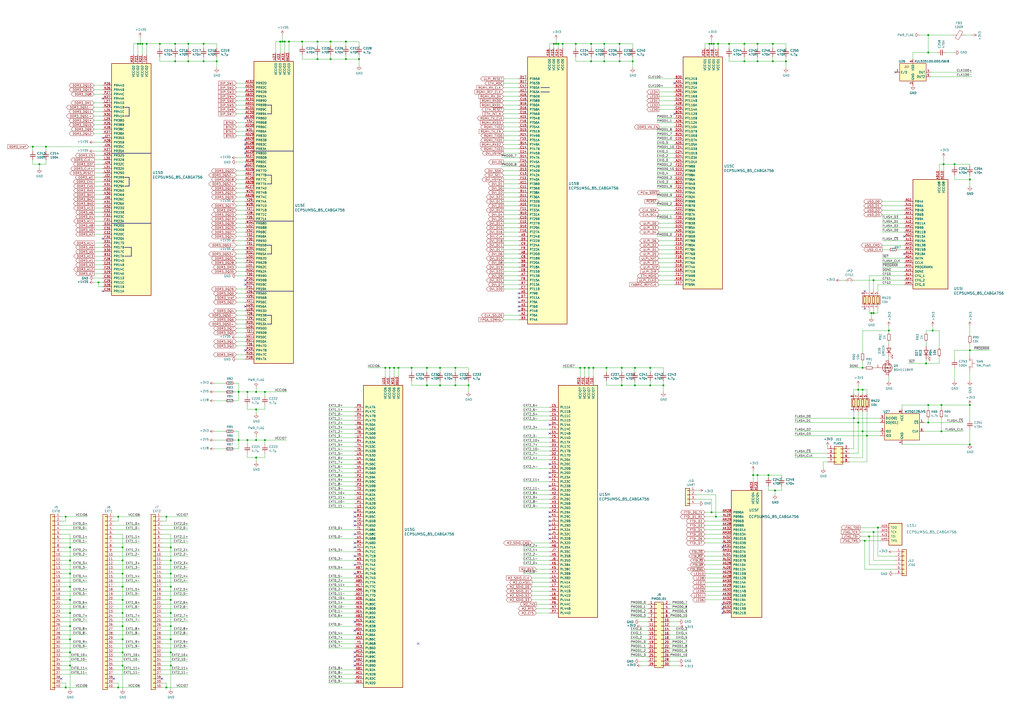
<source format=kicad_sch>
(kicad_sch (version 20211123) (generator eeschema)

  (uuid c65aca41-c7cd-4ed7-bc95-76d197143ef1)

  (paper "A2")

  (lib_symbols
    (symbol "Connector_Generic:Conn_01x04" (pin_names (offset 1.016) hide) (in_bom yes) (on_board yes)
      (property "Reference" "J" (id 0) (at 0 5.08 0)
        (effects (font (size 1.27 1.27)))
      )
      (property "Value" "Conn_01x04" (id 1) (at 0 -7.62 0)
        (effects (font (size 1.27 1.27)))
      )
      (property "Footprint" "" (id 2) (at 0 0 0)
        (effects (font (size 1.27 1.27)) hide)
      )
      (property "Datasheet" "~" (id 3) (at 0 0 0)
        (effects (font (size 1.27 1.27)) hide)
      )
      (property "ki_keywords" "connector" (id 4) (at 0 0 0)
        (effects (font (size 1.27 1.27)) hide)
      )
      (property "ki_description" "Generic connector, single row, 01x04, script generated (kicad-library-utils/schlib/autogen/connector/)" (id 5) (at 0 0 0)
        (effects (font (size 1.27 1.27)) hide)
      )
      (property "ki_fp_filters" "Connector*:*_1x??_*" (id 6) (at 0 0 0)
        (effects (font (size 1.27 1.27)) hide)
      )
      (symbol "Conn_01x04_1_1"
        (rectangle (start -1.27 -4.953) (end 0 -5.207)
          (stroke (width 0.1524) (type default) (color 0 0 0 0))
          (fill (type none))
        )
        (rectangle (start -1.27 -2.413) (end 0 -2.667)
          (stroke (width 0.1524) (type default) (color 0 0 0 0))
          (fill (type none))
        )
        (rectangle (start -1.27 0.127) (end 0 -0.127)
          (stroke (width 0.1524) (type default) (color 0 0 0 0))
          (fill (type none))
        )
        (rectangle (start -1.27 2.667) (end 0 2.413)
          (stroke (width 0.1524) (type default) (color 0 0 0 0))
          (fill (type none))
        )
        (rectangle (start -1.27 3.81) (end 1.27 -6.35)
          (stroke (width 0.254) (type default) (color 0 0 0 0))
          (fill (type background))
        )
        (pin passive line (at -5.08 2.54 0) (length 3.81)
          (name "Pin_1" (effects (font (size 1.27 1.27))))
          (number "1" (effects (font (size 1.27 1.27))))
        )
        (pin passive line (at -5.08 0 0) (length 3.81)
          (name "Pin_2" (effects (font (size 1.27 1.27))))
          (number "2" (effects (font (size 1.27 1.27))))
        )
        (pin passive line (at -5.08 -2.54 0) (length 3.81)
          (name "Pin_3" (effects (font (size 1.27 1.27))))
          (number "3" (effects (font (size 1.27 1.27))))
        )
        (pin passive line (at -5.08 -5.08 0) (length 3.81)
          (name "Pin_4" (effects (font (size 1.27 1.27))))
          (number "4" (effects (font (size 1.27 1.27))))
        )
      )
    )
    (symbol "Connector_Generic:Conn_01x06" (pin_names (offset 1.016) hide) (in_bom yes) (on_board yes)
      (property "Reference" "J" (id 0) (at 0 7.62 0)
        (effects (font (size 1.27 1.27)))
      )
      (property "Value" "Conn_01x06" (id 1) (at 0 -10.16 0)
        (effects (font (size 1.27 1.27)))
      )
      (property "Footprint" "" (id 2) (at 0 0 0)
        (effects (font (size 1.27 1.27)) hide)
      )
      (property "Datasheet" "~" (id 3) (at 0 0 0)
        (effects (font (size 1.27 1.27)) hide)
      )
      (property "ki_keywords" "connector" (id 4) (at 0 0 0)
        (effects (font (size 1.27 1.27)) hide)
      )
      (property "ki_description" "Generic connector, single row, 01x06, script generated (kicad-library-utils/schlib/autogen/connector/)" (id 5) (at 0 0 0)
        (effects (font (size 1.27 1.27)) hide)
      )
      (property "ki_fp_filters" "Connector*:*_1x??_*" (id 6) (at 0 0 0)
        (effects (font (size 1.27 1.27)) hide)
      )
      (symbol "Conn_01x06_1_1"
        (rectangle (start -1.27 -7.493) (end 0 -7.747)
          (stroke (width 0.1524) (type default) (color 0 0 0 0))
          (fill (type none))
        )
        (rectangle (start -1.27 -4.953) (end 0 -5.207)
          (stroke (width 0.1524) (type default) (color 0 0 0 0))
          (fill (type none))
        )
        (rectangle (start -1.27 -2.413) (end 0 -2.667)
          (stroke (width 0.1524) (type default) (color 0 0 0 0))
          (fill (type none))
        )
        (rectangle (start -1.27 0.127) (end 0 -0.127)
          (stroke (width 0.1524) (type default) (color 0 0 0 0))
          (fill (type none))
        )
        (rectangle (start -1.27 2.667) (end 0 2.413)
          (stroke (width 0.1524) (type default) (color 0 0 0 0))
          (fill (type none))
        )
        (rectangle (start -1.27 5.207) (end 0 4.953)
          (stroke (width 0.1524) (type default) (color 0 0 0 0))
          (fill (type none))
        )
        (rectangle (start -1.27 6.35) (end 1.27 -8.89)
          (stroke (width 0.254) (type default) (color 0 0 0 0))
          (fill (type background))
        )
        (pin passive line (at -5.08 5.08 0) (length 3.81)
          (name "Pin_1" (effects (font (size 1.27 1.27))))
          (number "1" (effects (font (size 1.27 1.27))))
        )
        (pin passive line (at -5.08 2.54 0) (length 3.81)
          (name "Pin_2" (effects (font (size 1.27 1.27))))
          (number "2" (effects (font (size 1.27 1.27))))
        )
        (pin passive line (at -5.08 0 0) (length 3.81)
          (name "Pin_3" (effects (font (size 1.27 1.27))))
          (number "3" (effects (font (size 1.27 1.27))))
        )
        (pin passive line (at -5.08 -2.54 0) (length 3.81)
          (name "Pin_4" (effects (font (size 1.27 1.27))))
          (number "4" (effects (font (size 1.27 1.27))))
        )
        (pin passive line (at -5.08 -5.08 0) (length 3.81)
          (name "Pin_5" (effects (font (size 1.27 1.27))))
          (number "5" (effects (font (size 1.27 1.27))))
        )
        (pin passive line (at -5.08 -7.62 0) (length 3.81)
          (name "Pin_6" (effects (font (size 1.27 1.27))))
          (number "6" (effects (font (size 1.27 1.27))))
        )
      )
    )
    (symbol "Connector_Generic:Conn_01x40" (pin_names (offset 1.016) hide) (in_bom yes) (on_board yes)
      (property "Reference" "J" (id 0) (at 0 50.8 0)
        (effects (font (size 1.27 1.27)))
      )
      (property "Value" "Conn_01x40" (id 1) (at 0 -53.34 0)
        (effects (font (size 1.27 1.27)))
      )
      (property "Footprint" "" (id 2) (at 0 0 0)
        (effects (font (size 1.27 1.27)) hide)
      )
      (property "Datasheet" "~" (id 3) (at 0 0 0)
        (effects (font (size 1.27 1.27)) hide)
      )
      (property "ki_keywords" "connector" (id 4) (at 0 0 0)
        (effects (font (size 1.27 1.27)) hide)
      )
      (property "ki_description" "Generic connector, single row, 01x40, script generated (kicad-library-utils/schlib/autogen/connector/)" (id 5) (at 0 0 0)
        (effects (font (size 1.27 1.27)) hide)
      )
      (property "ki_fp_filters" "Connector*:*_1x??_*" (id 6) (at 0 0 0)
        (effects (font (size 1.27 1.27)) hide)
      )
      (symbol "Conn_01x40_1_1"
        (rectangle (start -1.27 -50.673) (end 0 -50.927)
          (stroke (width 0.1524) (type default) (color 0 0 0 0))
          (fill (type none))
        )
        (rectangle (start -1.27 -48.133) (end 0 -48.387)
          (stroke (width 0.1524) (type default) (color 0 0 0 0))
          (fill (type none))
        )
        (rectangle (start -1.27 -45.593) (end 0 -45.847)
          (stroke (width 0.1524) (type default) (color 0 0 0 0))
          (fill (type none))
        )
        (rectangle (start -1.27 -43.053) (end 0 -43.307)
          (stroke (width 0.1524) (type default) (color 0 0 0 0))
          (fill (type none))
        )
        (rectangle (start -1.27 -40.513) (end 0 -40.767)
          (stroke (width 0.1524) (type default) (color 0 0 0 0))
          (fill (type none))
        )
        (rectangle (start -1.27 -37.973) (end 0 -38.227)
          (stroke (width 0.1524) (type default) (color 0 0 0 0))
          (fill (type none))
        )
        (rectangle (start -1.27 -35.433) (end 0 -35.687)
          (stroke (width 0.1524) (type default) (color 0 0 0 0))
          (fill (type none))
        )
        (rectangle (start -1.27 -32.893) (end 0 -33.147)
          (stroke (width 0.1524) (type default) (color 0 0 0 0))
          (fill (type none))
        )
        (rectangle (start -1.27 -30.353) (end 0 -30.607)
          (stroke (width 0.1524) (type default) (color 0 0 0 0))
          (fill (type none))
        )
        (rectangle (start -1.27 -27.813) (end 0 -28.067)
          (stroke (width 0.1524) (type default) (color 0 0 0 0))
          (fill (type none))
        )
        (rectangle (start -1.27 -25.273) (end 0 -25.527)
          (stroke (width 0.1524) (type default) (color 0 0 0 0))
          (fill (type none))
        )
        (rectangle (start -1.27 -22.733) (end 0 -22.987)
          (stroke (width 0.1524) (type default) (color 0 0 0 0))
          (fill (type none))
        )
        (rectangle (start -1.27 -20.193) (end 0 -20.447)
          (stroke (width 0.1524) (type default) (color 0 0 0 0))
          (fill (type none))
        )
        (rectangle (start -1.27 -17.653) (end 0 -17.907)
          (stroke (width 0.1524) (type default) (color 0 0 0 0))
          (fill (type none))
        )
        (rectangle (start -1.27 -15.113) (end 0 -15.367)
          (stroke (width 0.1524) (type default) (color 0 0 0 0))
          (fill (type none))
        )
        (rectangle (start -1.27 -12.573) (end 0 -12.827)
          (stroke (width 0.1524) (type default) (color 0 0 0 0))
          (fill (type none))
        )
        (rectangle (start -1.27 -10.033) (end 0 -10.287)
          (stroke (width 0.1524) (type default) (color 0 0 0 0))
          (fill (type none))
        )
        (rectangle (start -1.27 -7.493) (end 0 -7.747)
          (stroke (width 0.1524) (type default) (color 0 0 0 0))
          (fill (type none))
        )
        (rectangle (start -1.27 -4.953) (end 0 -5.207)
          (stroke (width 0.1524) (type default) (color 0 0 0 0))
          (fill (type none))
        )
        (rectangle (start -1.27 -2.413) (end 0 -2.667)
          (stroke (width 0.1524) (type default) (color 0 0 0 0))
          (fill (type none))
        )
        (rectangle (start -1.27 0.127) (end 0 -0.127)
          (stroke (width 0.1524) (type default) (color 0 0 0 0))
          (fill (type none))
        )
        (rectangle (start -1.27 2.667) (end 0 2.413)
          (stroke (width 0.1524) (type default) (color 0 0 0 0))
          (fill (type none))
        )
        (rectangle (start -1.27 5.207) (end 0 4.953)
          (stroke (width 0.1524) (type default) (color 0 0 0 0))
          (fill (type none))
        )
        (rectangle (start -1.27 7.747) (end 0 7.493)
          (stroke (width 0.1524) (type default) (color 0 0 0 0))
          (fill (type none))
        )
        (rectangle (start -1.27 10.287) (end 0 10.033)
          (stroke (width 0.1524) (type default) (color 0 0 0 0))
          (fill (type none))
        )
        (rectangle (start -1.27 12.827) (end 0 12.573)
          (stroke (width 0.1524) (type default) (color 0 0 0 0))
          (fill (type none))
        )
        (rectangle (start -1.27 15.367) (end 0 15.113)
          (stroke (width 0.1524) (type default) (color 0 0 0 0))
          (fill (type none))
        )
        (rectangle (start -1.27 17.907) (end 0 17.653)
          (stroke (width 0.1524) (type default) (color 0 0 0 0))
          (fill (type none))
        )
        (rectangle (start -1.27 20.447) (end 0 20.193)
          (stroke (width 0.1524) (type default) (color 0 0 0 0))
          (fill (type none))
        )
        (rectangle (start -1.27 22.987) (end 0 22.733)
          (stroke (width 0.1524) (type default) (color 0 0 0 0))
          (fill (type none))
        )
        (rectangle (start -1.27 25.527) (end 0 25.273)
          (stroke (width 0.1524) (type default) (color 0 0 0 0))
          (fill (type none))
        )
        (rectangle (start -1.27 28.067) (end 0 27.813)
          (stroke (width 0.1524) (type default) (color 0 0 0 0))
          (fill (type none))
        )
        (rectangle (start -1.27 30.607) (end 0 30.353)
          (stroke (width 0.1524) (type default) (color 0 0 0 0))
          (fill (type none))
        )
        (rectangle (start -1.27 33.147) (end 0 32.893)
          (stroke (width 0.1524) (type default) (color 0 0 0 0))
          (fill (type none))
        )
        (rectangle (start -1.27 35.687) (end 0 35.433)
          (stroke (width 0.1524) (type default) (color 0 0 0 0))
          (fill (type none))
        )
        (rectangle (start -1.27 38.227) (end 0 37.973)
          (stroke (width 0.1524) (type default) (color 0 0 0 0))
          (fill (type none))
        )
        (rectangle (start -1.27 40.767) (end 0 40.513)
          (stroke (width 0.1524) (type default) (color 0 0 0 0))
          (fill (type none))
        )
        (rectangle (start -1.27 43.307) (end 0 43.053)
          (stroke (width 0.1524) (type default) (color 0 0 0 0))
          (fill (type none))
        )
        (rectangle (start -1.27 45.847) (end 0 45.593)
          (stroke (width 0.1524) (type default) (color 0 0 0 0))
          (fill (type none))
        )
        (rectangle (start -1.27 48.387) (end 0 48.133)
          (stroke (width 0.1524) (type default) (color 0 0 0 0))
          (fill (type none))
        )
        (rectangle (start -1.27 49.53) (end 1.27 -52.07)
          (stroke (width 0.254) (type default) (color 0 0 0 0))
          (fill (type background))
        )
        (pin passive line (at -5.08 48.26 0) (length 3.81)
          (name "Pin_1" (effects (font (size 1.27 1.27))))
          (number "1" (effects (font (size 1.27 1.27))))
        )
        (pin passive line (at -5.08 25.4 0) (length 3.81)
          (name "Pin_10" (effects (font (size 1.27 1.27))))
          (number "10" (effects (font (size 1.27 1.27))))
        )
        (pin passive line (at -5.08 22.86 0) (length 3.81)
          (name "Pin_11" (effects (font (size 1.27 1.27))))
          (number "11" (effects (font (size 1.27 1.27))))
        )
        (pin passive line (at -5.08 20.32 0) (length 3.81)
          (name "Pin_12" (effects (font (size 1.27 1.27))))
          (number "12" (effects (font (size 1.27 1.27))))
        )
        (pin passive line (at -5.08 17.78 0) (length 3.81)
          (name "Pin_13" (effects (font (size 1.27 1.27))))
          (number "13" (effects (font (size 1.27 1.27))))
        )
        (pin passive line (at -5.08 15.24 0) (length 3.81)
          (name "Pin_14" (effects (font (size 1.27 1.27))))
          (number "14" (effects (font (size 1.27 1.27))))
        )
        (pin passive line (at -5.08 12.7 0) (length 3.81)
          (name "Pin_15" (effects (font (size 1.27 1.27))))
          (number "15" (effects (font (size 1.27 1.27))))
        )
        (pin passive line (at -5.08 10.16 0) (length 3.81)
          (name "Pin_16" (effects (font (size 1.27 1.27))))
          (number "16" (effects (font (size 1.27 1.27))))
        )
        (pin passive line (at -5.08 7.62 0) (length 3.81)
          (name "Pin_17" (effects (font (size 1.27 1.27))))
          (number "17" (effects (font (size 1.27 1.27))))
        )
        (pin passive line (at -5.08 5.08 0) (length 3.81)
          (name "Pin_18" (effects (font (size 1.27 1.27))))
          (number "18" (effects (font (size 1.27 1.27))))
        )
        (pin passive line (at -5.08 2.54 0) (length 3.81)
          (name "Pin_19" (effects (font (size 1.27 1.27))))
          (number "19" (effects (font (size 1.27 1.27))))
        )
        (pin passive line (at -5.08 45.72 0) (length 3.81)
          (name "Pin_2" (effects (font (size 1.27 1.27))))
          (number "2" (effects (font (size 1.27 1.27))))
        )
        (pin passive line (at -5.08 0 0) (length 3.81)
          (name "Pin_20" (effects (font (size 1.27 1.27))))
          (number "20" (effects (font (size 1.27 1.27))))
        )
        (pin passive line (at -5.08 -2.54 0) (length 3.81)
          (name "Pin_21" (effects (font (size 1.27 1.27))))
          (number "21" (effects (font (size 1.27 1.27))))
        )
        (pin passive line (at -5.08 -5.08 0) (length 3.81)
          (name "Pin_22" (effects (font (size 1.27 1.27))))
          (number "22" (effects (font (size 1.27 1.27))))
        )
        (pin passive line (at -5.08 -7.62 0) (length 3.81)
          (name "Pin_23" (effects (font (size 1.27 1.27))))
          (number "23" (effects (font (size 1.27 1.27))))
        )
        (pin passive line (at -5.08 -10.16 0) (length 3.81)
          (name "Pin_24" (effects (font (size 1.27 1.27))))
          (number "24" (effects (font (size 1.27 1.27))))
        )
        (pin passive line (at -5.08 -12.7 0) (length 3.81)
          (name "Pin_25" (effects (font (size 1.27 1.27))))
          (number "25" (effects (font (size 1.27 1.27))))
        )
        (pin passive line (at -5.08 -15.24 0) (length 3.81)
          (name "Pin_26" (effects (font (size 1.27 1.27))))
          (number "26" (effects (font (size 1.27 1.27))))
        )
        (pin passive line (at -5.08 -17.78 0) (length 3.81)
          (name "Pin_27" (effects (font (size 1.27 1.27))))
          (number "27" (effects (font (size 1.27 1.27))))
        )
        (pin passive line (at -5.08 -20.32 0) (length 3.81)
          (name "Pin_28" (effects (font (size 1.27 1.27))))
          (number "28" (effects (font (size 1.27 1.27))))
        )
        (pin passive line (at -5.08 -22.86 0) (length 3.81)
          (name "Pin_29" (effects (font (size 1.27 1.27))))
          (number "29" (effects (font (size 1.27 1.27))))
        )
        (pin passive line (at -5.08 43.18 0) (length 3.81)
          (name "Pin_3" (effects (font (size 1.27 1.27))))
          (number "3" (effects (font (size 1.27 1.27))))
        )
        (pin passive line (at -5.08 -25.4 0) (length 3.81)
          (name "Pin_30" (effects (font (size 1.27 1.27))))
          (number "30" (effects (font (size 1.27 1.27))))
        )
        (pin passive line (at -5.08 -27.94 0) (length 3.81)
          (name "Pin_31" (effects (font (size 1.27 1.27))))
          (number "31" (effects (font (size 1.27 1.27))))
        )
        (pin passive line (at -5.08 -30.48 0) (length 3.81)
          (name "Pin_32" (effects (font (size 1.27 1.27))))
          (number "32" (effects (font (size 1.27 1.27))))
        )
        (pin passive line (at -5.08 -33.02 0) (length 3.81)
          (name "Pin_33" (effects (font (size 1.27 1.27))))
          (number "33" (effects (font (size 1.27 1.27))))
        )
        (pin passive line (at -5.08 -35.56 0) (length 3.81)
          (name "Pin_34" (effects (font (size 1.27 1.27))))
          (number "34" (effects (font (size 1.27 1.27))))
        )
        (pin passive line (at -5.08 -38.1 0) (length 3.81)
          (name "Pin_35" (effects (font (size 1.27 1.27))))
          (number "35" (effects (font (size 1.27 1.27))))
        )
        (pin passive line (at -5.08 -40.64 0) (length 3.81)
          (name "Pin_36" (effects (font (size 1.27 1.27))))
          (number "36" (effects (font (size 1.27 1.27))))
        )
        (pin passive line (at -5.08 -43.18 0) (length 3.81)
          (name "Pin_37" (effects (font (size 1.27 1.27))))
          (number "37" (effects (font (size 1.27 1.27))))
        )
        (pin passive line (at -5.08 -45.72 0) (length 3.81)
          (name "Pin_38" (effects (font (size 1.27 1.27))))
          (number "38" (effects (font (size 1.27 1.27))))
        )
        (pin passive line (at -5.08 -48.26 0) (length 3.81)
          (name "Pin_39" (effects (font (size 1.27 1.27))))
          (number "39" (effects (font (size 1.27 1.27))))
        )
        (pin passive line (at -5.08 40.64 0) (length 3.81)
          (name "Pin_4" (effects (font (size 1.27 1.27))))
          (number "4" (effects (font (size 1.27 1.27))))
        )
        (pin passive line (at -5.08 -50.8 0) (length 3.81)
          (name "Pin_40" (effects (font (size 1.27 1.27))))
          (number "40" (effects (font (size 1.27 1.27))))
        )
        (pin passive line (at -5.08 38.1 0) (length 3.81)
          (name "Pin_5" (effects (font (size 1.27 1.27))))
          (number "5" (effects (font (size 1.27 1.27))))
        )
        (pin passive line (at -5.08 35.56 0) (length 3.81)
          (name "Pin_6" (effects (font (size 1.27 1.27))))
          (number "6" (effects (font (size 1.27 1.27))))
        )
        (pin passive line (at -5.08 33.02 0) (length 3.81)
          (name "Pin_7" (effects (font (size 1.27 1.27))))
          (number "7" (effects (font (size 1.27 1.27))))
        )
        (pin passive line (at -5.08 30.48 0) (length 3.81)
          (name "Pin_8" (effects (font (size 1.27 1.27))))
          (number "8" (effects (font (size 1.27 1.27))))
        )
        (pin passive line (at -5.08 27.94 0) (length 3.81)
          (name "Pin_9" (effects (font (size 1.27 1.27))))
          (number "9" (effects (font (size 1.27 1.27))))
        )
      )
    )
    (symbol "Connector_Generic:Conn_02x04_Odd_Even" (pin_names (offset 1.016) hide) (in_bom yes) (on_board yes)
      (property "Reference" "J" (id 0) (at 1.27 5.08 0)
        (effects (font (size 1.27 1.27)))
      )
      (property "Value" "Conn_02x04_Odd_Even" (id 1) (at 1.27 -7.62 0)
        (effects (font (size 1.27 1.27)))
      )
      (property "Footprint" "" (id 2) (at 0 0 0)
        (effects (font (size 1.27 1.27)) hide)
      )
      (property "Datasheet" "~" (id 3) (at 0 0 0)
        (effects (font (size 1.27 1.27)) hide)
      )
      (property "ki_keywords" "connector" (id 4) (at 0 0 0)
        (effects (font (size 1.27 1.27)) hide)
      )
      (property "ki_description" "Generic connector, double row, 02x04, odd/even pin numbering scheme (row 1 odd numbers, row 2 even numbers), script generated (kicad-library-utils/schlib/autogen/connector/)" (id 5) (at 0 0 0)
        (effects (font (size 1.27 1.27)) hide)
      )
      (property "ki_fp_filters" "Connector*:*_2x??_*" (id 6) (at 0 0 0)
        (effects (font (size 1.27 1.27)) hide)
      )
      (symbol "Conn_02x04_Odd_Even_1_1"
        (rectangle (start -1.27 -4.953) (end 0 -5.207)
          (stroke (width 0.1524) (type default) (color 0 0 0 0))
          (fill (type none))
        )
        (rectangle (start -1.27 -2.413) (end 0 -2.667)
          (stroke (width 0.1524) (type default) (color 0 0 0 0))
          (fill (type none))
        )
        (rectangle (start -1.27 0.127) (end 0 -0.127)
          (stroke (width 0.1524) (type default) (color 0 0 0 0))
          (fill (type none))
        )
        (rectangle (start -1.27 2.667) (end 0 2.413)
          (stroke (width 0.1524) (type default) (color 0 0 0 0))
          (fill (type none))
        )
        (rectangle (start -1.27 3.81) (end 3.81 -6.35)
          (stroke (width 0.254) (type default) (color 0 0 0 0))
          (fill (type background))
        )
        (rectangle (start 3.81 -4.953) (end 2.54 -5.207)
          (stroke (width 0.1524) (type default) (color 0 0 0 0))
          (fill (type none))
        )
        (rectangle (start 3.81 -2.413) (end 2.54 -2.667)
          (stroke (width 0.1524) (type default) (color 0 0 0 0))
          (fill (type none))
        )
        (rectangle (start 3.81 0.127) (end 2.54 -0.127)
          (stroke (width 0.1524) (type default) (color 0 0 0 0))
          (fill (type none))
        )
        (rectangle (start 3.81 2.667) (end 2.54 2.413)
          (stroke (width 0.1524) (type default) (color 0 0 0 0))
          (fill (type none))
        )
        (pin passive line (at -5.08 2.54 0) (length 3.81)
          (name "Pin_1" (effects (font (size 1.27 1.27))))
          (number "1" (effects (font (size 1.27 1.27))))
        )
        (pin passive line (at 7.62 2.54 180) (length 3.81)
          (name "Pin_2" (effects (font (size 1.27 1.27))))
          (number "2" (effects (font (size 1.27 1.27))))
        )
        (pin passive line (at -5.08 0 0) (length 3.81)
          (name "Pin_3" (effects (font (size 1.27 1.27))))
          (number "3" (effects (font (size 1.27 1.27))))
        )
        (pin passive line (at 7.62 0 180) (length 3.81)
          (name "Pin_4" (effects (font (size 1.27 1.27))))
          (number "4" (effects (font (size 1.27 1.27))))
        )
        (pin passive line (at -5.08 -2.54 0) (length 3.81)
          (name "Pin_5" (effects (font (size 1.27 1.27))))
          (number "5" (effects (font (size 1.27 1.27))))
        )
        (pin passive line (at 7.62 -2.54 180) (length 3.81)
          (name "Pin_6" (effects (font (size 1.27 1.27))))
          (number "6" (effects (font (size 1.27 1.27))))
        )
        (pin passive line (at -5.08 -5.08 0) (length 3.81)
          (name "Pin_7" (effects (font (size 1.27 1.27))))
          (number "7" (effects (font (size 1.27 1.27))))
        )
        (pin passive line (at 7.62 -5.08 180) (length 3.81)
          (name "Pin_8" (effects (font (size 1.27 1.27))))
          (number "8" (effects (font (size 1.27 1.27))))
        )
      )
    )
    (symbol "Connector_Generic:Conn_02x15_Odd_Even" (pin_names (offset 1.016) hide) (in_bom yes) (on_board yes)
      (property "Reference" "J" (id 0) (at 1.27 20.32 0)
        (effects (font (size 1.27 1.27)))
      )
      (property "Value" "Conn_02x15_Odd_Even" (id 1) (at 1.27 -20.32 0)
        (effects (font (size 1.27 1.27)))
      )
      (property "Footprint" "" (id 2) (at 0 0 0)
        (effects (font (size 1.27 1.27)) hide)
      )
      (property "Datasheet" "~" (id 3) (at 0 0 0)
        (effects (font (size 1.27 1.27)) hide)
      )
      (property "ki_keywords" "connector" (id 4) (at 0 0 0)
        (effects (font (size 1.27 1.27)) hide)
      )
      (property "ki_description" "Generic connector, double row, 02x15, odd/even pin numbering scheme (row 1 odd numbers, row 2 even numbers), script generated (kicad-library-utils/schlib/autogen/connector/)" (id 5) (at 0 0 0)
        (effects (font (size 1.27 1.27)) hide)
      )
      (property "ki_fp_filters" "Connector*:*_2x??_*" (id 6) (at 0 0 0)
        (effects (font (size 1.27 1.27)) hide)
      )
      (symbol "Conn_02x15_Odd_Even_1_1"
        (rectangle (start -1.27 -17.653) (end 0 -17.907)
          (stroke (width 0.1524) (type default) (color 0 0 0 0))
          (fill (type none))
        )
        (rectangle (start -1.27 -15.113) (end 0 -15.367)
          (stroke (width 0.1524) (type default) (color 0 0 0 0))
          (fill (type none))
        )
        (rectangle (start -1.27 -12.573) (end 0 -12.827)
          (stroke (width 0.1524) (type default) (color 0 0 0 0))
          (fill (type none))
        )
        (rectangle (start -1.27 -10.033) (end 0 -10.287)
          (stroke (width 0.1524) (type default) (color 0 0 0 0))
          (fill (type none))
        )
        (rectangle (start -1.27 -7.493) (end 0 -7.747)
          (stroke (width 0.1524) (type default) (color 0 0 0 0))
          (fill (type none))
        )
        (rectangle (start -1.27 -4.953) (end 0 -5.207)
          (stroke (width 0.1524) (type default) (color 0 0 0 0))
          (fill (type none))
        )
        (rectangle (start -1.27 -2.413) (end 0 -2.667)
          (stroke (width 0.1524) (type default) (color 0 0 0 0))
          (fill (type none))
        )
        (rectangle (start -1.27 0.127) (end 0 -0.127)
          (stroke (width 0.1524) (type default) (color 0 0 0 0))
          (fill (type none))
        )
        (rectangle (start -1.27 2.667) (end 0 2.413)
          (stroke (width 0.1524) (type default) (color 0 0 0 0))
          (fill (type none))
        )
        (rectangle (start -1.27 5.207) (end 0 4.953)
          (stroke (width 0.1524) (type default) (color 0 0 0 0))
          (fill (type none))
        )
        (rectangle (start -1.27 7.747) (end 0 7.493)
          (stroke (width 0.1524) (type default) (color 0 0 0 0))
          (fill (type none))
        )
        (rectangle (start -1.27 10.287) (end 0 10.033)
          (stroke (width 0.1524) (type default) (color 0 0 0 0))
          (fill (type none))
        )
        (rectangle (start -1.27 12.827) (end 0 12.573)
          (stroke (width 0.1524) (type default) (color 0 0 0 0))
          (fill (type none))
        )
        (rectangle (start -1.27 15.367) (end 0 15.113)
          (stroke (width 0.1524) (type default) (color 0 0 0 0))
          (fill (type none))
        )
        (rectangle (start -1.27 17.907) (end 0 17.653)
          (stroke (width 0.1524) (type default) (color 0 0 0 0))
          (fill (type none))
        )
        (rectangle (start -1.27 19.05) (end 3.81 -19.05)
          (stroke (width 0.254) (type default) (color 0 0 0 0))
          (fill (type background))
        )
        (rectangle (start 3.81 -17.653) (end 2.54 -17.907)
          (stroke (width 0.1524) (type default) (color 0 0 0 0))
          (fill (type none))
        )
        (rectangle (start 3.81 -15.113) (end 2.54 -15.367)
          (stroke (width 0.1524) (type default) (color 0 0 0 0))
          (fill (type none))
        )
        (rectangle (start 3.81 -12.573) (end 2.54 -12.827)
          (stroke (width 0.1524) (type default) (color 0 0 0 0))
          (fill (type none))
        )
        (rectangle (start 3.81 -10.033) (end 2.54 -10.287)
          (stroke (width 0.1524) (type default) (color 0 0 0 0))
          (fill (type none))
        )
        (rectangle (start 3.81 -7.493) (end 2.54 -7.747)
          (stroke (width 0.1524) (type default) (color 0 0 0 0))
          (fill (type none))
        )
        (rectangle (start 3.81 -4.953) (end 2.54 -5.207)
          (stroke (width 0.1524) (type default) (color 0 0 0 0))
          (fill (type none))
        )
        (rectangle (start 3.81 -2.413) (end 2.54 -2.667)
          (stroke (width 0.1524) (type default) (color 0 0 0 0))
          (fill (type none))
        )
        (rectangle (start 3.81 0.127) (end 2.54 -0.127)
          (stroke (width 0.1524) (type default) (color 0 0 0 0))
          (fill (type none))
        )
        (rectangle (start 3.81 2.667) (end 2.54 2.413)
          (stroke (width 0.1524) (type default) (color 0 0 0 0))
          (fill (type none))
        )
        (rectangle (start 3.81 5.207) (end 2.54 4.953)
          (stroke (width 0.1524) (type default) (color 0 0 0 0))
          (fill (type none))
        )
        (rectangle (start 3.81 7.747) (end 2.54 7.493)
          (stroke (width 0.1524) (type default) (color 0 0 0 0))
          (fill (type none))
        )
        (rectangle (start 3.81 10.287) (end 2.54 10.033)
          (stroke (width 0.1524) (type default) (color 0 0 0 0))
          (fill (type none))
        )
        (rectangle (start 3.81 12.827) (end 2.54 12.573)
          (stroke (width 0.1524) (type default) (color 0 0 0 0))
          (fill (type none))
        )
        (rectangle (start 3.81 15.367) (end 2.54 15.113)
          (stroke (width 0.1524) (type default) (color 0 0 0 0))
          (fill (type none))
        )
        (rectangle (start 3.81 17.907) (end 2.54 17.653)
          (stroke (width 0.1524) (type default) (color 0 0 0 0))
          (fill (type none))
        )
        (pin passive line (at -5.08 17.78 0) (length 3.81)
          (name "Pin_1" (effects (font (size 1.27 1.27))))
          (number "1" (effects (font (size 1.27 1.27))))
        )
        (pin passive line (at 7.62 7.62 180) (length 3.81)
          (name "Pin_10" (effects (font (size 1.27 1.27))))
          (number "10" (effects (font (size 1.27 1.27))))
        )
        (pin passive line (at -5.08 5.08 0) (length 3.81)
          (name "Pin_11" (effects (font (size 1.27 1.27))))
          (number "11" (effects (font (size 1.27 1.27))))
        )
        (pin passive line (at 7.62 5.08 180) (length 3.81)
          (name "Pin_12" (effects (font (size 1.27 1.27))))
          (number "12" (effects (font (size 1.27 1.27))))
        )
        (pin passive line (at -5.08 2.54 0) (length 3.81)
          (name "Pin_13" (effects (font (size 1.27 1.27))))
          (number "13" (effects (font (size 1.27 1.27))))
        )
        (pin passive line (at 7.62 2.54 180) (length 3.81)
          (name "Pin_14" (effects (font (size 1.27 1.27))))
          (number "14" (effects (font (size 1.27 1.27))))
        )
        (pin passive line (at -5.08 0 0) (length 3.81)
          (name "Pin_15" (effects (font (size 1.27 1.27))))
          (number "15" (effects (font (size 1.27 1.27))))
        )
        (pin passive line (at 7.62 0 180) (length 3.81)
          (name "Pin_16" (effects (font (size 1.27 1.27))))
          (number "16" (effects (font (size 1.27 1.27))))
        )
        (pin passive line (at -5.08 -2.54 0) (length 3.81)
          (name "Pin_17" (effects (font (size 1.27 1.27))))
          (number "17" (effects (font (size 1.27 1.27))))
        )
        (pin passive line (at 7.62 -2.54 180) (length 3.81)
          (name "Pin_18" (effects (font (size 1.27 1.27))))
          (number "18" (effects (font (size 1.27 1.27))))
        )
        (pin passive line (at -5.08 -5.08 0) (length 3.81)
          (name "Pin_19" (effects (font (size 1.27 1.27))))
          (number "19" (effects (font (size 1.27 1.27))))
        )
        (pin passive line (at 7.62 17.78 180) (length 3.81)
          (name "Pin_2" (effects (font (size 1.27 1.27))))
          (number "2" (effects (font (size 1.27 1.27))))
        )
        (pin passive line (at 7.62 -5.08 180) (length 3.81)
          (name "Pin_20" (effects (font (size 1.27 1.27))))
          (number "20" (effects (font (size 1.27 1.27))))
        )
        (pin passive line (at -5.08 -7.62 0) (length 3.81)
          (name "Pin_21" (effects (font (size 1.27 1.27))))
          (number "21" (effects (font (size 1.27 1.27))))
        )
        (pin passive line (at 7.62 -7.62 180) (length 3.81)
          (name "Pin_22" (effects (font (size 1.27 1.27))))
          (number "22" (effects (font (size 1.27 1.27))))
        )
        (pin passive line (at -5.08 -10.16 0) (length 3.81)
          (name "Pin_23" (effects (font (size 1.27 1.27))))
          (number "23" (effects (font (size 1.27 1.27))))
        )
        (pin passive line (at 7.62 -10.16 180) (length 3.81)
          (name "Pin_24" (effects (font (size 1.27 1.27))))
          (number "24" (effects (font (size 1.27 1.27))))
        )
        (pin passive line (at -5.08 -12.7 0) (length 3.81)
          (name "Pin_25" (effects (font (size 1.27 1.27))))
          (number "25" (effects (font (size 1.27 1.27))))
        )
        (pin passive line (at 7.62 -12.7 180) (length 3.81)
          (name "Pin_26" (effects (font (size 1.27 1.27))))
          (number "26" (effects (font (size 1.27 1.27))))
        )
        (pin passive line (at -5.08 -15.24 0) (length 3.81)
          (name "Pin_27" (effects (font (size 1.27 1.27))))
          (number "27" (effects (font (size 1.27 1.27))))
        )
        (pin passive line (at 7.62 -15.24 180) (length 3.81)
          (name "Pin_28" (effects (font (size 1.27 1.27))))
          (number "28" (effects (font (size 1.27 1.27))))
        )
        (pin passive line (at -5.08 -17.78 0) (length 3.81)
          (name "Pin_29" (effects (font (size 1.27 1.27))))
          (number "29" (effects (font (size 1.27 1.27))))
        )
        (pin passive line (at -5.08 15.24 0) (length 3.81)
          (name "Pin_3" (effects (font (size 1.27 1.27))))
          (number "3" (effects (font (size 1.27 1.27))))
        )
        (pin passive line (at 7.62 -17.78 180) (length 3.81)
          (name "Pin_30" (effects (font (size 1.27 1.27))))
          (number "30" (effects (font (size 1.27 1.27))))
        )
        (pin passive line (at 7.62 15.24 180) (length 3.81)
          (name "Pin_4" (effects (font (size 1.27 1.27))))
          (number "4" (effects (font (size 1.27 1.27))))
        )
        (pin passive line (at -5.08 12.7 0) (length 3.81)
          (name "Pin_5" (effects (font (size 1.27 1.27))))
          (number "5" (effects (font (size 1.27 1.27))))
        )
        (pin passive line (at 7.62 12.7 180) (length 3.81)
          (name "Pin_6" (effects (font (size 1.27 1.27))))
          (number "6" (effects (font (size 1.27 1.27))))
        )
        (pin passive line (at -5.08 10.16 0) (length 3.81)
          (name "Pin_7" (effects (font (size 1.27 1.27))))
          (number "7" (effects (font (size 1.27 1.27))))
        )
        (pin passive line (at 7.62 10.16 180) (length 3.81)
          (name "Pin_8" (effects (font (size 1.27 1.27))))
          (number "8" (effects (font (size 1.27 1.27))))
        )
        (pin passive line (at -5.08 7.62 0) (length 3.81)
          (name "Pin_9" (effects (font (size 1.27 1.27))))
          (number "9" (effects (font (size 1.27 1.27))))
        )
      )
    )
    (symbol "Device:C_Small" (pin_numbers hide) (pin_names (offset 0.254) hide) (in_bom yes) (on_board yes)
      (property "Reference" "C" (id 0) (at 0.254 1.778 0)
        (effects (font (size 1.27 1.27)) (justify left))
      )
      (property "Value" "C_Small" (id 1) (at 0.254 -2.032 0)
        (effects (font (size 1.27 1.27)) (justify left))
      )
      (property "Footprint" "" (id 2) (at 0 0 0)
        (effects (font (size 1.27 1.27)) hide)
      )
      (property "Datasheet" "~" (id 3) (at 0 0 0)
        (effects (font (size 1.27 1.27)) hide)
      )
      (property "ki_keywords" "capacitor cap" (id 4) (at 0 0 0)
        (effects (font (size 1.27 1.27)) hide)
      )
      (property "ki_description" "Unpolarized capacitor, small symbol" (id 5) (at 0 0 0)
        (effects (font (size 1.27 1.27)) hide)
      )
      (property "ki_fp_filters" "C_*" (id 6) (at 0 0 0)
        (effects (font (size 1.27 1.27)) hide)
      )
      (symbol "C_Small_0_1"
        (polyline
          (pts
            (xy -1.524 -0.508)
            (xy 1.524 -0.508)
          )
          (stroke (width 0.3302) (type default) (color 0 0 0 0))
          (fill (type none))
        )
        (polyline
          (pts
            (xy -1.524 0.508)
            (xy 1.524 0.508)
          )
          (stroke (width 0.3048) (type default) (color 0 0 0 0))
          (fill (type none))
        )
      )
      (symbol "C_Small_1_1"
        (pin passive line (at 0 2.54 270) (length 2.032)
          (name "~" (effects (font (size 1.27 1.27))))
          (number "1" (effects (font (size 1.27 1.27))))
        )
        (pin passive line (at 0 -2.54 90) (length 2.032)
          (name "~" (effects (font (size 1.27 1.27))))
          (number "2" (effects (font (size 1.27 1.27))))
        )
      )
    )
    (symbol "Device:Ferrite_Bead" (pin_numbers hide) (pin_names (offset 0)) (in_bom yes) (on_board yes)
      (property "Reference" "FB" (id 0) (at -3.81 0.635 90)
        (effects (font (size 1.27 1.27)))
      )
      (property "Value" "Device_Ferrite_Bead" (id 1) (at 3.81 0 90)
        (effects (font (size 1.27 1.27)))
      )
      (property "Footprint" "" (id 2) (at -1.778 0 90)
        (effects (font (size 1.27 1.27)) hide)
      )
      (property "Datasheet" "" (id 3) (at 0 0 0)
        (effects (font (size 1.27 1.27)) hide)
      )
      (property "ki_fp_filters" "Inductor_* L_* *Ferrite*" (id 4) (at 0 0 0)
        (effects (font (size 1.27 1.27)) hide)
      )
      (symbol "Ferrite_Bead_0_1"
        (polyline
          (pts
            (xy 0 -1.27)
            (xy 0 -1.2192)
          )
          (stroke (width 0) (type default) (color 0 0 0 0))
          (fill (type none))
        )
        (polyline
          (pts
            (xy 0 1.27)
            (xy 0 1.2954)
          )
          (stroke (width 0) (type default) (color 0 0 0 0))
          (fill (type none))
        )
        (polyline
          (pts
            (xy -2.7686 0.4064)
            (xy -1.7018 2.2606)
            (xy 2.7686 -0.3048)
            (xy 1.6764 -2.159)
            (xy -2.7686 0.4064)
          )
          (stroke (width 0) (type default) (color 0 0 0 0))
          (fill (type none))
        )
      )
      (symbol "Ferrite_Bead_1_1"
        (pin passive line (at 0 3.81 270) (length 2.54)
          (name "~" (effects (font (size 1.27 1.27))))
          (number "1" (effects (font (size 1.27 1.27))))
        )
        (pin passive line (at 0 -3.81 90) (length 2.54)
          (name "~" (effects (font (size 1.27 1.27))))
          (number "2" (effects (font (size 1.27 1.27))))
        )
      )
    )
    (symbol "Device:Jumper_NC_Small" (pin_numbers hide) (pin_names (offset 0.762) hide) (in_bom yes) (on_board yes)
      (property "Reference" "JP" (id 0) (at 0 2.032 0)
        (effects (font (size 1.27 1.27)))
      )
      (property "Value" "Device_Jumper_NC_Small" (id 1) (at 0.254 -1.524 0)
        (effects (font (size 1.27 1.27)))
      )
      (property "Footprint" "" (id 2) (at 0 0 0)
        (effects (font (size 1.27 1.27)) hide)
      )
      (property "Datasheet" "" (id 3) (at 0 0 0)
        (effects (font (size 1.27 1.27)) hide)
      )
      (property "ki_fp_filters" "SolderJumper*Bridged*" (id 4) (at 0 0 0)
        (effects (font (size 1.27 1.27)) hide)
      )
      (symbol "Jumper_NC_Small_0_1"
        (circle (center -1.016 0) (radius 0.508)
          (stroke (width 0) (type default) (color 0 0 0 0))
          (fill (type none))
        )
        (circle (center 1.016 0) (radius 0.508)
          (stroke (width 0) (type default) (color 0 0 0 0))
          (fill (type none))
        )
        (arc (start 1.016 0.762) (mid 0 1.1828) (end -1.016 0.762)
          (stroke (width 0) (type default) (color 0 0 0 0))
          (fill (type none))
        )
        (pin passive line (at -2.54 0 0) (length 1.016)
          (name "1" (effects (font (size 1.27 1.27))))
          (number "1" (effects (font (size 1.27 1.27))))
        )
        (pin passive line (at 2.54 0 180) (length 1.016)
          (name "2" (effects (font (size 1.27 1.27))))
          (number "2" (effects (font (size 1.27 1.27))))
        )
      )
    )
    (symbol "Device:LED" (pin_numbers hide) (pin_names (offset 1.016) hide) (in_bom yes) (on_board yes)
      (property "Reference" "D" (id 0) (at 0 2.54 0)
        (effects (font (size 1.27 1.27)))
      )
      (property "Value" "LED" (id 1) (at 0 -2.54 0)
        (effects (font (size 1.27 1.27)))
      )
      (property "Footprint" "" (id 2) (at 0 0 0)
        (effects (font (size 1.27 1.27)) hide)
      )
      (property "Datasheet" "~" (id 3) (at 0 0 0)
        (effects (font (size 1.27 1.27)) hide)
      )
      (property "ki_keywords" "LED diode" (id 4) (at 0 0 0)
        (effects (font (size 1.27 1.27)) hide)
      )
      (property "ki_description" "Light emitting diode" (id 5) (at 0 0 0)
        (effects (font (size 1.27 1.27)) hide)
      )
      (property "ki_fp_filters" "LED* LED_SMD:* LED_THT:*" (id 6) (at 0 0 0)
        (effects (font (size 1.27 1.27)) hide)
      )
      (symbol "LED_0_1"
        (polyline
          (pts
            (xy -1.27 -1.27)
            (xy -1.27 1.27)
          )
          (stroke (width 0.254) (type default) (color 0 0 0 0))
          (fill (type none))
        )
        (polyline
          (pts
            (xy -1.27 0)
            (xy 1.27 0)
          )
          (stroke (width 0) (type default) (color 0 0 0 0))
          (fill (type none))
        )
        (polyline
          (pts
            (xy 1.27 -1.27)
            (xy 1.27 1.27)
            (xy -1.27 0)
            (xy 1.27 -1.27)
          )
          (stroke (width 0.254) (type default) (color 0 0 0 0))
          (fill (type none))
        )
        (polyline
          (pts
            (xy -3.048 -0.762)
            (xy -4.572 -2.286)
            (xy -3.81 -2.286)
            (xy -4.572 -2.286)
            (xy -4.572 -1.524)
          )
          (stroke (width 0) (type default) (color 0 0 0 0))
          (fill (type none))
        )
        (polyline
          (pts
            (xy -1.778 -0.762)
            (xy -3.302 -2.286)
            (xy -2.54 -2.286)
            (xy -3.302 -2.286)
            (xy -3.302 -1.524)
          )
          (stroke (width 0) (type default) (color 0 0 0 0))
          (fill (type none))
        )
      )
      (symbol "LED_1_1"
        (pin passive line (at -3.81 0 0) (length 2.54)
          (name "K" (effects (font (size 1.27 1.27))))
          (number "1" (effects (font (size 1.27 1.27))))
        )
        (pin passive line (at 3.81 0 180) (length 2.54)
          (name "A" (effects (font (size 1.27 1.27))))
          (number "2" (effects (font (size 1.27 1.27))))
        )
      )
    )
    (symbol "Device:R_Pack04" (pin_names (offset 0) hide) (in_bom yes) (on_board yes)
      (property "Reference" "RN" (id 0) (at -7.62 0 90)
        (effects (font (size 1.27 1.27)))
      )
      (property "Value" "R_Pack04" (id 1) (at 5.08 0 90)
        (effects (font (size 1.27 1.27)))
      )
      (property "Footprint" "" (id 2) (at 6.985 0 90)
        (effects (font (size 1.27 1.27)) hide)
      )
      (property "Datasheet" "~" (id 3) (at 0 0 0)
        (effects (font (size 1.27 1.27)) hide)
      )
      (property "ki_keywords" "R network parallel topology isolated" (id 4) (at 0 0 0)
        (effects (font (size 1.27 1.27)) hide)
      )
      (property "ki_description" "4 resistor network, parallel topology" (id 5) (at 0 0 0)
        (effects (font (size 1.27 1.27)) hide)
      )
      (property "ki_fp_filters" "DIP* SOIC* R*Array*Concave* R*Array*Convex*" (id 6) (at 0 0 0)
        (effects (font (size 1.27 1.27)) hide)
      )
      (symbol "R_Pack04_0_1"
        (rectangle (start -6.35 -2.413) (end 3.81 2.413)
          (stroke (width 0.254) (type default) (color 0 0 0 0))
          (fill (type background))
        )
        (rectangle (start -5.715 1.905) (end -4.445 -1.905)
          (stroke (width 0.254) (type default) (color 0 0 0 0))
          (fill (type none))
        )
        (rectangle (start -3.175 1.905) (end -1.905 -1.905)
          (stroke (width 0.254) (type default) (color 0 0 0 0))
          (fill (type none))
        )
        (rectangle (start -0.635 1.905) (end 0.635 -1.905)
          (stroke (width 0.254) (type default) (color 0 0 0 0))
          (fill (type none))
        )
        (polyline
          (pts
            (xy -5.08 -2.54)
            (xy -5.08 -1.905)
          )
          (stroke (width 0) (type default) (color 0 0 0 0))
          (fill (type none))
        )
        (polyline
          (pts
            (xy -5.08 1.905)
            (xy -5.08 2.54)
          )
          (stroke (width 0) (type default) (color 0 0 0 0))
          (fill (type none))
        )
        (polyline
          (pts
            (xy -2.54 -2.54)
            (xy -2.54 -1.905)
          )
          (stroke (width 0) (type default) (color 0 0 0 0))
          (fill (type none))
        )
        (polyline
          (pts
            (xy -2.54 1.905)
            (xy -2.54 2.54)
          )
          (stroke (width 0) (type default) (color 0 0 0 0))
          (fill (type none))
        )
        (polyline
          (pts
            (xy 0 -2.54)
            (xy 0 -1.905)
          )
          (stroke (width 0) (type default) (color 0 0 0 0))
          (fill (type none))
        )
        (polyline
          (pts
            (xy 0 1.905)
            (xy 0 2.54)
          )
          (stroke (width 0) (type default) (color 0 0 0 0))
          (fill (type none))
        )
        (polyline
          (pts
            (xy 2.54 -2.54)
            (xy 2.54 -1.905)
          )
          (stroke (width 0) (type default) (color 0 0 0 0))
          (fill (type none))
        )
        (polyline
          (pts
            (xy 2.54 1.905)
            (xy 2.54 2.54)
          )
          (stroke (width 0) (type default) (color 0 0 0 0))
          (fill (type none))
        )
        (rectangle (start 1.905 1.905) (end 3.175 -1.905)
          (stroke (width 0.254) (type default) (color 0 0 0 0))
          (fill (type none))
        )
      )
      (symbol "R_Pack04_1_1"
        (pin passive line (at -5.08 -5.08 90) (length 2.54)
          (name "R1.1" (effects (font (size 1.27 1.27))))
          (number "1" (effects (font (size 1.27 1.27))))
        )
        (pin passive line (at -2.54 -5.08 90) (length 2.54)
          (name "R2.1" (effects (font (size 1.27 1.27))))
          (number "2" (effects (font (size 1.27 1.27))))
        )
        (pin passive line (at 0 -5.08 90) (length 2.54)
          (name "R3.1" (effects (font (size 1.27 1.27))))
          (number "3" (effects (font (size 1.27 1.27))))
        )
        (pin passive line (at 2.54 -5.08 90) (length 2.54)
          (name "R4.1" (effects (font (size 1.27 1.27))))
          (number "4" (effects (font (size 1.27 1.27))))
        )
        (pin passive line (at 2.54 5.08 270) (length 2.54)
          (name "R4.2" (effects (font (size 1.27 1.27))))
          (number "5" (effects (font (size 1.27 1.27))))
        )
        (pin passive line (at 0 5.08 270) (length 2.54)
          (name "R3.2" (effects (font (size 1.27 1.27))))
          (number "6" (effects (font (size 1.27 1.27))))
        )
        (pin passive line (at -2.54 5.08 270) (length 2.54)
          (name "R2.2" (effects (font (size 1.27 1.27))))
          (number "7" (effects (font (size 1.27 1.27))))
        )
        (pin passive line (at -5.08 5.08 270) (length 2.54)
          (name "R1.2" (effects (font (size 1.27 1.27))))
          (number "8" (effects (font (size 1.27 1.27))))
        )
      )
    )
    (symbol "Device:R_Small" (pin_numbers hide) (pin_names (offset 0.254) hide) (in_bom yes) (on_board yes)
      (property "Reference" "R" (id 0) (at 0.762 0.508 0)
        (effects (font (size 1.27 1.27)) (justify left))
      )
      (property "Value" "R_Small" (id 1) (at 0.762 -1.016 0)
        (effects (font (size 1.27 1.27)) (justify left))
      )
      (property "Footprint" "" (id 2) (at 0 0 0)
        (effects (font (size 1.27 1.27)) hide)
      )
      (property "Datasheet" "~" (id 3) (at 0 0 0)
        (effects (font (size 1.27 1.27)) hide)
      )
      (property "ki_keywords" "R resistor" (id 4) (at 0 0 0)
        (effects (font (size 1.27 1.27)) hide)
      )
      (property "ki_description" "Resistor, small symbol" (id 5) (at 0 0 0)
        (effects (font (size 1.27 1.27)) hide)
      )
      (property "ki_fp_filters" "R_*" (id 6) (at 0 0 0)
        (effects (font (size 1.27 1.27)) hide)
      )
      (symbol "R_Small_0_1"
        (rectangle (start -0.762 1.778) (end 0.762 -1.778)
          (stroke (width 0.2032) (type default) (color 0 0 0 0))
          (fill (type none))
        )
      )
      (symbol "R_Small_1_1"
        (pin passive line (at 0 2.54 270) (length 0.762)
          (name "~" (effects (font (size 1.27 1.27))))
          (number "1" (effects (font (size 1.27 1.27))))
        )
        (pin passive line (at 0 -2.54 90) (length 0.762)
          (name "~" (effects (font (size 1.27 1.27))))
          (number "2" (effects (font (size 1.27 1.27))))
        )
      )
    )
    (symbol "ECP5UM5G:ECP5UM5G_85_CABGA756" (pin_names (offset 1.016)) (in_bom yes) (on_board yes)
      (property "Reference" "U" (id 0) (at 3.81 6.35 0)
        (effects (font (size 1.524 1.524)) (justify right))
      )
      (property "Value" "ECP5UM5G_85_CABGA756" (id 1) (at 3.81 3.81 0)
        (effects (font (size 1.524 1.524)) (justify right))
      )
      (property "Footprint" "" (id 2) (at 0 0 0)
        (effects (font (size 1.27 1.27)) hide)
      )
      (property "Datasheet" "" (id 3) (at 0 0 0)
        (effects (font (size 1.27 1.27)) hide)
      )
      (property "manf#" "ECP5UM5G_85" (id 4) (at 3.81 -1.27 0)
        (effects (font (size 1.524 1.524)) (justify right) hide)
      )
      (property "ki_locked" "" (id 5) (at 0 0 0)
        (effects (font (size 1.27 1.27)))
      )
      (symbol "ECP5UM5G_85_CABGA756_1_1"
        (rectangle (start 5.08 22.86) (end 594.36 -104.14)
          (stroke (width 0.3048) (type default) (color 0 0 0 0))
          (fill (type background))
        )
        (pin power_in line (at 378.46 -109.22 90) (length 5.08)
          (name "GND" (effects (font (size 1.27 1.27))))
          (number "AA11" (effects (font (size 1.27 1.27))))
        )
        (pin power_in line (at 325.12 27.94 270) (length 5.08)
          (name "VCC" (effects (font (size 1.27 1.27))))
          (number "AA12" (effects (font (size 1.27 1.27))))
        )
        (pin power_in line (at 299.72 27.94 270) (length 5.08)
          (name "VCC" (effects (font (size 1.27 1.27))))
          (number "AA13" (effects (font (size 1.27 1.27))))
        )
        (pin power_in line (at 294.64 27.94 270) (length 5.08)
          (name "VCC" (effects (font (size 1.27 1.27))))
          (number "AA14" (effects (font (size 1.27 1.27))))
        )
        (pin power_in line (at 289.56 27.94 270) (length 5.08)
          (name "VCC" (effects (font (size 1.27 1.27))))
          (number "AA15" (effects (font (size 1.27 1.27))))
        )
        (pin power_in line (at 284.48 27.94 270) (length 5.08)
          (name "VCC" (effects (font (size 1.27 1.27))))
          (number "AA16" (effects (font (size 1.27 1.27))))
        )
        (pin power_in line (at 279.4 27.94 270) (length 5.08)
          (name "VCC" (effects (font (size 1.27 1.27))))
          (number "AA17" (effects (font (size 1.27 1.27))))
        )
        (pin power_in line (at 274.32 27.94 270) (length 5.08)
          (name "VCC" (effects (font (size 1.27 1.27))))
          (number "AA18" (effects (font (size 1.27 1.27))))
        )
        (pin power_in line (at 269.24 27.94 270) (length 5.08)
          (name "VCC" (effects (font (size 1.27 1.27))))
          (number "AA19" (effects (font (size 1.27 1.27))))
        )
        (pin power_in line (at 264.16 27.94 270) (length 5.08)
          (name "VCC" (effects (font (size 1.27 1.27))))
          (number "AA20" (effects (font (size 1.27 1.27))))
        )
        (pin power_in line (at 259.08 27.94 270) (length 5.08)
          (name "VCC" (effects (font (size 1.27 1.27))))
          (number "AA21" (effects (font (size 1.27 1.27))))
        )
        (pin power_in line (at 106.68 -109.22 90) (length 5.08)
          (name "GND" (effects (font (size 1.27 1.27))))
          (number "AA22" (effects (font (size 1.27 1.27))))
        )
        (pin power_in line (at 340.36 -109.22 90) (length 5.08)
          (name "GND" (effects (font (size 1.27 1.27))))
          (number "AB11" (effects (font (size 1.27 1.27))))
        )
        (pin power_in line (at 345.44 -109.22 90) (length 5.08)
          (name "GND" (effects (font (size 1.27 1.27))))
          (number "AB12" (effects (font (size 1.27 1.27))))
        )
        (pin power_in line (at 381 -109.22 90) (length 5.08)
          (name "GND" (effects (font (size 1.27 1.27))))
          (number "AB13" (effects (font (size 1.27 1.27))))
        )
        (pin power_in line (at 309.88 -109.22 90) (length 5.08)
          (name "GND" (effects (font (size 1.27 1.27))))
          (number "AB14" (effects (font (size 1.27 1.27))))
        )
        (pin power_in line (at 284.48 -109.22 90) (length 5.08)
          (name "GND" (effects (font (size 1.27 1.27))))
          (number "AB15" (effects (font (size 1.27 1.27))))
        )
        (pin power_in line (at 254 -109.22 90) (length 5.08)
          (name "GND" (effects (font (size 1.27 1.27))))
          (number "AB16" (effects (font (size 1.27 1.27))))
        )
        (pin power_in line (at 228.6 -109.22 90) (length 5.08)
          (name "GND" (effects (font (size 1.27 1.27))))
          (number "AB17" (effects (font (size 1.27 1.27))))
        )
        (pin power_in line (at 203.2 -109.22 90) (length 5.08)
          (name "GND" (effects (font (size 1.27 1.27))))
          (number "AB18" (effects (font (size 1.27 1.27))))
        )
        (pin power_in line (at 172.72 -109.22 90) (length 5.08)
          (name "GND" (effects (font (size 1.27 1.27))))
          (number "AB19" (effects (font (size 1.27 1.27))))
        )
        (pin power_in line (at 147.32 -109.22 90) (length 5.08)
          (name "GND" (effects (font (size 1.27 1.27))))
          (number "AB20" (effects (font (size 1.27 1.27))))
        )
        (pin power_in line (at 114.3 -109.22 90) (length 5.08)
          (name "GND" (effects (font (size 1.27 1.27))))
          (number "AB21" (effects (font (size 1.27 1.27))))
        )
        (pin power_in line (at 109.22 -109.22 90) (length 5.08)
          (name "GND" (effects (font (size 1.27 1.27))))
          (number "AB22" (effects (font (size 1.27 1.27))))
        )
        (pin power_in line (at 340.36 27.94 270) (length 5.08)
          (name "VCCAUX" (effects (font (size 1.27 1.27))))
          (number "AC11" (effects (font (size 1.27 1.27))))
        )
        (pin power_in line (at 347.98 -109.22 90) (length 5.08)
          (name "GND" (effects (font (size 1.27 1.27))))
          (number "AC12" (effects (font (size 1.27 1.27))))
        )
        (pin power_in line (at 215.9 27.94 270) (length 5.08)
          (name "VCCHTX0_D0CH0" (effects (font (size 1.27 1.27))))
          (number "AC13" (effects (font (size 1.27 1.27))))
        )
        (pin power_in line (at 218.44 27.94 270) (length 5.08)
          (name "VCCHRX0_D0CH0" (effects (font (size 1.27 1.27))))
          (number "AC14" (effects (font (size 1.27 1.27))))
        )
        (pin power_in line (at 220.98 27.94 270) (length 5.08)
          (name "VCCHRX1_D0CH1" (effects (font (size 1.27 1.27))))
          (number "AC15" (effects (font (size 1.27 1.27))))
        )
        (pin power_in line (at 223.52 27.94 270) (length 5.08)
          (name "VCCHTX1_D0CH1" (effects (font (size 1.27 1.27))))
          (number "AC16" (effects (font (size 1.27 1.27))))
        )
        (pin power_in line (at 226.06 27.94 270) (length 5.08)
          (name "VCCHTX0_D1CH0" (effects (font (size 1.27 1.27))))
          (number "AC17" (effects (font (size 1.27 1.27))))
        )
        (pin power_in line (at 228.6 27.94 270) (length 5.08)
          (name "VCCHRX0_D1CH0" (effects (font (size 1.27 1.27))))
          (number "AC18" (effects (font (size 1.27 1.27))))
        )
        (pin power_in line (at 231.14 27.94 270) (length 5.08)
          (name "VCCHRX1_D1CH1" (effects (font (size 1.27 1.27))))
          (number "AC19" (effects (font (size 1.27 1.27))))
        )
        (pin power_in line (at 233.68 27.94 270) (length 5.08)
          (name "VCCHTX1_D1CH1" (effects (font (size 1.27 1.27))))
          (number "AC20" (effects (font (size 1.27 1.27))))
        )
        (pin power_in line (at 116.84 -109.22 90) (length 5.08)
          (name "GND" (effects (font (size 1.27 1.27))))
          (number "AC21" (effects (font (size 1.27 1.27))))
        )
        (pin power_in line (at 332.74 27.94 270) (length 5.08)
          (name "VCCAUX" (effects (font (size 1.27 1.27))))
          (number "AC22" (effects (font (size 1.27 1.27))))
        )
        (pin no_connect line (at 0 -17.78 0) (length 5.08)
          (name "NC" (effects (font (size 1.27 1.27))))
          (number "AC29" (effects (font (size 1.27 1.27))))
        )
        (pin no_connect line (at 0 -76.2 0) (length 5.08)
          (name "NC" (effects (font (size 1.27 1.27))))
          (number "AC4" (effects (font (size 1.27 1.27))))
        )
        (pin power_in line (at 434.34 -109.22 90) (length 5.08)
          (name "GND" (effects (font (size 1.27 1.27))))
          (number "AD2" (effects (font (size 1.27 1.27))))
        )
        (pin power_in line (at 66.04 -109.22 90) (length 5.08)
          (name "GND" (effects (font (size 1.27 1.27))))
          (number "AD28" (effects (font (size 1.27 1.27))))
        )
        (pin power_in line (at 38.1 -109.22 90) (length 5.08)
          (name "GND" (effects (font (size 1.27 1.27))))
          (number "AD31" (effects (font (size 1.27 1.27))))
        )
        (pin power_in line (at 408.94 -109.22 90) (length 5.08)
          (name "GND" (effects (font (size 1.27 1.27))))
          (number "AD5" (effects (font (size 1.27 1.27))))
        )
        (pin no_connect line (at 0 -27.94 0) (length 5.08)
          (name "NC" (effects (font (size 1.27 1.27))))
          (number "AE26" (effects (font (size 1.27 1.27))))
        )
        (pin no_connect line (at 0 -66.04 0) (length 5.08)
          (name "NC" (effects (font (size 1.27 1.27))))
          (number "AE7" (effects (font (size 1.27 1.27))))
        )
        (pin power_in line (at 553.72 -109.22 90) (length 5.08)
          (name "GND" (effects (font (size 1.27 1.27))))
          (number "AF11" (effects (font (size 1.27 1.27))))
        )
        (pin power_in line (at 548.64 -109.22 90) (length 5.08)
          (name "GND" (effects (font (size 1.27 1.27))))
          (number "AF12" (effects (font (size 1.27 1.27))))
        )
        (pin power_in line (at 533.4 -109.22 90) (length 5.08)
          (name "GND" (effects (font (size 1.27 1.27))))
          (number "AF14" (effects (font (size 1.27 1.27))))
        )
        (pin power_in line (at 523.24 -109.22 90) (length 5.08)
          (name "GND" (effects (font (size 1.27 1.27))))
          (number "AF15" (effects (font (size 1.27 1.27))))
        )
        (pin power_in line (at 515.62 -109.22 90) (length 5.08)
          (name "GND" (effects (font (size 1.27 1.27))))
          (number "AF16" (effects (font (size 1.27 1.27))))
        )
        (pin power_in line (at 500.38 -109.22 90) (length 5.08)
          (name "GND" (effects (font (size 1.27 1.27))))
          (number "AF17" (effects (font (size 1.27 1.27))))
        )
        (pin power_in line (at 495.3 -109.22 90) (length 5.08)
          (name "GND" (effects (font (size 1.27 1.27))))
          (number "AF19" (effects (font (size 1.27 1.27))))
        )
        (pin power_in line (at 480.06 -109.22 90) (length 5.08)
          (name "GND" (effects (font (size 1.27 1.27))))
          (number "AF20" (effects (font (size 1.27 1.27))))
        )
        (pin power_in line (at 368.3 27.94 270) (length 5.08)
          (name "VCCA1" (effects (font (size 1.27 1.27))))
          (number "AF22" (effects (font (size 1.27 1.27))))
        )
        (pin power_in line (at 462.28 -109.22 90) (length 5.08)
          (name "GND" (effects (font (size 1.27 1.27))))
          (number "AF23" (effects (font (size 1.27 1.27))))
        )
        (pin power_in line (at 556.26 -109.22 90) (length 5.08)
          (name "GND" (effects (font (size 1.27 1.27))))
          (number "AG11" (effects (font (size 1.27 1.27))))
        )
        (pin power_in line (at 350.52 27.94 270) (length 5.08)
          (name "VCCA0" (effects (font (size 1.27 1.27))))
          (number "AG12" (effects (font (size 1.27 1.27))))
        )
        (pin power_in line (at 535.94 -109.22 90) (length 5.08)
          (name "GND" (effects (font (size 1.27 1.27))))
          (number "AG14" (effects (font (size 1.27 1.27))))
        )
        (pin power_in line (at 525.78 -109.22 90) (length 5.08)
          (name "GND" (effects (font (size 1.27 1.27))))
          (number "AG15" (effects (font (size 1.27 1.27))))
        )
        (pin power_in line (at 518.16 -109.22 90) (length 5.08)
          (name "GND" (effects (font (size 1.27 1.27))))
          (number "AG16" (effects (font (size 1.27 1.27))))
        )
        (pin power_in line (at 502.92 -109.22 90) (length 5.08)
          (name "GND" (effects (font (size 1.27 1.27))))
          (number "AG17" (effects (font (size 1.27 1.27))))
        )
        (pin power_in line (at 381 27.94 270) (length 5.08)
          (name "VCCA1" (effects (font (size 1.27 1.27))))
          (number "AG19" (effects (font (size 1.27 1.27))))
        )
        (pin no_connect line (at 0 -81.28 0) (length 5.08)
          (name "NC" (effects (font (size 1.27 1.27))))
          (number "AG2" (effects (font (size 1.27 1.27))))
        )
        (pin power_in line (at 482.6 -109.22 90) (length 5.08)
          (name "GND" (effects (font (size 1.27 1.27))))
          (number "AG20" (effects (font (size 1.27 1.27))))
        )
        (pin power_in line (at 370.84 27.94 270) (length 5.08)
          (name "VCCA1" (effects (font (size 1.27 1.27))))
          (number "AG22" (effects (font (size 1.27 1.27))))
        )
        (pin power_in line (at 464.82 -109.22 90) (length 5.08)
          (name "GND" (effects (font (size 1.27 1.27))))
          (number "AG23" (effects (font (size 1.27 1.27))))
        )
        (pin no_connect line (at 0 -33.02 0) (length 5.08)
          (name "NC" (effects (font (size 1.27 1.27))))
          (number "AG24" (effects (font (size 1.27 1.27))))
        )
        (pin no_connect line (at 0 -10.16 0) (length 5.08)
          (name "NC" (effects (font (size 1.27 1.27))))
          (number "AG31" (effects (font (size 1.27 1.27))))
        )
        (pin power_in line (at 360.68 27.94 270) (length 5.08)
          (name "VCCA0" (effects (font (size 1.27 1.27))))
          (number "AG9" (effects (font (size 1.27 1.27))))
        )
        (pin power_in line (at 558.8 -109.22 90) (length 5.08)
          (name "GND" (effects (font (size 1.27 1.27))))
          (number "AH11" (effects (font (size 1.27 1.27))))
        )
        (pin power_in line (at 353.06 27.94 270) (length 5.08)
          (name "VCCA0" (effects (font (size 1.27 1.27))))
          (number "AH12" (effects (font (size 1.27 1.27))))
        )
        (pin power_in line (at 538.48 -109.22 90) (length 5.08)
          (name "GND" (effects (font (size 1.27 1.27))))
          (number "AH14" (effects (font (size 1.27 1.27))))
        )
        (pin power_in line (at 528.32 -109.22 90) (length 5.08)
          (name "GND" (effects (font (size 1.27 1.27))))
          (number "AH15" (effects (font (size 1.27 1.27))))
        )
        (pin power_in line (at 520.7 -109.22 90) (length 5.08)
          (name "GND" (effects (font (size 1.27 1.27))))
          (number "AH16" (effects (font (size 1.27 1.27))))
        )
        (pin power_in line (at 505.46 -109.22 90) (length 5.08)
          (name "GND" (effects (font (size 1.27 1.27))))
          (number "AH17" (effects (font (size 1.27 1.27))))
        )
        (pin power_in line (at 383.54 27.94 270) (length 5.08)
          (name "VCCA1" (effects (font (size 1.27 1.27))))
          (number "AH19" (effects (font (size 1.27 1.27))))
        )
        (pin power_in line (at 436.88 -109.22 90) (length 5.08)
          (name "GND" (effects (font (size 1.27 1.27))))
          (number "AH2" (effects (font (size 1.27 1.27))))
        )
        (pin power_in line (at 485.14 -109.22 90) (length 5.08)
          (name "GND" (effects (font (size 1.27 1.27))))
          (number "AH20" (effects (font (size 1.27 1.27))))
        )
        (pin power_in line (at 373.38 27.94 270) (length 5.08)
          (name "VCCA1" (effects (font (size 1.27 1.27))))
          (number "AH22" (effects (font (size 1.27 1.27))))
        )
        (pin power_in line (at 467.36 -109.22 90) (length 5.08)
          (name "GND" (effects (font (size 1.27 1.27))))
          (number "AH23" (effects (font (size 1.27 1.27))))
        )
        (pin power_in line (at 457.2 -109.22 90) (length 5.08)
          (name "GND" (effects (font (size 1.27 1.27))))
          (number "AH24" (effects (font (size 1.27 1.27))))
        )
        (pin power_in line (at 454.66 -109.22 90) (length 5.08)
          (name "GND" (effects (font (size 1.27 1.27))))
          (number "AH25" (effects (font (size 1.27 1.27))))
        )
        (pin power_in line (at 441.96 -109.22 90) (length 5.08)
          (name "GND" (effects (font (size 1.27 1.27))))
          (number "AH26" (effects (font (size 1.27 1.27))))
        )
        (pin power_in line (at 45.72 -109.22 90) (length 5.08)
          (name "GND" (effects (font (size 1.27 1.27))))
          (number "AH29" (effects (font (size 1.27 1.27))))
        )
        (pin power_in line (at 40.64 -109.22 90) (length 5.08)
          (name "GND" (effects (font (size 1.27 1.27))))
          (number "AH31" (effects (font (size 1.27 1.27))))
        )
        (pin power_in line (at 411.48 -109.22 90) (length 5.08)
          (name "GND" (effects (font (size 1.27 1.27))))
          (number "AH5" (effects (font (size 1.27 1.27))))
        )
        (pin power_in line (at 581.66 -109.22 90) (length 5.08)
          (name "GND" (effects (font (size 1.27 1.27))))
          (number "AH7" (effects (font (size 1.27 1.27))))
        )
        (pin power_in line (at 571.5 -109.22 90) (length 5.08)
          (name "GND" (effects (font (size 1.27 1.27))))
          (number "AH8" (effects (font (size 1.27 1.27))))
        )
        (pin power_in line (at 363.22 27.94 270) (length 5.08)
          (name "VCCA0" (effects (font (size 1.27 1.27))))
          (number "AH9" (effects (font (size 1.27 1.27))))
        )
        (pin power_in line (at 358.14 27.94 270) (length 5.08)
          (name "VCCA0" (effects (font (size 1.27 1.27))))
          (number "AJ10" (effects (font (size 1.27 1.27))))
        )
        (pin power_in line (at 561.34 -109.22 90) (length 5.08)
          (name "GND" (effects (font (size 1.27 1.27))))
          (number "AJ11" (effects (font (size 1.27 1.27))))
        )
        (pin power_in line (at 355.6 27.94 270) (length 5.08)
          (name "VCCA0" (effects (font (size 1.27 1.27))))
          (number "AJ12" (effects (font (size 1.27 1.27))))
        )
        (pin power_in line (at 347.98 27.94 270) (length 5.08)
          (name "VCCA0" (effects (font (size 1.27 1.27))))
          (number "AJ13" (effects (font (size 1.27 1.27))))
        )
        (pin power_in line (at 541.02 -109.22 90) (length 5.08)
          (name "GND" (effects (font (size 1.27 1.27))))
          (number "AJ14" (effects (font (size 1.27 1.27))))
        )
        (pin power_in line (at 393.7 27.94 270) (length 5.08)
          (name "VCCAUXA0" (effects (font (size 1.27 1.27))))
          (number "AJ15" (effects (font (size 1.27 1.27))))
        )
        (pin power_in line (at 391.16 27.94 270) (length 5.08)
          (name "VCCAUXA0" (effects (font (size 1.27 1.27))))
          (number "AJ16" (effects (font (size 1.27 1.27))))
        )
        (pin power_in line (at 508 -109.22 90) (length 5.08)
          (name "GND" (effects (font (size 1.27 1.27))))
          (number "AJ17" (effects (font (size 1.27 1.27))))
        )
        (pin power_in line (at 388.62 27.94 270) (length 5.08)
          (name "VCCA1" (effects (font (size 1.27 1.27))))
          (number "AJ18" (effects (font (size 1.27 1.27))))
        )
        (pin power_in line (at 386.08 27.94 270) (length 5.08)
          (name "VCCA1" (effects (font (size 1.27 1.27))))
          (number "AJ19" (effects (font (size 1.27 1.27))))
        )
        (pin power_in line (at 487.68 -109.22 90) (length 5.08)
          (name "GND" (effects (font (size 1.27 1.27))))
          (number "AJ20" (effects (font (size 1.27 1.27))))
        )
        (pin power_in line (at 378.46 27.94 270) (length 5.08)
          (name "VCCA1" (effects (font (size 1.27 1.27))))
          (number "AJ21" (effects (font (size 1.27 1.27))))
        )
        (pin power_in line (at 375.92 27.94 270) (length 5.08)
          (name "VCCA1" (effects (font (size 1.27 1.27))))
          (number "AJ22" (effects (font (size 1.27 1.27))))
        )
        (pin power_in line (at 469.9 -109.22 90) (length 5.08)
          (name "GND" (effects (font (size 1.27 1.27))))
          (number "AJ23" (effects (font (size 1.27 1.27))))
        )
        (pin power_in line (at 398.78 27.94 270) (length 5.08)
          (name "VCCAUXA1" (effects (font (size 1.27 1.27))))
          (number "AJ24" (effects (font (size 1.27 1.27))))
        )
        (pin power_in line (at 396.24 27.94 270) (length 5.08)
          (name "VCCAUXA1" (effects (font (size 1.27 1.27))))
          (number "AJ25" (effects (font (size 1.27 1.27))))
        )
        (pin power_in line (at 444.5 -109.22 90) (length 5.08)
          (name "GND" (effects (font (size 1.27 1.27))))
          (number "AJ26" (effects (font (size 1.27 1.27))))
        )
        (pin power_in line (at 584.2 -109.22 90) (length 5.08)
          (name "GND" (effects (font (size 1.27 1.27))))
          (number "AJ7" (effects (font (size 1.27 1.27))))
        )
        (pin power_in line (at 574.04 -109.22 90) (length 5.08)
          (name "GND" (effects (font (size 1.27 1.27))))
          (number "AJ8" (effects (font (size 1.27 1.27))))
        )
        (pin power_in line (at 365.76 27.94 270) (length 5.08)
          (name "VCCA0" (effects (font (size 1.27 1.27))))
          (number "AJ9" (effects (font (size 1.27 1.27))))
        )
        (pin power_in line (at 563.88 -109.22 90) (length 5.08)
          (name "GND" (effects (font (size 1.27 1.27))))
          (number "AK11" (effects (font (size 1.27 1.27))))
        )
        (pin power_in line (at 543.56 -109.22 90) (length 5.08)
          (name "GND" (effects (font (size 1.27 1.27))))
          (number "AK14" (effects (font (size 1.27 1.27))))
        )
        (pin bidirectional line (at 0 0 0) (length 5.08)
          (name "RESERVED" (effects (font (size 1.27 1.27))))
          (number "AK15" (effects (font (size 1.27 1.27))))
        )
        (pin bidirectional line (at 0 -2.54 0) (length 5.08)
          (name "RESERVED" (effects (font (size 1.27 1.27))))
          (number "AK16" (effects (font (size 1.27 1.27))))
        )
        (pin power_in line (at 510.54 -109.22 90) (length 5.08)
          (name "GND" (effects (font (size 1.27 1.27))))
          (number "AK17" (effects (font (size 1.27 1.27))))
        )
        (pin power_in line (at 490.22 -109.22 90) (length 5.08)
          (name "GND" (effects (font (size 1.27 1.27))))
          (number "AK20" (effects (font (size 1.27 1.27))))
        )
        (pin power_in line (at 472.44 -109.22 90) (length 5.08)
          (name "GND" (effects (font (size 1.27 1.27))))
          (number "AK23" (effects (font (size 1.27 1.27))))
        )
        (pin bidirectional line (at 0 -5.08 0) (length 5.08)
          (name "RESERVED" (effects (font (size 1.27 1.27))))
          (number "AK24" (effects (font (size 1.27 1.27))))
        )
        (pin bidirectional line (at 0 -7.62 0) (length 5.08)
          (name "RESERVED" (effects (font (size 1.27 1.27))))
          (number "AK25" (effects (font (size 1.27 1.27))))
        )
        (pin power_in line (at 447.04 -109.22 90) (length 5.08)
          (name "GND" (effects (font (size 1.27 1.27))))
          (number "AK26" (effects (font (size 1.27 1.27))))
        )
        (pin power_in line (at 586.74 -109.22 90) (length 5.08)
          (name "GND" (effects (font (size 1.27 1.27))))
          (number "AK7" (effects (font (size 1.27 1.27))))
        )
        (pin power_in line (at 576.58 -109.22 90) (length 5.08)
          (name "GND" (effects (font (size 1.27 1.27))))
          (number "AK8" (effects (font (size 1.27 1.27))))
        )
        (pin power_in line (at 566.42 -109.22 90) (length 5.08)
          (name "GND" (effects (font (size 1.27 1.27))))
          (number "AL11" (effects (font (size 1.27 1.27))))
        )
        (pin power_in line (at 551.18 -109.22 90) (length 5.08)
          (name "GND" (effects (font (size 1.27 1.27))))
          (number "AL12" (effects (font (size 1.27 1.27))))
        )
        (pin power_in line (at 546.1 -109.22 90) (length 5.08)
          (name "GND" (effects (font (size 1.27 1.27))))
          (number "AL14" (effects (font (size 1.27 1.27))))
        )
        (pin power_in line (at 530.86 -109.22 90) (length 5.08)
          (name "GND" (effects (font (size 1.27 1.27))))
          (number "AL15" (effects (font (size 1.27 1.27))))
        )
        (pin power_in line (at 513.08 -109.22 90) (length 5.08)
          (name "GND" (effects (font (size 1.27 1.27))))
          (number "AL17" (effects (font (size 1.27 1.27))))
        )
        (pin power_in line (at 497.84 -109.22 90) (length 5.08)
          (name "GND" (effects (font (size 1.27 1.27))))
          (number "AL18" (effects (font (size 1.27 1.27))))
        )
        (pin power_in line (at 439.42 -109.22 90) (length 5.08)
          (name "GND" (effects (font (size 1.27 1.27))))
          (number "AL2" (effects (font (size 1.27 1.27))))
        )
        (pin power_in line (at 492.76 -109.22 90) (length 5.08)
          (name "GND" (effects (font (size 1.27 1.27))))
          (number "AL20" (effects (font (size 1.27 1.27))))
        )
        (pin power_in line (at 477.52 -109.22 90) (length 5.08)
          (name "GND" (effects (font (size 1.27 1.27))))
          (number "AL21" (effects (font (size 1.27 1.27))))
        )
        (pin power_in line (at 474.98 -109.22 90) (length 5.08)
          (name "GND" (effects (font (size 1.27 1.27))))
          (number "AL23" (effects (font (size 1.27 1.27))))
        )
        (pin power_in line (at 459.74 -109.22 90) (length 5.08)
          (name "GND" (effects (font (size 1.27 1.27))))
          (number "AL24" (effects (font (size 1.27 1.27))))
        )
        (pin power_in line (at 449.58 -109.22 90) (length 5.08)
          (name "GND" (effects (font (size 1.27 1.27))))
          (number "AL26" (effects (font (size 1.27 1.27))))
        )
        (pin power_in line (at 48.26 -109.22 90) (length 5.08)
          (name "GND" (effects (font (size 1.27 1.27))))
          (number "AL29" (effects (font (size 1.27 1.27))))
        )
        (pin power_in line (at 43.18 -109.22 90) (length 5.08)
          (name "GND" (effects (font (size 1.27 1.27))))
          (number "AL31" (effects (font (size 1.27 1.27))))
        )
        (pin power_in line (at 414.02 -109.22 90) (length 5.08)
          (name "GND" (effects (font (size 1.27 1.27))))
          (number "AL5" (effects (font (size 1.27 1.27))))
        )
        (pin power_in line (at 589.28 -109.22 90) (length 5.08)
          (name "GND" (effects (font (size 1.27 1.27))))
          (number "AL7" (effects (font (size 1.27 1.27))))
        )
        (pin power_in line (at 579.12 -109.22 90) (length 5.08)
          (name "GND" (effects (font (size 1.27 1.27))))
          (number "AL8" (effects (font (size 1.27 1.27))))
        )
        (pin power_in line (at 568.96 -109.22 90) (length 5.08)
          (name "GND" (effects (font (size 1.27 1.27))))
          (number "AL9" (effects (font (size 1.27 1.27))))
        )
        (pin power_in line (at 452.12 -109.22 90) (length 5.08)
          (name "GND" (effects (font (size 1.27 1.27))))
          (number "AM26" (effects (font (size 1.27 1.27))))
        )
        (pin power_in line (at 591.82 -109.22 90) (length 5.08)
          (name "GND" (effects (font (size 1.27 1.27))))
          (number "AM7" (effects (font (size 1.27 1.27))))
        )
        (pin power_in line (at 312.42 -109.22 90) (length 5.08)
          (name "GND" (effects (font (size 1.27 1.27))))
          (number "B13" (effects (font (size 1.27 1.27))))
        )
        (pin power_in line (at 256.54 -109.22 90) (length 5.08)
          (name "GND" (effects (font (size 1.27 1.27))))
          (number "B15" (effects (font (size 1.27 1.27))))
        )
        (pin power_in line (at 175.26 -109.22 90) (length 5.08)
          (name "GND" (effects (font (size 1.27 1.27))))
          (number "B18" (effects (font (size 1.27 1.27))))
        )
        (pin power_in line (at 416.56 -109.22 90) (length 5.08)
          (name "GND" (effects (font (size 1.27 1.27))))
          (number "B2" (effects (font (size 1.27 1.27))))
        )
        (pin power_in line (at 119.38 -109.22 90) (length 5.08)
          (name "GND" (effects (font (size 1.27 1.27))))
          (number "B20" (effects (font (size 1.27 1.27))))
        )
        (pin power_in line (at 68.58 -109.22 90) (length 5.08)
          (name "GND" (effects (font (size 1.27 1.27))))
          (number "B24" (effects (font (size 1.27 1.27))))
        )
        (pin power_in line (at 50.8 -109.22 90) (length 5.08)
          (name "GND" (effects (font (size 1.27 1.27))))
          (number "B28" (effects (font (size 1.27 1.27))))
        )
        (pin power_in line (at 20.32 -109.22 90) (length 5.08)
          (name "GND" (effects (font (size 1.27 1.27))))
          (number "B31" (effects (font (size 1.27 1.27))))
        )
        (pin power_in line (at 393.7 -109.22 90) (length 5.08)
          (name "GND" (effects (font (size 1.27 1.27))))
          (number "B5" (effects (font (size 1.27 1.27))))
        )
        (pin power_in line (at 388.62 -109.22 90) (length 5.08)
          (name "GND" (effects (font (size 1.27 1.27))))
          (number "B9" (effects (font (size 1.27 1.27))))
        )
        (pin power_in line (at 314.96 -109.22 90) (length 5.08)
          (name "GND" (effects (font (size 1.27 1.27))))
          (number "E13" (effects (font (size 1.27 1.27))))
        )
        (pin power_in line (at 259.08 -109.22 90) (length 5.08)
          (name "GND" (effects (font (size 1.27 1.27))))
          (number "E15" (effects (font (size 1.27 1.27))))
        )
        (pin power_in line (at 177.8 -109.22 90) (length 5.08)
          (name "GND" (effects (font (size 1.27 1.27))))
          (number "E18" (effects (font (size 1.27 1.27))))
        )
        (pin power_in line (at 419.1 -109.22 90) (length 5.08)
          (name "GND" (effects (font (size 1.27 1.27))))
          (number "E2" (effects (font (size 1.27 1.27))))
        )
        (pin power_in line (at 121.92 -109.22 90) (length 5.08)
          (name "GND" (effects (font (size 1.27 1.27))))
          (number "E20" (effects (font (size 1.27 1.27))))
        )
        (pin power_in line (at 71.12 -109.22 90) (length 5.08)
          (name "GND" (effects (font (size 1.27 1.27))))
          (number "E24" (effects (font (size 1.27 1.27))))
        )
        (pin no_connect line (at 0 -25.4 0) (length 5.08)
          (name "NC" (effects (font (size 1.27 1.27))))
          (number "E26" (effects (font (size 1.27 1.27))))
        )
        (pin power_in line (at 53.34 -109.22 90) (length 5.08)
          (name "GND" (effects (font (size 1.27 1.27))))
          (number "E28" (effects (font (size 1.27 1.27))))
        )
        (pin power_in line (at 22.86 -109.22 90) (length 5.08)
          (name "GND" (effects (font (size 1.27 1.27))))
          (number "E31" (effects (font (size 1.27 1.27))))
        )
        (pin power_in line (at 396.24 -109.22 90) (length 5.08)
          (name "GND" (effects (font (size 1.27 1.27))))
          (number "E5" (effects (font (size 1.27 1.27))))
        )
        (pin no_connect line (at 0 -63.5 0) (length 5.08)
          (name "NC" (effects (font (size 1.27 1.27))))
          (number "E7" (effects (font (size 1.27 1.27))))
        )
        (pin power_in line (at 391.16 -109.22 90) (length 5.08)
          (name "GND" (effects (font (size 1.27 1.27))))
          (number "E9" (effects (font (size 1.27 1.27))))
        )
        (pin no_connect line (at 0 -58.42 0) (length 5.08)
          (name "NC" (effects (font (size 1.27 1.27))))
          (number "G10" (effects (font (size 1.27 1.27))))
        )
        (pin no_connect line (at 0 -55.88 0) (length 5.08)
          (name "NC" (effects (font (size 1.27 1.27))))
          (number "G11" (effects (font (size 1.27 1.27))))
        )
        (pin no_connect line (at 0 -53.34 0) (length 5.08)
          (name "NC" (effects (font (size 1.27 1.27))))
          (number "G14" (effects (font (size 1.27 1.27))))
        )
        (pin no_connect line (at 0 -50.8 0) (length 5.08)
          (name "NC" (effects (font (size 1.27 1.27))))
          (number "G15" (effects (font (size 1.27 1.27))))
        )
        (pin no_connect line (at 0 -48.26 0) (length 5.08)
          (name "NC" (effects (font (size 1.27 1.27))))
          (number "G16" (effects (font (size 1.27 1.27))))
        )
        (pin no_connect line (at 0 -45.72 0) (length 5.08)
          (name "NC" (effects (font (size 1.27 1.27))))
          (number "G17" (effects (font (size 1.27 1.27))))
        )
        (pin no_connect line (at 0 -43.18 0) (length 5.08)
          (name "NC" (effects (font (size 1.27 1.27))))
          (number "G18" (effects (font (size 1.27 1.27))))
        )
        (pin no_connect line (at 0 -40.64 0) (length 5.08)
          (name "NC" (effects (font (size 1.27 1.27))))
          (number "G19" (effects (font (size 1.27 1.27))))
        )
        (pin no_connect line (at 0 -38.1 0) (length 5.08)
          (name "NC" (effects (font (size 1.27 1.27))))
          (number "G22" (effects (font (size 1.27 1.27))))
        )
        (pin no_connect line (at 0 -35.56 0) (length 5.08)
          (name "NC" (effects (font (size 1.27 1.27))))
          (number "G23" (effects (font (size 1.27 1.27))))
        )
        (pin no_connect line (at 0 -30.48 0) (length 5.08)
          (name "NC" (effects (font (size 1.27 1.27))))
          (number "G24" (effects (font (size 1.27 1.27))))
        )
        (pin no_connect line (at 0 -60.96 0) (length 5.08)
          (name "NC" (effects (font (size 1.27 1.27))))
          (number "G9" (effects (font (size 1.27 1.27))))
        )
        (pin no_connect line (at 0 -15.24 0) (length 5.08)
          (name "NC" (effects (font (size 1.27 1.27))))
          (number "H29" (effects (font (size 1.27 1.27))))
        )
        (pin no_connect line (at 0 -73.66 0) (length 5.08)
          (name "NC" (effects (font (size 1.27 1.27))))
          (number "H4" (effects (font (size 1.27 1.27))))
        )
        (pin power_in line (at 421.64 -109.22 90) (length 5.08)
          (name "GND" (effects (font (size 1.27 1.27))))
          (number "J2" (effects (font (size 1.27 1.27))))
        )
        (pin power_in line (at 55.88 -109.22 90) (length 5.08)
          (name "GND" (effects (font (size 1.27 1.27))))
          (number "J28" (effects (font (size 1.27 1.27))))
        )
        (pin power_in line (at 25.4 -109.22 90) (length 5.08)
          (name "GND" (effects (font (size 1.27 1.27))))
          (number "J31" (effects (font (size 1.27 1.27))))
        )
        (pin power_in line (at 398.78 -109.22 90) (length 5.08)
          (name "GND" (effects (font (size 1.27 1.27))))
          (number "J5" (effects (font (size 1.27 1.27))))
        )
        (pin power_in line (at 383.54 -109.22 90) (length 5.08)
          (name "GND" (effects (font (size 1.27 1.27))))
          (number "K10" (effects (font (size 1.27 1.27))))
        )
        (pin power_in line (at 350.52 -109.22 90) (length 5.08)
          (name "GND" (effects (font (size 1.27 1.27))))
          (number "K11" (effects (font (size 1.27 1.27))))
        )
        (pin power_in line (at 337.82 27.94 270) (length 5.08)
          (name "VCCAUX" (effects (font (size 1.27 1.27))))
          (number "K13" (effects (font (size 1.27 1.27))))
        )
        (pin power_in line (at 335.28 27.94 270) (length 5.08)
          (name "VCCAUX" (effects (font (size 1.27 1.27))))
          (number "K20" (effects (font (size 1.27 1.27))))
        )
        (pin power_in line (at 78.74 -109.22 90) (length 5.08)
          (name "GND" (effects (font (size 1.27 1.27))))
          (number "K22" (effects (font (size 1.27 1.27))))
        )
        (pin power_in line (at 73.66 -109.22 90) (length 5.08)
          (name "GND" (effects (font (size 1.27 1.27))))
          (number "K23" (effects (font (size 1.27 1.27))))
        )
        (pin power_in line (at 386.08 -109.22 90) (length 5.08)
          (name "GND" (effects (font (size 1.27 1.27))))
          (number "L10" (effects (font (size 1.27 1.27))))
        )
        (pin power_in line (at 353.06 -109.22 90) (length 5.08)
          (name "GND" (effects (font (size 1.27 1.27))))
          (number "L11" (effects (font (size 1.27 1.27))))
        )
        (pin power_in line (at 342.9 -109.22 90) (length 5.08)
          (name "GND" (effects (font (size 1.27 1.27))))
          (number "L12" (effects (font (size 1.27 1.27))))
        )
        (pin power_in line (at 317.5 -109.22 90) (length 5.08)
          (name "GND" (effects (font (size 1.27 1.27))))
          (number "L13" (effects (font (size 1.27 1.27))))
        )
        (pin power_in line (at 287.02 -109.22 90) (length 5.08)
          (name "GND" (effects (font (size 1.27 1.27))))
          (number "L14" (effects (font (size 1.27 1.27))))
        )
        (pin power_in line (at 261.62 -109.22 90) (length 5.08)
          (name "GND" (effects (font (size 1.27 1.27))))
          (number "L15" (effects (font (size 1.27 1.27))))
        )
        (pin power_in line (at 231.14 -109.22 90) (length 5.08)
          (name "GND" (effects (font (size 1.27 1.27))))
          (number "L16" (effects (font (size 1.27 1.27))))
        )
        (pin power_in line (at 205.74 -109.22 90) (length 5.08)
          (name "GND" (effects (font (size 1.27 1.27))))
          (number "L17" (effects (font (size 1.27 1.27))))
        )
        (pin power_in line (at 180.34 -109.22 90) (length 5.08)
          (name "GND" (effects (font (size 1.27 1.27))))
          (number "L18" (effects (font (size 1.27 1.27))))
        )
        (pin power_in line (at 149.86 -109.22 90) (length 5.08)
          (name "GND" (effects (font (size 1.27 1.27))))
          (number "L19" (effects (font (size 1.27 1.27))))
        )
        (pin power_in line (at 124.46 -109.22 90) (length 5.08)
          (name "GND" (effects (font (size 1.27 1.27))))
          (number "L20" (effects (font (size 1.27 1.27))))
        )
        (pin power_in line (at 111.76 -109.22 90) (length 5.08)
          (name "GND" (effects (font (size 1.27 1.27))))
          (number "L21" (effects (font (size 1.27 1.27))))
        )
        (pin power_in line (at 81.28 -109.22 90) (length 5.08)
          (name "GND" (effects (font (size 1.27 1.27))))
          (number "L22" (effects (font (size 1.27 1.27))))
        )
        (pin power_in line (at 76.2 -109.22 90) (length 5.08)
          (name "GND" (effects (font (size 1.27 1.27))))
          (number "L23" (effects (font (size 1.27 1.27))))
        )
        (pin no_connect line (at 0 -20.32 0) (length 5.08)
          (name "NC" (effects (font (size 1.27 1.27))))
          (number "L28" (effects (font (size 1.27 1.27))))
        )
        (pin no_connect line (at 0 -71.12 0) (length 5.08)
          (name "NC" (effects (font (size 1.27 1.27))))
          (number "L5" (effects (font (size 1.27 1.27))))
        )
        (pin power_in line (at 355.6 -109.22 90) (length 5.08)
          (name "GND" (effects (font (size 1.27 1.27))))
          (number "M11" (effects (font (size 1.27 1.27))))
        )
        (pin power_in line (at 302.26 27.94 270) (length 5.08)
          (name "VCC" (effects (font (size 1.27 1.27))))
          (number "M12" (effects (font (size 1.27 1.27))))
        )
        (pin power_in line (at 297.18 27.94 270) (length 5.08)
          (name "VCC" (effects (font (size 1.27 1.27))))
          (number "M13" (effects (font (size 1.27 1.27))))
        )
        (pin power_in line (at 292.1 27.94 270) (length 5.08)
          (name "VCC" (effects (font (size 1.27 1.27))))
          (number "M14" (effects (font (size 1.27 1.27))))
        )
        (pin power_in line (at 287.02 27.94 270) (length 5.08)
          (name "VCC" (effects (font (size 1.27 1.27))))
          (number "M15" (effects (font (size 1.27 1.27))))
        )
        (pin power_in line (at 281.94 27.94 270) (length 5.08)
          (name "VCC" (effects (font (size 1.27 1.27))))
          (number "M16" (effects (font (size 1.27 1.27))))
        )
        (pin power_in line (at 276.86 27.94 270) (length 5.08)
          (name "VCC" (effects (font (size 1.27 1.27))))
          (number "M17" (effects (font (size 1.27 1.27))))
        )
        (pin power_in line (at 271.78 27.94 270) (length 5.08)
          (name "VCC" (effects (font (size 1.27 1.27))))
          (number "M18" (effects (font (size 1.27 1.27))))
        )
        (pin power_in line (at 266.7 27.94 270) (length 5.08)
          (name "VCC" (effects (font (size 1.27 1.27))))
          (number "M19" (effects (font (size 1.27 1.27))))
        )
        (pin power_in line (at 261.62 27.94 270) (length 5.08)
          (name "VCC" (effects (font (size 1.27 1.27))))
          (number "M20" (effects (font (size 1.27 1.27))))
        )
        (pin power_in line (at 236.22 27.94 270) (length 5.08)
          (name "VCC" (effects (font (size 1.27 1.27))))
          (number "M21" (effects (font (size 1.27 1.27))))
        )
        (pin power_in line (at 83.82 -109.22 90) (length 5.08)
          (name "GND" (effects (font (size 1.27 1.27))))
          (number "M22" (effects (font (size 1.27 1.27))))
        )
        (pin power_in line (at 342.9 27.94 270) (length 5.08)
          (name "VCCAUX" (effects (font (size 1.27 1.27))))
          (number "N10" (effects (font (size 1.27 1.27))))
        )
        (pin power_in line (at 358.14 -109.22 90) (length 5.08)
          (name "GND" (effects (font (size 1.27 1.27))))
          (number "N11" (effects (font (size 1.27 1.27))))
        )
        (pin power_in line (at 304.8 27.94 270) (length 5.08)
          (name "VCC" (effects (font (size 1.27 1.27))))
          (number "N12" (effects (font (size 1.27 1.27))))
        )
        (pin power_in line (at 320.04 -109.22 90) (length 5.08)
          (name "GND" (effects (font (size 1.27 1.27))))
          (number "N13" (effects (font (size 1.27 1.27))))
        )
        (pin power_in line (at 289.56 -109.22 90) (length 5.08)
          (name "GND" (effects (font (size 1.27 1.27))))
          (number "N14" (effects (font (size 1.27 1.27))))
        )
        (pin power_in line (at 264.16 -109.22 90) (length 5.08)
          (name "GND" (effects (font (size 1.27 1.27))))
          (number "N15" (effects (font (size 1.27 1.27))))
        )
        (pin power_in line (at 233.68 -109.22 90) (length 5.08)
          (name "GND" (effects (font (size 1.27 1.27))))
          (number "N16" (effects (font (size 1.27 1.27))))
        )
        (pin power_in line (at 208.28 -109.22 90) (length 5.08)
          (name "GND" (effects (font (size 1.27 1.27))))
          (number "N17" (effects (font (size 1.27 1.27))))
        )
        (pin power_in line (at 182.88 -109.22 90) (length 5.08)
          (name "GND" (effects (font (size 1.27 1.27))))
          (number "N18" (effects (font (size 1.27 1.27))))
        )
        (pin power_in line (at 152.4 -109.22 90) (length 5.08)
          (name "GND" (effects (font (size 1.27 1.27))))
          (number "N19" (effects (font (size 1.27 1.27))))
        )
        (pin power_in line (at 424.18 -109.22 90) (length 5.08)
          (name "GND" (effects (font (size 1.27 1.27))))
          (number "N2" (effects (font (size 1.27 1.27))))
        )
        (pin power_in line (at 127 -109.22 90) (length 5.08)
          (name "GND" (effects (font (size 1.27 1.27))))
          (number "N20" (effects (font (size 1.27 1.27))))
        )
        (pin power_in line (at 238.76 27.94 270) (length 5.08)
          (name "VCC" (effects (font (size 1.27 1.27))))
          (number "N21" (effects (font (size 1.27 1.27))))
        )
        (pin power_in line (at 86.36 -109.22 90) (length 5.08)
          (name "GND" (effects (font (size 1.27 1.27))))
          (number "N22" (effects (font (size 1.27 1.27))))
        )
        (pin power_in line (at 327.66 27.94 270) (length 5.08)
          (name "VCCAUX" (effects (font (size 1.27 1.27))))
          (number "N23" (effects (font (size 1.27 1.27))))
        )
        (pin power_in line (at 58.42 -109.22 90) (length 5.08)
          (name "GND" (effects (font (size 1.27 1.27))))
          (number "N28" (effects (font (size 1.27 1.27))))
        )
        (pin power_in line (at 27.94 -109.22 90) (length 5.08)
          (name "GND" (effects (font (size 1.27 1.27))))
          (number "N31" (effects (font (size 1.27 1.27))))
        )
        (pin power_in line (at 401.32 -109.22 90) (length 5.08)
          (name "GND" (effects (font (size 1.27 1.27))))
          (number "N5" (effects (font (size 1.27 1.27))))
        )
        (pin power_in line (at 360.68 -109.22 90) (length 5.08)
          (name "GND" (effects (font (size 1.27 1.27))))
          (number "P11" (effects (font (size 1.27 1.27))))
        )
        (pin power_in line (at 307.34 27.94 270) (length 5.08)
          (name "VCC" (effects (font (size 1.27 1.27))))
          (number "P12" (effects (font (size 1.27 1.27))))
        )
        (pin power_in line (at 322.58 -109.22 90) (length 5.08)
          (name "GND" (effects (font (size 1.27 1.27))))
          (number "P13" (effects (font (size 1.27 1.27))))
        )
        (pin power_in line (at 292.1 -109.22 90) (length 5.08)
          (name "GND" (effects (font (size 1.27 1.27))))
          (number "P14" (effects (font (size 1.27 1.27))))
        )
        (pin power_in line (at 266.7 -109.22 90) (length 5.08)
          (name "GND" (effects (font (size 1.27 1.27))))
          (number "P15" (effects (font (size 1.27 1.27))))
        )
        (pin power_in line (at 236.22 -109.22 90) (length 5.08)
          (name "GND" (effects (font (size 1.27 1.27))))
          (number "P16" (effects (font (size 1.27 1.27))))
        )
        (pin power_in line (at 210.82 -109.22 90) (length 5.08)
          (name "GND" (effects (font (size 1.27 1.27))))
          (number "P17" (effects (font (size 1.27 1.27))))
        )
        (pin power_in line (at 185.42 -109.22 90) (length 5.08)
          (name "GND" (effects (font (size 1.27 1.27))))
          (number "P18" (effects (font (size 1.27 1.27))))
        )
        (pin power_in line (at 154.94 -109.22 90) (length 5.08)
          (name "GND" (effects (font (size 1.27 1.27))))
          (number "P19" (effects (font (size 1.27 1.27))))
        )
        (pin power_in line (at 129.54 -109.22 90) (length 5.08)
          (name "GND" (effects (font (size 1.27 1.27))))
          (number "P20" (effects (font (size 1.27 1.27))))
        )
        (pin power_in line (at 241.3 27.94 270) (length 5.08)
          (name "VCC" (effects (font (size 1.27 1.27))))
          (number "P21" (effects (font (size 1.27 1.27))))
        )
        (pin power_in line (at 88.9 -109.22 90) (length 5.08)
          (name "GND" (effects (font (size 1.27 1.27))))
          (number "P22" (effects (font (size 1.27 1.27))))
        )
        (pin power_in line (at 363.22 -109.22 90) (length 5.08)
          (name "GND" (effects (font (size 1.27 1.27))))
          (number "R11" (effects (font (size 1.27 1.27))))
        )
        (pin power_in line (at 309.88 27.94 270) (length 5.08)
          (name "VCC" (effects (font (size 1.27 1.27))))
          (number "R12" (effects (font (size 1.27 1.27))))
        )
        (pin power_in line (at 325.12 -109.22 90) (length 5.08)
          (name "GND" (effects (font (size 1.27 1.27))))
          (number "R13" (effects (font (size 1.27 1.27))))
        )
        (pin power_in line (at 294.64 -109.22 90) (length 5.08)
          (name "GND" (effects (font (size 1.27 1.27))))
          (number "R14" (effects (font (size 1.27 1.27))))
        )
        (pin power_in line (at 269.24 -109.22 90) (length 5.08)
          (name "GND" (effects (font (size 1.27 1.27))))
          (number "R15" (effects (font (size 1.27 1.27))))
        )
        (pin power_in line (at 238.76 -109.22 90) (length 5.08)
          (name "GND" (effects (font (size 1.27 1.27))))
          (number "R16" (effects (font (size 1.27 1.27))))
        )
        (pin power_in line (at 213.36 -109.22 90) (length 5.08)
          (name "GND" (effects (font (size 1.27 1.27))))
          (number "R17" (effects (font (size 1.27 1.27))))
        )
        (pin power_in line (at 187.96 -109.22 90) (length 5.08)
          (name "GND" (effects (font (size 1.27 1.27))))
          (number "R18" (effects (font (size 1.27 1.27))))
        )
        (pin power_in line (at 157.48 -109.22 90) (length 5.08)
          (name "GND" (effects (font (size 1.27 1.27))))
          (number "R19" (effects (font (size 1.27 1.27))))
        )
        (pin power_in line (at 426.72 -109.22 90) (length 5.08)
          (name "GND" (effects (font (size 1.27 1.27))))
          (number "R2" (effects (font (size 1.27 1.27))))
        )
        (pin power_in line (at 132.08 -109.22 90) (length 5.08)
          (name "GND" (effects (font (size 1.27 1.27))))
          (number "R20" (effects (font (size 1.27 1.27))))
        )
        (pin power_in line (at 243.84 27.94 270) (length 5.08)
          (name "VCC" (effects (font (size 1.27 1.27))))
          (number "R21" (effects (font (size 1.27 1.27))))
        )
        (pin power_in line (at 91.44 -109.22 90) (length 5.08)
          (name "GND" (effects (font (size 1.27 1.27))))
          (number "R22" (effects (font (size 1.27 1.27))))
        )
        (pin power_in line (at 60.96 -109.22 90) (length 5.08)
          (name "GND" (effects (font (size 1.27 1.27))))
          (number "R28" (effects (font (size 1.27 1.27))))
        )
        (pin power_in line (at 30.48 -109.22 90) (length 5.08)
          (name "GND" (effects (font (size 1.27 1.27))))
          (number "R31" (effects (font (size 1.27 1.27))))
        )
        (pin power_in line (at 403.86 -109.22 90) (length 5.08)
          (name "GND" (effects (font (size 1.27 1.27))))
          (number "R5" (effects (font (size 1.27 1.27))))
        )
        (pin power_in line (at 365.76 -109.22 90) (length 5.08)
          (name "GND" (effects (font (size 1.27 1.27))))
          (number "T11" (effects (font (size 1.27 1.27))))
        )
        (pin power_in line (at 312.42 27.94 270) (length 5.08)
          (name "VCC" (effects (font (size 1.27 1.27))))
          (number "T12" (effects (font (size 1.27 1.27))))
        )
        (pin power_in line (at 327.66 -109.22 90) (length 5.08)
          (name "GND" (effects (font (size 1.27 1.27))))
          (number "T13" (effects (font (size 1.27 1.27))))
        )
        (pin power_in line (at 297.18 -109.22 90) (length 5.08)
          (name "GND" (effects (font (size 1.27 1.27))))
          (number "T14" (effects (font (size 1.27 1.27))))
        )
        (pin power_in line (at 271.78 -109.22 90) (length 5.08)
          (name "GND" (effects (font (size 1.27 1.27))))
          (number "T15" (effects (font (size 1.27 1.27))))
        )
        (pin power_in line (at 241.3 -109.22 90) (length 5.08)
          (name "GND" (effects (font (size 1.27 1.27))))
          (number "T16" (effects (font (size 1.27 1.27))))
        )
        (pin power_in line (at 215.9 -109.22 90) (length 5.08)
          (name "GND" (effects (font (size 1.27 1.27))))
          (number "T17" (effects (font (size 1.27 1.27))))
        )
        (pin power_in line (at 190.5 -109.22 90) (length 5.08)
          (name "GND" (effects (font (size 1.27 1.27))))
          (number "T18" (effects (font (size 1.27 1.27))))
        )
        (pin power_in line (at 160.02 -109.22 90) (length 5.08)
          (name "GND" (effects (font (size 1.27 1.27))))
          (number "T19" (effects (font (size 1.27 1.27))))
        )
        (pin power_in line (at 134.62 -109.22 90) (length 5.08)
          (name "GND" (effects (font (size 1.27 1.27))))
          (number "T20" (effects (font (size 1.27 1.27))))
        )
        (pin power_in line (at 246.38 27.94 270) (length 5.08)
          (name "VCC" (effects (font (size 1.27 1.27))))
          (number "T21" (effects (font (size 1.27 1.27))))
        )
        (pin power_in line (at 93.98 -109.22 90) (length 5.08)
          (name "GND" (effects (font (size 1.27 1.27))))
          (number "T22" (effects (font (size 1.27 1.27))))
        )
        (pin power_in line (at 368.3 -109.22 90) (length 5.08)
          (name "GND" (effects (font (size 1.27 1.27))))
          (number "U11" (effects (font (size 1.27 1.27))))
        )
        (pin power_in line (at 314.96 27.94 270) (length 5.08)
          (name "VCC" (effects (font (size 1.27 1.27))))
          (number "U12" (effects (font (size 1.27 1.27))))
        )
        (pin power_in line (at 330.2 -109.22 90) (length 5.08)
          (name "GND" (effects (font (size 1.27 1.27))))
          (number "U13" (effects (font (size 1.27 1.27))))
        )
        (pin power_in line (at 299.72 -109.22 90) (length 5.08)
          (name "GND" (effects (font (size 1.27 1.27))))
          (number "U14" (effects (font (size 1.27 1.27))))
        )
        (pin power_in line (at 274.32 -109.22 90) (length 5.08)
          (name "GND" (effects (font (size 1.27 1.27))))
          (number "U15" (effects (font (size 1.27 1.27))))
        )
        (pin power_in line (at 243.84 -109.22 90) (length 5.08)
          (name "GND" (effects (font (size 1.27 1.27))))
          (number "U16" (effects (font (size 1.27 1.27))))
        )
        (pin power_in line (at 218.44 -109.22 90) (length 5.08)
          (name "GND" (effects (font (size 1.27 1.27))))
          (number "U17" (effects (font (size 1.27 1.27))))
        )
        (pin power_in line (at 193.04 -109.22 90) (length 5.08)
          (name "GND" (effects (font (size 1.27 1.27))))
          (number "U18" (effects (font (size 1.27 1.27))))
        )
        (pin power_in line (at 162.56 -109.22 90) (length 5.08)
          (name "GND" (effects (font (size 1.27 1.27))))
          (number "U19" (effects (font (size 1.27 1.27))))
        )
        (pin power_in line (at 137.16 -109.22 90) (length 5.08)
          (name "GND" (effects (font (size 1.27 1.27))))
          (number "U20" (effects (font (size 1.27 1.27))))
        )
        (pin power_in line (at 248.92 27.94 270) (length 5.08)
          (name "VCC" (effects (font (size 1.27 1.27))))
          (number "U21" (effects (font (size 1.27 1.27))))
        )
        (pin power_in line (at 96.52 -109.22 90) (length 5.08)
          (name "GND" (effects (font (size 1.27 1.27))))
          (number "U22" (effects (font (size 1.27 1.27))))
        )
        (pin power_in line (at 370.84 -109.22 90) (length 5.08)
          (name "GND" (effects (font (size 1.27 1.27))))
          (number "V11" (effects (font (size 1.27 1.27))))
        )
        (pin power_in line (at 317.5 27.94 270) (length 5.08)
          (name "VCC" (effects (font (size 1.27 1.27))))
          (number "V12" (effects (font (size 1.27 1.27))))
        )
        (pin power_in line (at 332.74 -109.22 90) (length 5.08)
          (name "GND" (effects (font (size 1.27 1.27))))
          (number "V13" (effects (font (size 1.27 1.27))))
        )
        (pin power_in line (at 302.26 -109.22 90) (length 5.08)
          (name "GND" (effects (font (size 1.27 1.27))))
          (number "V14" (effects (font (size 1.27 1.27))))
        )
        (pin power_in line (at 276.86 -109.22 90) (length 5.08)
          (name "GND" (effects (font (size 1.27 1.27))))
          (number "V15" (effects (font (size 1.27 1.27))))
        )
        (pin power_in line (at 246.38 -109.22 90) (length 5.08)
          (name "GND" (effects (font (size 1.27 1.27))))
          (number "V16" (effects (font (size 1.27 1.27))))
        )
        (pin power_in line (at 220.98 -109.22 90) (length 5.08)
          (name "GND" (effects (font (size 1.27 1.27))))
          (number "V17" (effects (font (size 1.27 1.27))))
        )
        (pin power_in line (at 195.58 -109.22 90) (length 5.08)
          (name "GND" (effects (font (size 1.27 1.27))))
          (number "V18" (effects (font (size 1.27 1.27))))
        )
        (pin power_in line (at 165.1 -109.22 90) (length 5.08)
          (name "GND" (effects (font (size 1.27 1.27))))
          (number "V19" (effects (font (size 1.27 1.27))))
        )
        (pin power_in line (at 429.26 -109.22 90) (length 5.08)
          (name "GND" (effects (font (size 1.27 1.27))))
          (number "V2" (effects (font (size 1.27 1.27))))
        )
        (pin power_in line (at 139.7 -109.22 90) (length 5.08)
          (name "GND" (effects (font (size 1.27 1.27))))
          (number "V20" (effects (font (size 1.27 1.27))))
        )
        (pin power_in line (at 251.46 27.94 270) (length 5.08)
          (name "VCC" (effects (font (size 1.27 1.27))))
          (number "V21" (effects (font (size 1.27 1.27))))
        )
        (pin power_in line (at 99.06 -109.22 90) (length 5.08)
          (name "GND" (effects (font (size 1.27 1.27))))
          (number "V22" (effects (font (size 1.27 1.27))))
        )
        (pin power_in line (at 63.5 -109.22 90) (length 5.08)
          (name "GND" (effects (font (size 1.27 1.27))))
          (number "V28" (effects (font (size 1.27 1.27))))
        )
        (pin no_connect line (at 0 -78.74 0) (length 5.08)
          (name "NC" (effects (font (size 1.27 1.27))))
          (number "V3" (effects (font (size 1.27 1.27))))
        )
        (pin no_connect line (at 0 -12.7 0) (length 5.08)
          (name "NC" (effects (font (size 1.27 1.27))))
          (number "V30" (effects (font (size 1.27 1.27))))
        )
        (pin power_in line (at 33.02 -109.22 90) (length 5.08)
          (name "GND" (effects (font (size 1.27 1.27))))
          (number "V31" (effects (font (size 1.27 1.27))))
        )
        (pin power_in line (at 406.4 -109.22 90) (length 5.08)
          (name "GND" (effects (font (size 1.27 1.27))))
          (number "V5" (effects (font (size 1.27 1.27))))
        )
        (pin power_in line (at 373.38 -109.22 90) (length 5.08)
          (name "GND" (effects (font (size 1.27 1.27))))
          (number "W11" (effects (font (size 1.27 1.27))))
        )
        (pin power_in line (at 320.04 27.94 270) (length 5.08)
          (name "VCC" (effects (font (size 1.27 1.27))))
          (number "W12" (effects (font (size 1.27 1.27))))
        )
        (pin power_in line (at 335.28 -109.22 90) (length 5.08)
          (name "GND" (effects (font (size 1.27 1.27))))
          (number "W13" (effects (font (size 1.27 1.27))))
        )
        (pin power_in line (at 304.8 -109.22 90) (length 5.08)
          (name "GND" (effects (font (size 1.27 1.27))))
          (number "W14" (effects (font (size 1.27 1.27))))
        )
        (pin power_in line (at 279.4 -109.22 90) (length 5.08)
          (name "GND" (effects (font (size 1.27 1.27))))
          (number "W15" (effects (font (size 1.27 1.27))))
        )
        (pin power_in line (at 248.92 -109.22 90) (length 5.08)
          (name "GND" (effects (font (size 1.27 1.27))))
          (number "W16" (effects (font (size 1.27 1.27))))
        )
        (pin power_in line (at 223.52 -109.22 90) (length 5.08)
          (name "GND" (effects (font (size 1.27 1.27))))
          (number "W17" (effects (font (size 1.27 1.27))))
        )
        (pin power_in line (at 198.12 -109.22 90) (length 5.08)
          (name "GND" (effects (font (size 1.27 1.27))))
          (number "W18" (effects (font (size 1.27 1.27))))
        )
        (pin power_in line (at 167.64 -109.22 90) (length 5.08)
          (name "GND" (effects (font (size 1.27 1.27))))
          (number "W19" (effects (font (size 1.27 1.27))))
        )
        (pin power_in line (at 142.24 -109.22 90) (length 5.08)
          (name "GND" (effects (font (size 1.27 1.27))))
          (number "W20" (effects (font (size 1.27 1.27))))
        )
        (pin power_in line (at 254 27.94 270) (length 5.08)
          (name "VCC" (effects (font (size 1.27 1.27))))
          (number "W21" (effects (font (size 1.27 1.27))))
        )
        (pin power_in line (at 101.6 -109.22 90) (length 5.08)
          (name "GND" (effects (font (size 1.27 1.27))))
          (number "W22" (effects (font (size 1.27 1.27))))
        )
        (pin no_connect line (at 0 -22.86 0) (length 5.08)
          (name "NC" (effects (font (size 1.27 1.27))))
          (number "W27" (effects (font (size 1.27 1.27))))
        )
        (pin no_connect line (at 0 -68.58 0) (length 5.08)
          (name "NC" (effects (font (size 1.27 1.27))))
          (number "W6" (effects (font (size 1.27 1.27))))
        )
        (pin power_in line (at 345.44 27.94 270) (length 5.08)
          (name "VCCAUX" (effects (font (size 1.27 1.27))))
          (number "Y10" (effects (font (size 1.27 1.27))))
        )
        (pin power_in line (at 375.92 -109.22 90) (length 5.08)
          (name "GND" (effects (font (size 1.27 1.27))))
          (number "Y11" (effects (font (size 1.27 1.27))))
        )
        (pin power_in line (at 322.58 27.94 270) (length 5.08)
          (name "VCC" (effects (font (size 1.27 1.27))))
          (number "Y12" (effects (font (size 1.27 1.27))))
        )
        (pin power_in line (at 337.82 -109.22 90) (length 5.08)
          (name "GND" (effects (font (size 1.27 1.27))))
          (number "Y13" (effects (font (size 1.27 1.27))))
        )
        (pin power_in line (at 307.34 -109.22 90) (length 5.08)
          (name "GND" (effects (font (size 1.27 1.27))))
          (number "Y14" (effects (font (size 1.27 1.27))))
        )
        (pin power_in line (at 281.94 -109.22 90) (length 5.08)
          (name "GND" (effects (font (size 1.27 1.27))))
          (number "Y15" (effects (font (size 1.27 1.27))))
        )
        (pin power_in line (at 251.46 -109.22 90) (length 5.08)
          (name "GND" (effects (font (size 1.27 1.27))))
          (number "Y16" (effects (font (size 1.27 1.27))))
        )
        (pin power_in line (at 226.06 -109.22 90) (length 5.08)
          (name "GND" (effects (font (size 1.27 1.27))))
          (number "Y17" (effects (font (size 1.27 1.27))))
        )
        (pin power_in line (at 200.66 -109.22 90) (length 5.08)
          (name "GND" (effects (font (size 1.27 1.27))))
          (number "Y18" (effects (font (size 1.27 1.27))))
        )
        (pin power_in line (at 170.18 -109.22 90) (length 5.08)
          (name "GND" (effects (font (size 1.27 1.27))))
          (number "Y19" (effects (font (size 1.27 1.27))))
        )
        (pin power_in line (at 431.8 -109.22 90) (length 5.08)
          (name "GND" (effects (font (size 1.27 1.27))))
          (number "Y2" (effects (font (size 1.27 1.27))))
        )
        (pin power_in line (at 144.78 -109.22 90) (length 5.08)
          (name "GND" (effects (font (size 1.27 1.27))))
          (number "Y20" (effects (font (size 1.27 1.27))))
        )
        (pin power_in line (at 256.54 27.94 270) (length 5.08)
          (name "VCC" (effects (font (size 1.27 1.27))))
          (number "Y21" (effects (font (size 1.27 1.27))))
        )
        (pin power_in line (at 104.14 -109.22 90) (length 5.08)
          (name "GND" (effects (font (size 1.27 1.27))))
          (number "Y22" (effects (font (size 1.27 1.27))))
        )
        (pin power_in line (at 330.2 27.94 270) (length 5.08)
          (name "VCCAUX" (effects (font (size 1.27 1.27))))
          (number "Y23" (effects (font (size 1.27 1.27))))
        )
        (pin power_in line (at 35.56 -109.22 90) (length 5.08)
          (name "GND" (effects (font (size 1.27 1.27))))
          (number "Y31" (effects (font (size 1.27 1.27))))
        )
      )
      (symbol "ECP5UM5G_85_CABGA756_2_1"
        (rectangle (start 5.08 12.7) (end 27.94 -142.24)
          (stroke (width 0.3048) (type default) (color 0 0 0 0))
          (fill (type background))
        )
        (pin bidirectional line (at 0 -73.66 0) (length 5.08)
          (name "PT31B" (effects (font (size 1.27 1.27))))
          (number "A10" (effects (font (size 1.27 1.27))))
        )
        (pin bidirectional line (at 0 -60.96 0) (length 5.08)
          (name "PT38B" (effects (font (size 1.27 1.27))))
          (number "A11" (effects (font (size 1.27 1.27))))
        )
        (pin bidirectional line (at 0 -50.8 0) (length 5.08)
          (name "PT42B" (effects (font (size 1.27 1.27))))
          (number "A13" (effects (font (size 1.27 1.27))))
        )
        (pin bidirectional line (at 0 -33.02 0) (length 5.08)
          (name "PT49B" (effects (font (size 1.27 1.27))))
          (number "A14" (effects (font (size 1.27 1.27))))
        )
        (pin bidirectional line (at 0 -22.86 0) (length 5.08)
          (name "PT54B" (effects (font (size 1.27 1.27))))
          (number "A15" (effects (font (size 1.27 1.27))))
        )
        (pin bidirectional line (at 0 -10.16 0) (length 5.08)
          (name "PT60B" (effects (font (size 1.27 1.27))))
          (number "A16" (effects (font (size 1.27 1.27))))
        )
        (pin bidirectional line (at 0 -7.62 0) (length 5.08)
          (name "PT63A" (effects (font (size 1.27 1.27))))
          (number "A17" (effects (font (size 1.27 1.27))))
        )
        (pin bidirectional line (at 0 -137.16 0) (length 5.08)
          (name "PT6A" (effects (font (size 1.27 1.27))))
          (number "A2" (effects (font (size 1.27 1.27))))
        )
        (pin bidirectional line (at 0 -132.08 0) (length 5.08)
          (name "PT6B" (effects (font (size 1.27 1.27))))
          (number "A3" (effects (font (size 1.27 1.27))))
        )
        (pin bidirectional line (at 0 -129.54 0) (length 5.08)
          (name "PT9A" (effects (font (size 1.27 1.27))))
          (number "A4" (effects (font (size 1.27 1.27))))
        )
        (pin bidirectional line (at 0 -124.46 0) (length 5.08)
          (name "PT9B" (effects (font (size 1.27 1.27))))
          (number "A5" (effects (font (size 1.27 1.27))))
        )
        (pin bidirectional line (at 0 -114.3 0) (length 5.08)
          (name "PT13B" (effects (font (size 1.27 1.27))))
          (number "A7" (effects (font (size 1.27 1.27))))
        )
        (pin bidirectional line (at 0 -101.6 0) (length 5.08)
          (name "PT20B" (effects (font (size 1.27 1.27))))
          (number "A8" (effects (font (size 1.27 1.27))))
        )
        (pin bidirectional line (at 0 -91.44 0) (length 5.08)
          (name "PT24B" (effects (font (size 1.27 1.27))))
          (number "A9" (effects (font (size 1.27 1.27))))
        )
        (pin bidirectional line (at 0 -78.74 0) (length 5.08)
          (name "PT31A" (effects (font (size 1.27 1.27))))
          (number "B10" (effects (font (size 1.27 1.27))))
        )
        (pin bidirectional line (at 0 -66.04 0) (length 5.08)
          (name "PT38A" (effects (font (size 1.27 1.27))))
          (number "B11" (effects (font (size 1.27 1.27))))
        )
        (pin bidirectional line (at 0 -38.1 0) (length 5.08)
          (name "PT49A" (effects (font (size 1.27 1.27))))
          (number "B14" (effects (font (size 1.27 1.27))))
        )
        (pin bidirectional line (at 0 -15.24 0) (length 5.08)
          (name "PT60A" (effects (font (size 1.27 1.27))))
          (number "B16" (effects (font (size 1.27 1.27))))
        )
        (pin bidirectional line (at 0 -2.54 0) (length 5.08)
          (name "PT63B" (effects (font (size 1.27 1.27))))
          (number "B17" (effects (font (size 1.27 1.27))))
        )
        (pin bidirectional line (at 0 -139.7 0) (length 5.08)
          (name "PT4A" (effects (font (size 1.27 1.27))))
          (number "B3" (effects (font (size 1.27 1.27))))
        )
        (pin bidirectional line (at 0 -134.62 0) (length 5.08)
          (name "PT4B" (effects (font (size 1.27 1.27))))
          (number "B4" (effects (font (size 1.27 1.27))))
        )
        (pin bidirectional line (at 0 -119.38 0) (length 5.08)
          (name "PT13A" (effects (font (size 1.27 1.27))))
          (number "B7" (effects (font (size 1.27 1.27))))
        )
        (pin bidirectional line (at 0 -106.68 0) (length 5.08)
          (name "PT20A" (effects (font (size 1.27 1.27))))
          (number "B8" (effects (font (size 1.27 1.27))))
        )
        (pin bidirectional line (at 0 -81.28 0) (length 5.08)
          (name "PT29B" (effects (font (size 1.27 1.27))))
          (number "C10" (effects (font (size 1.27 1.27))))
        )
        (pin bidirectional line (at 0 -63.5 0) (length 5.08)
          (name "PT36B" (effects (font (size 1.27 1.27))))
          (number "C11" (effects (font (size 1.27 1.27))))
        )
        (pin bidirectional line (at 0 -55.88 0) (length 5.08)
          (name "PT42A" (effects (font (size 1.27 1.27))))
          (number "C13" (effects (font (size 1.27 1.27))))
        )
        (pin bidirectional line (at 0 -40.64 0) (length 5.08)
          (name "PT47B" (effects (font (size 1.27 1.27))))
          (number "C14" (effects (font (size 1.27 1.27))))
        )
        (pin bidirectional line (at 0 -27.94 0) (length 5.08)
          (name "PT54A" (effects (font (size 1.27 1.27))))
          (number "C15" (effects (font (size 1.27 1.27))))
        )
        (pin bidirectional line (at 0 -12.7 0) (length 5.08)
          (name "PT58B" (effects (font (size 1.27 1.27))))
          (number "C16" (effects (font (size 1.27 1.27))))
        )
        (pin bidirectional line (at 0 -5.08 0) (length 5.08)
          (name "PT65A" (effects (font (size 1.27 1.27))))
          (number "C17" (effects (font (size 1.27 1.27))))
        )
        (pin bidirectional line (at 0 -121.92 0) (length 5.08)
          (name "PT11B" (effects (font (size 1.27 1.27))))
          (number "C7" (effects (font (size 1.27 1.27))))
        )
        (pin bidirectional line (at 0 -104.14 0) (length 5.08)
          (name "PT18B" (effects (font (size 1.27 1.27))))
          (number "C8" (effects (font (size 1.27 1.27))))
        )
        (pin bidirectional line (at 0 -96.52 0) (length 5.08)
          (name "PT24A" (effects (font (size 1.27 1.27))))
          (number "C9" (effects (font (size 1.27 1.27))))
        )
        (pin bidirectional line (at 0 -86.36 0) (length 5.08)
          (name "PT29A" (effects (font (size 1.27 1.27))))
          (number "D10" (effects (font (size 1.27 1.27))))
        )
        (pin bidirectional line (at 0 -68.58 0) (length 5.08)
          (name "PT36A" (effects (font (size 1.27 1.27))))
          (number "D11" (effects (font (size 1.27 1.27))))
        )
        (pin bidirectional line (at 0 -53.34 0) (length 5.08)
          (name "PT40B" (effects (font (size 1.27 1.27))))
          (number "D13" (effects (font (size 1.27 1.27))))
        )
        (pin bidirectional line (at 0 -45.72 0) (length 5.08)
          (name "PT47A" (effects (font (size 1.27 1.27))))
          (number "D14" (effects (font (size 1.27 1.27))))
        )
        (pin bidirectional line (at 0 -30.48 0) (length 5.08)
          (name "PT51B" (effects (font (size 1.27 1.27))))
          (number "D15" (effects (font (size 1.27 1.27))))
        )
        (pin bidirectional line (at 0 -17.78 0) (length 5.08)
          (name "PT58A" (effects (font (size 1.27 1.27))))
          (number "D16" (effects (font (size 1.27 1.27))))
        )
        (pin bidirectional line (at 0 0 0) (length 5.08)
          (name "PT65B" (effects (font (size 1.27 1.27))))
          (number "D17" (effects (font (size 1.27 1.27))))
        )
        (pin bidirectional line (at 0 -127 0) (length 5.08)
          (name "PT11A" (effects (font (size 1.27 1.27))))
          (number "D7" (effects (font (size 1.27 1.27))))
        )
        (pin bidirectional line (at 0 -109.22 0) (length 5.08)
          (name "PT18A" (effects (font (size 1.27 1.27))))
          (number "D8" (effects (font (size 1.27 1.27))))
        )
        (pin bidirectional line (at 0 -93.98 0) (length 5.08)
          (name "PT22B" (effects (font (size 1.27 1.27))))
          (number "D9" (effects (font (size 1.27 1.27))))
        )
        (pin bidirectional line (at 0 -83.82 0) (length 5.08)
          (name "PT27B" (effects (font (size 1.27 1.27))))
          (number "E10" (effects (font (size 1.27 1.27))))
        )
        (pin bidirectional line (at 0 -71.12 0) (length 5.08)
          (name "PT33B" (effects (font (size 1.27 1.27))))
          (number "E11" (effects (font (size 1.27 1.27))))
        )
        (pin bidirectional line (at 0 -43.18 0) (length 5.08)
          (name "PT45B" (effects (font (size 1.27 1.27))))
          (number "E14" (effects (font (size 1.27 1.27))))
        )
        (pin bidirectional line (at 0 -20.32 0) (length 5.08)
          (name "PT56B" (effects (font (size 1.27 1.27))))
          (number "E16" (effects (font (size 1.27 1.27))))
        )
        (pin bidirectional line (at 0 -111.76 0) (length 5.08)
          (name "PT15B" (effects (font (size 1.27 1.27))))
          (number "E8" (effects (font (size 1.27 1.27))))
        )
        (pin bidirectional line (at 0 -88.9 0) (length 5.08)
          (name "PT27A" (effects (font (size 1.27 1.27))))
          (number "F10" (effects (font (size 1.27 1.27))))
        )
        (pin bidirectional line (at 0 -76.2 0) (length 5.08)
          (name "PT33A" (effects (font (size 1.27 1.27))))
          (number "F11" (effects (font (size 1.27 1.27))))
        )
        (pin bidirectional line (at 0 -58.42 0) (length 5.08)
          (name "PT40A" (effects (font (size 1.27 1.27))))
          (number "F13" (effects (font (size 1.27 1.27))))
        )
        (pin bidirectional line (at 0 -48.26 0) (length 5.08)
          (name "PT45A" (effects (font (size 1.27 1.27))))
          (number "F14" (effects (font (size 1.27 1.27))))
        )
        (pin bidirectional line (at 0 -35.56 0) (length 5.08)
          (name "PT51A" (effects (font (size 1.27 1.27))))
          (number "F15" (effects (font (size 1.27 1.27))))
        )
        (pin bidirectional line (at 0 -25.4 0) (length 5.08)
          (name "PT56A" (effects (font (size 1.27 1.27))))
          (number "F16" (effects (font (size 1.27 1.27))))
        )
        (pin bidirectional line (at 0 -116.84 0) (length 5.08)
          (name "PT15A" (effects (font (size 1.27 1.27))))
          (number "F8" (effects (font (size 1.27 1.27))))
        )
        (pin bidirectional line (at 0 -99.06 0) (length 5.08)
          (name "PT22A" (effects (font (size 1.27 1.27))))
          (number "F9" (effects (font (size 1.27 1.27))))
        )
        (pin power_in line (at 25.4 17.78 270) (length 5.08)
          (name "VCCIO0" (effects (font (size 1.27 1.27))))
          (number "K12" (effects (font (size 1.27 1.27))))
        )
        (pin power_in line (at 22.86 17.78 270) (length 5.08)
          (name "VCCIO0" (effects (font (size 1.27 1.27))))
          (number "K14" (effects (font (size 1.27 1.27))))
        )
        (pin power_in line (at 20.32 17.78 270) (length 5.08)
          (name "VCCIO0" (effects (font (size 1.27 1.27))))
          (number "K15" (effects (font (size 1.27 1.27))))
        )
        (pin power_in line (at 17.78 17.78 270) (length 5.08)
          (name "VCCIO0" (effects (font (size 1.27 1.27))))
          (number "K16" (effects (font (size 1.27 1.27))))
        )
      )
      (symbol "ECP5UM5G_85_CABGA756_3_1"
        (rectangle (start 5.08 12.7) (end 27.94 -121.92)
          (stroke (width 0.3048) (type default) (color 0 0 0 0))
          (fill (type background))
        )
        (pin bidirectional line (at 0 -116.84 0) (length 5.08)
          (name "PT71A" (effects (font (size 1.27 1.27))))
          (number "A18" (effects (font (size 1.27 1.27))))
        )
        (pin bidirectional line (at 0 -106.68 0) (length 5.08)
          (name "PT76A" (effects (font (size 1.27 1.27))))
          (number "A19" (effects (font (size 1.27 1.27))))
        )
        (pin bidirectional line (at 0 -88.9 0) (length 5.08)
          (name "PT83A" (effects (font (size 1.27 1.27))))
          (number "A20" (effects (font (size 1.27 1.27))))
        )
        (pin bidirectional line (at 0 -78.74 0) (length 5.08)
          (name "PT87A" (effects (font (size 1.27 1.27))))
          (number "A22" (effects (font (size 1.27 1.27))))
        )
        (pin bidirectional line (at 0 -66.04 0) (length 5.08)
          (name "PT94A" (effects (font (size 1.27 1.27))))
          (number "A23" (effects (font (size 1.27 1.27))))
        )
        (pin bidirectional line (at 0 -48.26 0) (length 5.08)
          (name "PT101A" (effects (font (size 1.27 1.27))))
          (number "A24" (effects (font (size 1.27 1.27))))
        )
        (pin bidirectional line (at 0 -38.1 0) (length 5.08)
          (name "PT105A" (effects (font (size 1.27 1.27))))
          (number "A25" (effects (font (size 1.27 1.27))))
        )
        (pin bidirectional line (at 0 -25.4 0) (length 5.08)
          (name "PT112A" (effects (font (size 1.27 1.27))))
          (number "A26" (effects (font (size 1.27 1.27))))
        )
        (pin bidirectional line (at 0 -15.24 0) (length 5.08)
          (name "PT116A" (effects (font (size 1.27 1.27))))
          (number "A28" (effects (font (size 1.27 1.27))))
        )
        (pin bidirectional line (at 0 -10.16 0) (length 5.08)
          (name "PT116B" (effects (font (size 1.27 1.27))))
          (number "A29" (effects (font (size 1.27 1.27))))
        )
        (pin bidirectional line (at 0 -7.62 0) (length 5.08)
          (name "PT119A" (effects (font (size 1.27 1.27))))
          (number "A30" (effects (font (size 1.27 1.27))))
        )
        (pin bidirectional line (at 0 -2.54 0) (length 5.08)
          (name "PT119B" (effects (font (size 1.27 1.27))))
          (number "A31" (effects (font (size 1.27 1.27))))
        )
        (pin bidirectional line (at 0 -101.6 0) (length 5.08)
          (name "PT76B" (effects (font (size 1.27 1.27))))
          (number "B19" (effects (font (size 1.27 1.27))))
        )
        (pin bidirectional line (at 0 -73.66 0) (length 5.08)
          (name "PT87B" (effects (font (size 1.27 1.27))))
          (number "B22" (effects (font (size 1.27 1.27))))
        )
        (pin bidirectional line (at 0 -60.96 0) (length 5.08)
          (name "PT94B" (effects (font (size 1.27 1.27))))
          (number "B23" (effects (font (size 1.27 1.27))))
        )
        (pin bidirectional line (at 0 -33.02 0) (length 5.08)
          (name "PT105B" (effects (font (size 1.27 1.27))))
          (number "B25" (effects (font (size 1.27 1.27))))
        )
        (pin bidirectional line (at 0 -20.32 0) (length 5.08)
          (name "PT112B" (effects (font (size 1.27 1.27))))
          (number "B26" (effects (font (size 1.27 1.27))))
        )
        (pin bidirectional line (at 0 -5.08 0) (length 5.08)
          (name "PT121A" (effects (font (size 1.27 1.27))))
          (number "B29" (effects (font (size 1.27 1.27))))
        )
        (pin bidirectional line (at 0 0 0) (length 5.08)
          (name "PT121B" (effects (font (size 1.27 1.27))))
          (number "B30" (effects (font (size 1.27 1.27))))
        )
        (pin bidirectional line (at 0 -111.76 0) (length 5.08)
          (name "PT71B" (effects (font (size 1.27 1.27))))
          (number "C18" (effects (font (size 1.27 1.27))))
        )
        (pin bidirectional line (at 0 -99.06 0) (length 5.08)
          (name "PT78A" (effects (font (size 1.27 1.27))))
          (number "C19" (effects (font (size 1.27 1.27))))
        )
        (pin bidirectional line (at 0 -83.82 0) (length 5.08)
          (name "PT83B" (effects (font (size 1.27 1.27))))
          (number "C20" (effects (font (size 1.27 1.27))))
        )
        (pin bidirectional line (at 0 -76.2 0) (length 5.08)
          (name "PT89A" (effects (font (size 1.27 1.27))))
          (number "C22" (effects (font (size 1.27 1.27))))
        )
        (pin bidirectional line (at 0 -58.42 0) (length 5.08)
          (name "PT96A" (effects (font (size 1.27 1.27))))
          (number "C23" (effects (font (size 1.27 1.27))))
        )
        (pin bidirectional line (at 0 -43.18 0) (length 5.08)
          (name "PT101B" (effects (font (size 1.27 1.27))))
          (number "C24" (effects (font (size 1.27 1.27))))
        )
        (pin bidirectional line (at 0 -35.56 0) (length 5.08)
          (name "PT107A" (effects (font (size 1.27 1.27))))
          (number "C25" (effects (font (size 1.27 1.27))))
        )
        (pin bidirectional line (at 0 -17.78 0) (length 5.08)
          (name "PT114A" (effects (font (size 1.27 1.27))))
          (number "C26" (effects (font (size 1.27 1.27))))
        )
        (pin bidirectional line (at 0 -109.22 0) (length 5.08)
          (name "PT74A" (effects (font (size 1.27 1.27))))
          (number "D18" (effects (font (size 1.27 1.27))))
        )
        (pin bidirectional line (at 0 -93.98 0) (length 5.08)
          (name "PT78B" (effects (font (size 1.27 1.27))))
          (number "D19" (effects (font (size 1.27 1.27))))
        )
        (pin bidirectional line (at 0 -86.36 0) (length 5.08)
          (name "PT85A" (effects (font (size 1.27 1.27))))
          (number "D20" (effects (font (size 1.27 1.27))))
        )
        (pin bidirectional line (at 0 -71.12 0) (length 5.08)
          (name "PT89B" (effects (font (size 1.27 1.27))))
          (number "D22" (effects (font (size 1.27 1.27))))
        )
        (pin bidirectional line (at 0 -53.34 0) (length 5.08)
          (name "PT96B" (effects (font (size 1.27 1.27))))
          (number "D23" (effects (font (size 1.27 1.27))))
        )
        (pin bidirectional line (at 0 -45.72 0) (length 5.08)
          (name "PT103A" (effects (font (size 1.27 1.27))))
          (number "D24" (effects (font (size 1.27 1.27))))
        )
        (pin bidirectional line (at 0 -30.48 0) (length 5.08)
          (name "PT107B" (effects (font (size 1.27 1.27))))
          (number "D25" (effects (font (size 1.27 1.27))))
        )
        (pin bidirectional line (at 0 -12.7 0) (length 5.08)
          (name "PT114B" (effects (font (size 1.27 1.27))))
          (number "D26" (effects (font (size 1.27 1.27))))
        )
        (pin bidirectional line (at 0 -119.38 0) (length 5.08)
          (name "PT69A" (effects (font (size 1.27 1.27))))
          (number "E17" (effects (font (size 1.27 1.27))))
        )
        (pin bidirectional line (at 0 -96.52 0) (length 5.08)
          (name "PT80A" (effects (font (size 1.27 1.27))))
          (number "E19" (effects (font (size 1.27 1.27))))
        )
        (pin bidirectional line (at 0 -68.58 0) (length 5.08)
          (name "PT92A" (effects (font (size 1.27 1.27))))
          (number "E22" (effects (font (size 1.27 1.27))))
        )
        (pin bidirectional line (at 0 -55.88 0) (length 5.08)
          (name "PT98A" (effects (font (size 1.27 1.27))))
          (number "E23" (effects (font (size 1.27 1.27))))
        )
        (pin bidirectional line (at 0 -27.94 0) (length 5.08)
          (name "PT110A" (effects (font (size 1.27 1.27))))
          (number "E25" (effects (font (size 1.27 1.27))))
        )
        (pin bidirectional line (at 0 -114.3 0) (length 5.08)
          (name "PT69B" (effects (font (size 1.27 1.27))))
          (number "F17" (effects (font (size 1.27 1.27))))
        )
        (pin bidirectional line (at 0 -104.14 0) (length 5.08)
          (name "PT74B" (effects (font (size 1.27 1.27))))
          (number "F18" (effects (font (size 1.27 1.27))))
        )
        (pin bidirectional line (at 0 -91.44 0) (length 5.08)
          (name "PT80B" (effects (font (size 1.27 1.27))))
          (number "F19" (effects (font (size 1.27 1.27))))
        )
        (pin bidirectional line (at 0 -81.28 0) (length 5.08)
          (name "PT85B" (effects (font (size 1.27 1.27))))
          (number "F20" (effects (font (size 1.27 1.27))))
        )
        (pin bidirectional line (at 0 -63.5 0) (length 5.08)
          (name "PT92B" (effects (font (size 1.27 1.27))))
          (number "F22" (effects (font (size 1.27 1.27))))
        )
        (pin bidirectional line (at 0 -50.8 0) (length 5.08)
          (name "PT98B" (effects (font (size 1.27 1.27))))
          (number "F23" (effects (font (size 1.27 1.27))))
        )
        (pin bidirectional line (at 0 -40.64 0) (length 5.08)
          (name "PT103B" (effects (font (size 1.27 1.27))))
          (number "F24" (effects (font (size 1.27 1.27))))
        )
        (pin bidirectional line (at 0 -22.86 0) (length 5.08)
          (name "PT110B" (effects (font (size 1.27 1.27))))
          (number "F25" (effects (font (size 1.27 1.27))))
        )
        (pin power_in line (at 25.4 17.78 270) (length 5.08)
          (name "VCCIO1" (effects (font (size 1.27 1.27))))
          (number "K17" (effects (font (size 1.27 1.27))))
        )
        (pin power_in line (at 22.86 17.78 270) (length 5.08)
          (name "VCCIO1" (effects (font (size 1.27 1.27))))
          (number "K18" (effects (font (size 1.27 1.27))))
        )
        (pin power_in line (at 20.32 17.78 270) (length 5.08)
          (name "VCCIO1" (effects (font (size 1.27 1.27))))
          (number "K19" (effects (font (size 1.27 1.27))))
        )
        (pin power_in line (at 17.78 17.78 270) (length 5.08)
          (name "VCCIO1" (effects (font (size 1.27 1.27))))
          (number "K21" (effects (font (size 1.27 1.27))))
        )
      )
      (symbol "ECP5UM5G_85_CABGA756_4_1"
        (rectangle (start 5.08 12.7) (end 27.94 -121.92)
          (stroke (width 0.3048) (type default) (color 0 0 0 0))
          (fill (type background))
        )
        (pin bidirectional line (at 0 -99.06 0) (length 5.08)
          (name "PR17A" (effects (font (size 1.27 1.27))))
          (number "B32" (effects (font (size 1.27 1.27))))
        )
        (pin bidirectional line (at 0 -119.38 0) (length 5.08)
          (name "PR11A" (effects (font (size 1.27 1.27))))
          (number "C28" (effects (font (size 1.27 1.27))))
        )
        (pin bidirectional line (at 0 -114.3 0) (length 5.08)
          (name "PR11C" (effects (font (size 1.27 1.27))))
          (number "C29" (effects (font (size 1.27 1.27))))
        )
        (pin bidirectional line (at 0 -111.76 0) (length 5.08)
          (name "PR11D" (effects (font (size 1.27 1.27))))
          (number "C30" (effects (font (size 1.27 1.27))))
        )
        (pin bidirectional line (at 0 -93.98 0) (length 5.08)
          (name "PR17B" (effects (font (size 1.27 1.27))))
          (number "C31" (effects (font (size 1.27 1.27))))
        )
        (pin bidirectional line (at 0 -86.36 0) (length 5.08)
          (name "PR20C" (effects (font (size 1.27 1.27))))
          (number "C32" (effects (font (size 1.27 1.27))))
        )
        (pin bidirectional line (at 0 -116.84 0) (length 5.08)
          (name "PR11B" (effects (font (size 1.27 1.27))))
          (number "D28" (effects (font (size 1.27 1.27))))
        )
        (pin bidirectional line (at 0 -109.22 0) (length 5.08)
          (name "PR14A" (effects (font (size 1.27 1.27))))
          (number "D29" (effects (font (size 1.27 1.27))))
        )
        (pin bidirectional line (at 0 -96.52 0) (length 5.08)
          (name "PR17C" (effects (font (size 1.27 1.27))))
          (number "D30" (effects (font (size 1.27 1.27))))
        )
        (pin bidirectional line (at 0 -91.44 0) (length 5.08)
          (name "PR17D" (effects (font (size 1.27 1.27))))
          (number "D31" (effects (font (size 1.27 1.27))))
        )
        (pin bidirectional line (at 0 -81.28 0) (length 5.08)
          (name "PR20D" (effects (font (size 1.27 1.27))))
          (number "D32" (effects (font (size 1.27 1.27))))
        )
        (pin bidirectional line (at 0 -104.14 0) (length 5.08)
          (name "PR14B" (effects (font (size 1.27 1.27))))
          (number "E29" (effects (font (size 1.27 1.27))))
        )
        (pin bidirectional line (at 0 -83.82 0) (length 5.08)
          (name "PR20B" (effects (font (size 1.27 1.27))))
          (number "E30" (effects (font (size 1.27 1.27))))
        )
        (pin bidirectional line (at 0 -73.66 0) (length 5.08)
          (name "PR23B" (effects (font (size 1.27 1.27))))
          (number "E32" (effects (font (size 1.27 1.27))))
        )
        (pin bidirectional line (at 0 -101.6 0) (length 5.08)
          (name "PR14D" (effects (font (size 1.27 1.27))))
          (number "F28" (effects (font (size 1.27 1.27))))
        )
        (pin bidirectional line (at 0 -106.68 0) (length 5.08)
          (name "PR14C" (effects (font (size 1.27 1.27))))
          (number "F29" (effects (font (size 1.27 1.27))))
        )
        (pin bidirectional line (at 0 -88.9 0) (length 5.08)
          (name "PR20A" (effects (font (size 1.27 1.27))))
          (number "F30" (effects (font (size 1.27 1.27))))
        )
        (pin bidirectional line (at 0 -78.74 0) (length 5.08)
          (name "PR23A" (effects (font (size 1.27 1.27))))
          (number "F31" (effects (font (size 1.27 1.27))))
        )
        (pin bidirectional line (at 0 -76.2 0) (length 5.08)
          (name "PR23C" (effects (font (size 1.27 1.27))))
          (number "F32" (effects (font (size 1.27 1.27))))
        )
        (pin bidirectional line (at 0 -38.1 0) (length 5.08)
          (name "PR35A" (effects (font (size 1.27 1.27))))
          (number "H27" (effects (font (size 1.27 1.27))))
        )
        (pin bidirectional line (at 0 -33.02 0) (length 5.08)
          (name "PR35B" (effects (font (size 1.27 1.27))))
          (number "H28" (effects (font (size 1.27 1.27))))
        )
        (pin bidirectional line (at 0 -63.5 0) (length 5.08)
          (name "PR26B" (effects (font (size 1.27 1.27))))
          (number "H30" (effects (font (size 1.27 1.27))))
        )
        (pin bidirectional line (at 0 -68.58 0) (length 5.08)
          (name "PR26A" (effects (font (size 1.27 1.27))))
          (number "H31" (effects (font (size 1.27 1.27))))
        )
        (pin bidirectional line (at 0 -71.12 0) (length 5.08)
          (name "PR23D" (effects (font (size 1.27 1.27))))
          (number "H32" (effects (font (size 1.27 1.27))))
        )
        (pin bidirectional line (at 0 -35.56 0) (length 5.08)
          (name "PR35C" (effects (font (size 1.27 1.27))))
          (number "J26" (effects (font (size 1.27 1.27))))
        )
        (pin bidirectional line (at 0 -30.48 0) (length 5.08)
          (name "PR35D" (effects (font (size 1.27 1.27))))
          (number "J27" (effects (font (size 1.27 1.27))))
        )
        (pin bidirectional line (at 0 -45.72 0) (length 5.08)
          (name "PR32C" (effects (font (size 1.27 1.27))))
          (number "J29" (effects (font (size 1.27 1.27))))
        )
        (pin bidirectional line (at 0 -66.04 0) (length 5.08)
          (name "PR26C" (effects (font (size 1.27 1.27))))
          (number "J30" (effects (font (size 1.27 1.27))))
        )
        (pin bidirectional line (at 0 -53.34 0) (length 5.08)
          (name "PR29B" (effects (font (size 1.27 1.27))))
          (number "J32" (effects (font (size 1.27 1.27))))
        )
        (pin bidirectional line (at 0 -22.86 0) (length 5.08)
          (name "PR38B" (effects (font (size 1.27 1.27))))
          (number "K26" (effects (font (size 1.27 1.27))))
        )
        (pin bidirectional line (at 0 -27.94 0) (length 5.08)
          (name "PR38A" (effects (font (size 1.27 1.27))))
          (number "K27" (effects (font (size 1.27 1.27))))
        )
        (pin bidirectional line (at 0 -25.4 0) (length 5.08)
          (name "PR38C" (effects (font (size 1.27 1.27))))
          (number "K28" (effects (font (size 1.27 1.27))))
        )
        (pin bidirectional line (at 0 -40.64 0) (length 5.08)
          (name "PR32D" (effects (font (size 1.27 1.27))))
          (number "K29" (effects (font (size 1.27 1.27))))
        )
        (pin bidirectional line (at 0 -60.96 0) (length 5.08)
          (name "PR26D" (effects (font (size 1.27 1.27))))
          (number "K30" (effects (font (size 1.27 1.27))))
        )
        (pin bidirectional line (at 0 -58.42 0) (length 5.08)
          (name "PR29A" (effects (font (size 1.27 1.27))))
          (number "K31" (effects (font (size 1.27 1.27))))
        )
        (pin bidirectional line (at 0 -55.88 0) (length 5.08)
          (name "PR29C" (effects (font (size 1.27 1.27))))
          (number "K32" (effects (font (size 1.27 1.27))))
        )
        (pin bidirectional line (at 0 -15.24 0) (length 5.08)
          (name "PR41C" (effects (font (size 1.27 1.27))))
          (number "L26" (effects (font (size 1.27 1.27))))
        )
        (pin bidirectional line (at 0 -10.16 0) (length 5.08)
          (name "PR41D" (effects (font (size 1.27 1.27))))
          (number "L27" (effects (font (size 1.27 1.27))))
        )
        (pin bidirectional line (at 0 -20.32 0) (length 5.08)
          (name "PR38D" (effects (font (size 1.27 1.27))))
          (number "L29" (effects (font (size 1.27 1.27))))
        )
        (pin bidirectional line (at 0 -43.18 0) (length 5.08)
          (name "PR32B" (effects (font (size 1.27 1.27))))
          (number "L30" (effects (font (size 1.27 1.27))))
        )
        (pin bidirectional line (at 0 -48.26 0) (length 5.08)
          (name "PR32A" (effects (font (size 1.27 1.27))))
          (number "L31" (effects (font (size 1.27 1.27))))
        )
        (pin bidirectional line (at 0 -50.8 0) (length 5.08)
          (name "PR29D" (effects (font (size 1.27 1.27))))
          (number "L32" (effects (font (size 1.27 1.27))))
        )
        (pin power_in line (at 17.78 17.78 270) (length 5.08)
          (name "VCCIO2" (effects (font (size 1.27 1.27))))
          (number "M23" (effects (font (size 1.27 1.27))))
        )
        (pin bidirectional line (at 0 -2.54 0) (length 5.08)
          (name "PR44B" (effects (font (size 1.27 1.27))))
          (number "N26" (effects (font (size 1.27 1.27))))
        )
        (pin bidirectional line (at 0 -7.62 0) (length 5.08)
          (name "PR44A" (effects (font (size 1.27 1.27))))
          (number "N27" (effects (font (size 1.27 1.27))))
        )
        (pin bidirectional line (at 0 -12.7 0) (length 5.08)
          (name "PR41B" (effects (font (size 1.27 1.27))))
          (number "N29" (effects (font (size 1.27 1.27))))
        )
        (pin bidirectional line (at 0 -17.78 0) (length 5.08)
          (name "PR41A" (effects (font (size 1.27 1.27))))
          (number "N30" (effects (font (size 1.27 1.27))))
        )
        (pin power_in line (at 20.32 17.78 270) (length 5.08)
          (name "VCCIO2" (effects (font (size 1.27 1.27))))
          (number "P23" (effects (font (size 1.27 1.27))))
        )
        (pin bidirectional line (at 0 0 0) (length 5.08)
          (name "PR44D" (effects (font (size 1.27 1.27))))
          (number "P26" (effects (font (size 1.27 1.27))))
        )
        (pin bidirectional line (at 0 -5.08 0) (length 5.08)
          (name "PR44C" (effects (font (size 1.27 1.27))))
          (number "P27" (effects (font (size 1.27 1.27))))
        )
        (pin power_in line (at 22.86 17.78 270) (length 5.08)
          (name "VCCIO2" (effects (font (size 1.27 1.27))))
          (number "R23" (effects (font (size 1.27 1.27))))
        )
        (pin power_in line (at 25.4 17.78 270) (length 5.08)
          (name "VCCIO2" (effects (font (size 1.27 1.27))))
          (number "T23" (effects (font (size 1.27 1.27))))
        )
      )
      (symbol "ECP5UM5G_85_CABGA756_5_1"
        (rectangle (start 5.08 12.7) (end 27.94 -162.56)
          (stroke (width 0.3048) (type default) (color 0 0 0 0))
          (fill (type background))
        )
        (pin power_in line (at 25.4 17.78 270) (length 5.08)
          (name "VCCIO3" (effects (font (size 1.27 1.27))))
          (number "AA23" (effects (font (size 1.27 1.27))))
        )
        (pin bidirectional line (at 0 -66.04 0) (length 5.08)
          (name "PR74C" (effects (font (size 1.27 1.27))))
          (number "AB26" (effects (font (size 1.27 1.27))))
        )
        (pin bidirectional line (at 0 -53.34 0) (length 5.08)
          (name "PR77B" (effects (font (size 1.27 1.27))))
          (number "AB27" (effects (font (size 1.27 1.27))))
        )
        (pin bidirectional line (at 0 -58.42 0) (length 5.08)
          (name "PR77A" (effects (font (size 1.27 1.27))))
          (number "AB28" (effects (font (size 1.27 1.27))))
        )
        (pin bidirectional line (at 0 -33.02 0) (length 5.08)
          (name "PR83B" (effects (font (size 1.27 1.27))))
          (number "AB29" (effects (font (size 1.27 1.27))))
        )
        (pin bidirectional line (at 0 -38.1 0) (length 5.08)
          (name "PR83A" (effects (font (size 1.27 1.27))))
          (number "AB30" (effects (font (size 1.27 1.27))))
        )
        (pin bidirectional line (at 0 -12.7 0) (length 5.08)
          (name "PR89B" (effects (font (size 1.27 1.27))))
          (number "AB31" (effects (font (size 1.27 1.27))))
        )
        (pin bidirectional line (at 0 -7.62 0) (length 5.08)
          (name "PR92A" (effects (font (size 1.27 1.27))))
          (number "AB32" (effects (font (size 1.27 1.27))))
        )
        (pin bidirectional line (at 0 -55.88 0) (length 5.08)
          (name "PR77C" (effects (font (size 1.27 1.27))))
          (number "AC26" (effects (font (size 1.27 1.27))))
        )
        (pin bidirectional line (at 0 -60.96 0) (length 5.08)
          (name "PR74D" (effects (font (size 1.27 1.27))))
          (number "AC27" (effects (font (size 1.27 1.27))))
        )
        (pin bidirectional line (at 0 -35.56 0) (length 5.08)
          (name "PR83C" (effects (font (size 1.27 1.27))))
          (number "AC28" (effects (font (size 1.27 1.27))))
        )
        (pin bidirectional line (at 0 -17.78 0) (length 5.08)
          (name "PR89A" (effects (font (size 1.27 1.27))))
          (number "AC30" (effects (font (size 1.27 1.27))))
        )
        (pin bidirectional line (at 0 -15.24 0) (length 5.08)
          (name "PR89C" (effects (font (size 1.27 1.27))))
          (number "AC31" (effects (font (size 1.27 1.27))))
        )
        (pin bidirectional line (at 0 -5.08 0) (length 5.08)
          (name "PR92B" (effects (font (size 1.27 1.27))))
          (number "AC32" (effects (font (size 1.27 1.27))))
        )
        (pin bidirectional line (at 0 -50.8 0) (length 5.08)
          (name "PR77D" (effects (font (size 1.27 1.27))))
          (number "AD26" (effects (font (size 1.27 1.27))))
        )
        (pin bidirectional line (at 0 -48.26 0) (length 5.08)
          (name "PR80A" (effects (font (size 1.27 1.27))))
          (number "AD27" (effects (font (size 1.27 1.27))))
        )
        (pin bidirectional line (at 0 -30.48 0) (length 5.08)
          (name "PR83D" (effects (font (size 1.27 1.27))))
          (number "AD29" (effects (font (size 1.27 1.27))))
        )
        (pin bidirectional line (at 0 -25.4 0) (length 5.08)
          (name "PR86C" (effects (font (size 1.27 1.27))))
          (number "AD30" (effects (font (size 1.27 1.27))))
        )
        (pin bidirectional line (at 0 -2.54 0) (length 5.08)
          (name "PR92C" (effects (font (size 1.27 1.27))))
          (number "AD32" (effects (font (size 1.27 1.27))))
        )
        (pin bidirectional line (at 0 -43.18 0) (length 5.08)
          (name "PR80B" (effects (font (size 1.27 1.27))))
          (number "AE27" (effects (font (size 1.27 1.27))))
        )
        (pin bidirectional line (at 0 -45.72 0) (length 5.08)
          (name "PR80C" (effects (font (size 1.27 1.27))))
          (number "AE28" (effects (font (size 1.27 1.27))))
        )
        (pin bidirectional line (at 0 -40.64 0) (length 5.08)
          (name "PR80D" (effects (font (size 1.27 1.27))))
          (number "AE29" (effects (font (size 1.27 1.27))))
        )
        (pin bidirectional line (at 0 -20.32 0) (length 5.08)
          (name "PR86D" (effects (font (size 1.27 1.27))))
          (number "AE30" (effects (font (size 1.27 1.27))))
        )
        (pin bidirectional line (at 0 -10.16 0) (length 5.08)
          (name "PR89D" (effects (font (size 1.27 1.27))))
          (number "AE31" (effects (font (size 1.27 1.27))))
        )
        (pin bidirectional line (at 0 0 0) (length 5.08)
          (name "PR92D" (effects (font (size 1.27 1.27))))
          (number "AE32" (effects (font (size 1.27 1.27))))
        )
        (pin bidirectional line (at 0 -109.22 0) (length 5.08)
          (name "PR62A" (effects (font (size 1.27 1.27))))
          (number "N32" (effects (font (size 1.27 1.27))))
        )
        (pin bidirectional line (at 0 -160.02 0) (length 5.08)
          (name "PR47A" (effects (font (size 1.27 1.27))))
          (number "P28" (effects (font (size 1.27 1.27))))
        )
        (pin bidirectional line (at 0 -154.94 0) (length 5.08)
          (name "PR47B" (effects (font (size 1.27 1.27))))
          (number "P29" (effects (font (size 1.27 1.27))))
        )
        (pin bidirectional line (at 0 -114.3 0) (length 5.08)
          (name "PR59B" (effects (font (size 1.27 1.27))))
          (number "P30" (effects (font (size 1.27 1.27))))
        )
        (pin bidirectional line (at 0 -119.38 0) (length 5.08)
          (name "PR59A" (effects (font (size 1.27 1.27))))
          (number "P31" (effects (font (size 1.27 1.27))))
        )
        (pin bidirectional line (at 0 -104.14 0) (length 5.08)
          (name "PR62B" (effects (font (size 1.27 1.27))))
          (number "P32" (effects (font (size 1.27 1.27))))
        )
        (pin bidirectional line (at 0 -157.48 0) (length 5.08)
          (name "PR47C" (effects (font (size 1.27 1.27))))
          (number "R26" (effects (font (size 1.27 1.27))))
        )
        (pin bidirectional line (at 0 -149.86 0) (length 5.08)
          (name "PR50A" (effects (font (size 1.27 1.27))))
          (number "R27" (effects (font (size 1.27 1.27))))
        )
        (pin bidirectional line (at 0 -139.7 0) (length 5.08)
          (name "PR53A" (effects (font (size 1.27 1.27))))
          (number "R29" (effects (font (size 1.27 1.27))))
        )
        (pin bidirectional line (at 0 -116.84 0) (length 5.08)
          (name "PR59C" (effects (font (size 1.27 1.27))))
          (number "R30" (effects (font (size 1.27 1.27))))
        )
        (pin bidirectional line (at 0 -99.06 0) (length 5.08)
          (name "PR65A" (effects (font (size 1.27 1.27))))
          (number "R32" (effects (font (size 1.27 1.27))))
        )
        (pin bidirectional line (at 0 -152.4 0) (length 5.08)
          (name "PR47D" (effects (font (size 1.27 1.27))))
          (number "T26" (effects (font (size 1.27 1.27))))
        )
        (pin bidirectional line (at 0 -144.78 0) (length 5.08)
          (name "PR50B" (effects (font (size 1.27 1.27))))
          (number "T27" (effects (font (size 1.27 1.27))))
        )
        (pin bidirectional line (at 0 -134.62 0) (length 5.08)
          (name "PR53B" (effects (font (size 1.27 1.27))))
          (number "T28" (effects (font (size 1.27 1.27))))
        )
        (pin bidirectional line (at 0 -137.16 0) (length 5.08)
          (name "PR53C" (effects (font (size 1.27 1.27))))
          (number "T29" (effects (font (size 1.27 1.27))))
        )
        (pin bidirectional line (at 0 -111.76 0) (length 5.08)
          (name "PR59D" (effects (font (size 1.27 1.27))))
          (number "T30" (effects (font (size 1.27 1.27))))
        )
        (pin bidirectional line (at 0 -93.98 0) (length 5.08)
          (name "PR65B" (effects (font (size 1.27 1.27))))
          (number "T31" (effects (font (size 1.27 1.27))))
        )
        (pin bidirectional line (at 0 -88.9 0) (length 5.08)
          (name "PR68A" (effects (font (size 1.27 1.27))))
          (number "T32" (effects (font (size 1.27 1.27))))
        )
        (pin power_in line (at 17.78 17.78 270) (length 5.08)
          (name "VCCIO3" (effects (font (size 1.27 1.27))))
          (number "U23" (effects (font (size 1.27 1.27))))
        )
        (pin bidirectional line (at 0 -142.24 0) (length 5.08)
          (name "PR50D" (effects (font (size 1.27 1.27))))
          (number "U26" (effects (font (size 1.27 1.27))))
        )
        (pin bidirectional line (at 0 -147.32 0) (length 5.08)
          (name "PR50C" (effects (font (size 1.27 1.27))))
          (number "U27" (effects (font (size 1.27 1.27))))
        )
        (pin bidirectional line (at 0 -132.08 0) (length 5.08)
          (name "PR53D" (effects (font (size 1.27 1.27))))
          (number "U28" (effects (font (size 1.27 1.27))))
        )
        (pin bidirectional line (at 0 -129.54 0) (length 5.08)
          (name "PR56A" (effects (font (size 1.27 1.27))))
          (number "U29" (effects (font (size 1.27 1.27))))
        )
        (pin bidirectional line (at 0 -101.6 0) (length 5.08)
          (name "PR62D" (effects (font (size 1.27 1.27))))
          (number "U30" (effects (font (size 1.27 1.27))))
        )
        (pin bidirectional line (at 0 -106.68 0) (length 5.08)
          (name "PR62C" (effects (font (size 1.27 1.27))))
          (number "U31" (effects (font (size 1.27 1.27))))
        )
        (pin bidirectional line (at 0 -83.82 0) (length 5.08)
          (name "PR68B" (effects (font (size 1.27 1.27))))
          (number "U32" (effects (font (size 1.27 1.27))))
        )
        (pin power_in line (at 20.32 17.78 270) (length 5.08)
          (name "VCCIO3" (effects (font (size 1.27 1.27))))
          (number "V23" (effects (font (size 1.27 1.27))))
        )
        (pin bidirectional line (at 0 -121.92 0) (length 5.08)
          (name "PR56D" (effects (font (size 1.27 1.27))))
          (number "V26" (effects (font (size 1.27 1.27))))
        )
        (pin bidirectional line (at 0 -127 0) (length 5.08)
          (name "PR56C" (effects (font (size 1.27 1.27))))
          (number "V27" (effects (font (size 1.27 1.27))))
        )
        (pin bidirectional line (at 0 -124.46 0) (length 5.08)
          (name "PR56B" (effects (font (size 1.27 1.27))))
          (number "V29" (effects (font (size 1.27 1.27))))
        )
        (pin bidirectional line (at 0 -86.36 0) (length 5.08)
          (name "PR68C" (effects (font (size 1.27 1.27))))
          (number "V32" (effects (font (size 1.27 1.27))))
        )
        (pin power_in line (at 22.86 17.78 270) (length 5.08)
          (name "VCCIO3" (effects (font (size 1.27 1.27))))
          (number "W23" (effects (font (size 1.27 1.27))))
        )
        (pin bidirectional line (at 0 -71.12 0) (length 5.08)
          (name "PR71D" (effects (font (size 1.27 1.27))))
          (number "W28" (effects (font (size 1.27 1.27))))
        )
        (pin bidirectional line (at 0 -63.5 0) (length 5.08)
          (name "PR74B" (effects (font (size 1.27 1.27))))
          (number "W29" (effects (font (size 1.27 1.27))))
        )
        (pin bidirectional line (at 0 -96.52 0) (length 5.08)
          (name "PR65C" (effects (font (size 1.27 1.27))))
          (number "W30" (effects (font (size 1.27 1.27))))
        )
        (pin bidirectional line (at 0 -27.94 0) (length 5.08)
          (name "PR86A" (effects (font (size 1.27 1.27))))
          (number "W31" (effects (font (size 1.27 1.27))))
        )
        (pin bidirectional line (at 0 -81.28 0) (length 5.08)
          (name "PR68D" (effects (font (size 1.27 1.27))))
          (number "W32" (effects (font (size 1.27 1.27))))
        )
        (pin bidirectional line (at 0 -78.74 0) (length 5.08)
          (name "PR71A" (effects (font (size 1.27 1.27))))
          (number "Y26" (effects (font (size 1.27 1.27))))
        )
        (pin bidirectional line (at 0 -73.66 0) (length 5.08)
          (name "PR71B" (effects (font (size 1.27 1.27))))
          (number "Y27" (effects (font (size 1.27 1.27))))
        )
        (pin bidirectional line (at 0 -76.2 0) (length 5.08)
          (name "PR71C" (effects (font (size 1.27 1.27))))
          (number "Y28" (effects (font (size 1.27 1.27))))
        )
        (pin bidirectional line (at 0 -68.58 0) (length 5.08)
          (name "PR74A" (effects (font (size 1.27 1.27))))
          (number "Y29" (effects (font (size 1.27 1.27))))
        )
        (pin bidirectional line (at 0 -91.44 0) (length 5.08)
          (name "PR65D" (effects (font (size 1.27 1.27))))
          (number "Y30" (effects (font (size 1.27 1.27))))
        )
        (pin bidirectional line (at 0 -22.86 0) (length 5.08)
          (name "PR86B" (effects (font (size 1.27 1.27))))
          (number "Y32" (effects (font (size 1.27 1.27))))
        )
      )
      (symbol "ECP5UM5G_85_CABGA756_6_1"
        (rectangle (start 5.08 12.7) (end 22.86 -60.96)
          (stroke (width 0.3048) (type default) (color 0 0 0 0))
          (fill (type background))
        )
        (pin power_in line (at 17.78 17.78 270) (length 5.08)
          (name "VCCIO4" (effects (font (size 1.27 1.27))))
          (number "AB23" (effects (font (size 1.27 1.27))))
        )
        (pin power_in line (at 20.32 17.78 270) (length 5.08)
          (name "VCCIO4" (effects (font (size 1.27 1.27))))
          (number "AC23" (effects (font (size 1.27 1.27))))
        )
        (pin bidirectional line (at 0 -30.48 0) (length 5.08)
          (name "PB110A" (effects (font (size 1.27 1.27))))
          (number "AG28" (effects (font (size 1.27 1.27))))
        )
        (pin bidirectional line (at 0 -35.56 0) (length 5.08)
          (name "PB110B" (effects (font (size 1.27 1.27))))
          (number "AG29" (effects (font (size 1.27 1.27))))
        )
        (pin bidirectional line (at 0 -45.72 0) (length 5.08)
          (name "PB114B" (effects (font (size 1.27 1.27))))
          (number "AG30" (effects (font (size 1.27 1.27))))
        )
        (pin bidirectional line (at 0 -55.88 0) (length 5.08)
          (name "PB119B" (effects (font (size 1.27 1.27))))
          (number "AG32" (effects (font (size 1.27 1.27))))
        )
        (pin bidirectional line (at 0 -38.1 0) (length 5.08)
          (name "PB112B" (effects (font (size 1.27 1.27))))
          (number "AH28" (effects (font (size 1.27 1.27))))
        )
        (pin bidirectional line (at 0 -40.64 0) (length 5.08)
          (name "PB114A" (effects (font (size 1.27 1.27))))
          (number "AH30" (effects (font (size 1.27 1.27))))
        )
        (pin bidirectional line (at 0 -50.8 0) (length 5.08)
          (name "PB119A" (effects (font (size 1.27 1.27))))
          (number "AH32" (effects (font (size 1.27 1.27))))
        )
        (pin bidirectional line (at 0 -33.02 0) (length 5.08)
          (name "PB112A" (effects (font (size 1.27 1.27))))
          (number "AJ28" (effects (font (size 1.27 1.27))))
        )
        (pin bidirectional line (at 0 -53.34 0) (length 5.08)
          (name "PB121A" (effects (font (size 1.27 1.27))))
          (number "AJ29" (effects (font (size 1.27 1.27))))
        )
        (pin bidirectional line (at 0 -58.42 0) (length 5.08)
          (name "PB121B" (effects (font (size 1.27 1.27))))
          (number "AJ30" (effects (font (size 1.27 1.27))))
        )
        (pin bidirectional line (at 0 -25.4 0) (length 5.08)
          (name "PB105B" (effects (font (size 1.27 1.27))))
          (number "AJ31" (effects (font (size 1.27 1.27))))
        )
        (pin bidirectional line (at 0 -15.24 0) (length 5.08)
          (name "PB101B" (effects (font (size 1.27 1.27))))
          (number "AJ32" (effects (font (size 1.27 1.27))))
        )
        (pin bidirectional line (at 0 -7.62 0) (length 5.08)
          (name "PB98B" (effects (font (size 1.27 1.27))))
          (number "AK28" (effects (font (size 1.27 1.27))))
        )
        (pin bidirectional line (at 0 -43.18 0) (length 5.08)
          (name "PB116A" (effects (font (size 1.27 1.27))))
          (number "AK29" (effects (font (size 1.27 1.27))))
        )
        (pin bidirectional line (at 0 -48.26 0) (length 5.08)
          (name "PB116B" (effects (font (size 1.27 1.27))))
          (number "AK30" (effects (font (size 1.27 1.27))))
        )
        (pin bidirectional line (at 0 -20.32 0) (length 5.08)
          (name "PB105A" (effects (font (size 1.27 1.27))))
          (number "AK31" (effects (font (size 1.27 1.27))))
        )
        (pin bidirectional line (at 0 -10.16 0) (length 5.08)
          (name "PB101A" (effects (font (size 1.27 1.27))))
          (number "AK32" (effects (font (size 1.27 1.27))))
        )
        (pin bidirectional line (at 0 -2.54 0) (length 5.08)
          (name "PB98A" (effects (font (size 1.27 1.27))))
          (number "AL28" (effects (font (size 1.27 1.27))))
        )
        (pin bidirectional line (at 0 -17.78 0) (length 5.08)
          (name "PB103B" (effects (font (size 1.27 1.27))))
          (number "AL30" (effects (font (size 1.27 1.27))))
        )
        (pin bidirectional line (at 0 -27.94 0) (length 5.08)
          (name "PB107B" (effects (font (size 1.27 1.27))))
          (number "AL32" (effects (font (size 1.27 1.27))))
        )
        (pin bidirectional line (at 0 0 0) (length 5.08)
          (name "PB96A" (effects (font (size 1.27 1.27))))
          (number "AM28" (effects (font (size 1.27 1.27))))
        )
        (pin bidirectional line (at 0 -5.08 0) (length 5.08)
          (name "PB96B" (effects (font (size 1.27 1.27))))
          (number "AM29" (effects (font (size 1.27 1.27))))
        )
        (pin bidirectional line (at 0 -12.7 0) (length 5.08)
          (name "PB103A" (effects (font (size 1.27 1.27))))
          (number "AM30" (effects (font (size 1.27 1.27))))
        )
        (pin bidirectional line (at 0 -22.86 0) (length 5.08)
          (name "PB107A" (effects (font (size 1.27 1.27))))
          (number "AM31" (effects (font (size 1.27 1.27))))
        )
      )
      (symbol "ECP5UM5G_85_CABGA756_7_1"
        (rectangle (start 5.08 12.7) (end 27.94 -162.56)
          (stroke (width 0.3048) (type default) (color 0 0 0 0))
          (fill (type background))
        )
        (pin power_in line (at 25.4 17.78 270) (length 5.08)
          (name "VCCIO6" (effects (font (size 1.27 1.27))))
          (number "AA10" (effects (font (size 1.27 1.27))))
        )
        (pin bidirectional line (at 0 -152.4 0) (length 5.08)
          (name "PL92A" (effects (font (size 1.27 1.27))))
          (number "AB1" (effects (font (size 1.27 1.27))))
        )
        (pin bidirectional line (at 0 -147.32 0) (length 5.08)
          (name "PL89B" (effects (font (size 1.27 1.27))))
          (number "AB2" (effects (font (size 1.27 1.27))))
        )
        (pin bidirectional line (at 0 -121.92 0) (length 5.08)
          (name "PL83A" (effects (font (size 1.27 1.27))))
          (number "AB3" (effects (font (size 1.27 1.27))))
        )
        (pin bidirectional line (at 0 -127 0) (length 5.08)
          (name "PL83B" (effects (font (size 1.27 1.27))))
          (number "AB4" (effects (font (size 1.27 1.27))))
        )
        (pin bidirectional line (at 0 -101.6 0) (length 5.08)
          (name "PL77A" (effects (font (size 1.27 1.27))))
          (number "AB5" (effects (font (size 1.27 1.27))))
        )
        (pin bidirectional line (at 0 -106.68 0) (length 5.08)
          (name "PL77B" (effects (font (size 1.27 1.27))))
          (number "AB6" (effects (font (size 1.27 1.27))))
        )
        (pin bidirectional line (at 0 -93.98 0) (length 5.08)
          (name "PL74C" (effects (font (size 1.27 1.27))))
          (number "AB7" (effects (font (size 1.27 1.27))))
        )
        (pin bidirectional line (at 0 -154.94 0) (length 5.08)
          (name "PL92B" (effects (font (size 1.27 1.27))))
          (number "AC1" (effects (font (size 1.27 1.27))))
        )
        (pin bidirectional line (at 0 -144.78 0) (length 5.08)
          (name "PL89C" (effects (font (size 1.27 1.27))))
          (number "AC2" (effects (font (size 1.27 1.27))))
        )
        (pin bidirectional line (at 0 -142.24 0) (length 5.08)
          (name "PL89A" (effects (font (size 1.27 1.27))))
          (number "AC3" (effects (font (size 1.27 1.27))))
        )
        (pin bidirectional line (at 0 -124.46 0) (length 5.08)
          (name "PL83C" (effects (font (size 1.27 1.27))))
          (number "AC5" (effects (font (size 1.27 1.27))))
        )
        (pin bidirectional line (at 0 -99.06 0) (length 5.08)
          (name "PL74D" (effects (font (size 1.27 1.27))))
          (number "AC6" (effects (font (size 1.27 1.27))))
        )
        (pin bidirectional line (at 0 -104.14 0) (length 5.08)
          (name "PL77C" (effects (font (size 1.27 1.27))))
          (number "AC7" (effects (font (size 1.27 1.27))))
        )
        (pin bidirectional line (at 0 -157.48 0) (length 5.08)
          (name "PL92C" (effects (font (size 1.27 1.27))))
          (number "AD1" (effects (font (size 1.27 1.27))))
        )
        (pin bidirectional line (at 0 -134.62 0) (length 5.08)
          (name "PL86C" (effects (font (size 1.27 1.27))))
          (number "AD3" (effects (font (size 1.27 1.27))))
        )
        (pin bidirectional line (at 0 -129.54 0) (length 5.08)
          (name "PL83D" (effects (font (size 1.27 1.27))))
          (number "AD4" (effects (font (size 1.27 1.27))))
        )
        (pin bidirectional line (at 0 -111.76 0) (length 5.08)
          (name "PL80A" (effects (font (size 1.27 1.27))))
          (number "AD6" (effects (font (size 1.27 1.27))))
        )
        (pin bidirectional line (at 0 -109.22 0) (length 5.08)
          (name "PL77D" (effects (font (size 1.27 1.27))))
          (number "AD7" (effects (font (size 1.27 1.27))))
        )
        (pin bidirectional line (at 0 -160.02 0) (length 5.08)
          (name "PL92D" (effects (font (size 1.27 1.27))))
          (number "AE1" (effects (font (size 1.27 1.27))))
        )
        (pin bidirectional line (at 0 -149.86 0) (length 5.08)
          (name "PL89D" (effects (font (size 1.27 1.27))))
          (number "AE2" (effects (font (size 1.27 1.27))))
        )
        (pin bidirectional line (at 0 -139.7 0) (length 5.08)
          (name "PL86D" (effects (font (size 1.27 1.27))))
          (number "AE3" (effects (font (size 1.27 1.27))))
        )
        (pin bidirectional line (at 0 -119.38 0) (length 5.08)
          (name "PL80D" (effects (font (size 1.27 1.27))))
          (number "AE4" (effects (font (size 1.27 1.27))))
        )
        (pin bidirectional line (at 0 -114.3 0) (length 5.08)
          (name "PL80C" (effects (font (size 1.27 1.27))))
          (number "AE5" (effects (font (size 1.27 1.27))))
        )
        (pin bidirectional line (at 0 -116.84 0) (length 5.08)
          (name "PL80B" (effects (font (size 1.27 1.27))))
          (number "AE6" (effects (font (size 1.27 1.27))))
        )
        (pin bidirectional line (at 0 -50.8 0) (length 5.08)
          (name "PL62A" (effects (font (size 1.27 1.27))))
          (number "N1" (effects (font (size 1.27 1.27))))
        )
        (pin bidirectional line (at 0 -55.88 0) (length 5.08)
          (name "PL62B" (effects (font (size 1.27 1.27))))
          (number "P1" (effects (font (size 1.27 1.27))))
        )
        (pin bidirectional line (at 0 -40.64 0) (length 5.08)
          (name "PL59A" (effects (font (size 1.27 1.27))))
          (number "P2" (effects (font (size 1.27 1.27))))
        )
        (pin bidirectional line (at 0 -45.72 0) (length 5.08)
          (name "PL59B" (effects (font (size 1.27 1.27))))
          (number "P3" (effects (font (size 1.27 1.27))))
        )
        (pin bidirectional line (at 0 -5.08 0) (length 5.08)
          (name "PL47B" (effects (font (size 1.27 1.27))))
          (number "P4" (effects (font (size 1.27 1.27))))
        )
        (pin bidirectional line (at 0 0 0) (length 5.08)
          (name "PL47A" (effects (font (size 1.27 1.27))))
          (number "P5" (effects (font (size 1.27 1.27))))
        )
        (pin bidirectional line (at 0 -60.96 0) (length 5.08)
          (name "PL65A" (effects (font (size 1.27 1.27))))
          (number "R1" (effects (font (size 1.27 1.27))))
        )
        (pin bidirectional line (at 0 -43.18 0) (length 5.08)
          (name "PL59C" (effects (font (size 1.27 1.27))))
          (number "R3" (effects (font (size 1.27 1.27))))
        )
        (pin bidirectional line (at 0 -20.32 0) (length 5.08)
          (name "PL53A" (effects (font (size 1.27 1.27))))
          (number "R4" (effects (font (size 1.27 1.27))))
        )
        (pin bidirectional line (at 0 -10.16 0) (length 5.08)
          (name "PL50A" (effects (font (size 1.27 1.27))))
          (number "R6" (effects (font (size 1.27 1.27))))
        )
        (pin bidirectional line (at 0 -2.54 0) (length 5.08)
          (name "PL47C" (effects (font (size 1.27 1.27))))
          (number "R7" (effects (font (size 1.27 1.27))))
        )
        (pin bidirectional line (at 0 -71.12 0) (length 5.08)
          (name "PL68A" (effects (font (size 1.27 1.27))))
          (number "T1" (effects (font (size 1.27 1.27))))
        )
        (pin bidirectional line (at 0 -66.04 0) (length 5.08)
          (name "PL65B" (effects (font (size 1.27 1.27))))
          (number "T2" (effects (font (size 1.27 1.27))))
        )
        (pin bidirectional line (at 0 -48.26 0) (length 5.08)
          (name "PL59D" (effects (font (size 1.27 1.27))))
          (number "T3" (effects (font (size 1.27 1.27))))
        )
        (pin bidirectional line (at 0 -22.86 0) (length 5.08)
          (name "PL53C" (effects (font (size 1.27 1.27))))
          (number "T4" (effects (font (size 1.27 1.27))))
        )
        (pin bidirectional line (at 0 -25.4 0) (length 5.08)
          (name "PL53B" (effects (font (size 1.27 1.27))))
          (number "T5" (effects (font (size 1.27 1.27))))
        )
        (pin bidirectional line (at 0 -15.24 0) (length 5.08)
          (name "PL50B" (effects (font (size 1.27 1.27))))
          (number "T6" (effects (font (size 1.27 1.27))))
        )
        (pin bidirectional line (at 0 -7.62 0) (length 5.08)
          (name "PL47D" (effects (font (size 1.27 1.27))))
          (number "T7" (effects (font (size 1.27 1.27))))
        )
        (pin bidirectional line (at 0 -76.2 0) (length 5.08)
          (name "PL68B" (effects (font (size 1.27 1.27))))
          (number "U1" (effects (font (size 1.27 1.27))))
        )
        (pin power_in line (at 17.78 17.78 270) (length 5.08)
          (name "VCCIO6" (effects (font (size 1.27 1.27))))
          (number "U10" (effects (font (size 1.27 1.27))))
        )
        (pin bidirectional line (at 0 -53.34 0) (length 5.08)
          (name "PL62C" (effects (font (size 1.27 1.27))))
          (number "U2" (effects (font (size 1.27 1.27))))
        )
        (pin bidirectional line (at 0 -58.42 0) (length 5.08)
          (name "PL62D" (effects (font (size 1.27 1.27))))
          (number "U3" (effects (font (size 1.27 1.27))))
        )
        (pin bidirectional line (at 0 -30.48 0) (length 5.08)
          (name "PL56A" (effects (font (size 1.27 1.27))))
          (number "U4" (effects (font (size 1.27 1.27))))
        )
        (pin bidirectional line (at 0 -27.94 0) (length 5.08)
          (name "PL53D" (effects (font (size 1.27 1.27))))
          (number "U5" (effects (font (size 1.27 1.27))))
        )
        (pin bidirectional line (at 0 -12.7 0) (length 5.08)
          (name "PL50C" (effects (font (size 1.27 1.27))))
          (number "U6" (effects (font (size 1.27 1.27))))
        )
        (pin bidirectional line (at 0 -17.78 0) (length 5.08)
          (name "PL50D" (effects (font (size 1.27 1.27))))
          (number "U7" (effects (font (size 1.27 1.27))))
        )
        (pin bidirectional line (at 0 -73.66 0) (length 5.08)
          (name "PL68C" (effects (font (size 1.27 1.27))))
          (number "V1" (effects (font (size 1.27 1.27))))
        )
        (pin power_in line (at 20.32 17.78 270) (length 5.08)
          (name "VCCIO6" (effects (font (size 1.27 1.27))))
          (number "V10" (effects (font (size 1.27 1.27))))
        )
        (pin bidirectional line (at 0 -35.56 0) (length 5.08)
          (name "PL56B" (effects (font (size 1.27 1.27))))
          (number "V4" (effects (font (size 1.27 1.27))))
        )
        (pin bidirectional line (at 0 -33.02 0) (length 5.08)
          (name "PL56C" (effects (font (size 1.27 1.27))))
          (number "V6" (effects (font (size 1.27 1.27))))
        )
        (pin bidirectional line (at 0 -38.1 0) (length 5.08)
          (name "PL56D" (effects (font (size 1.27 1.27))))
          (number "V7" (effects (font (size 1.27 1.27))))
        )
        (pin bidirectional line (at 0 -78.74 0) (length 5.08)
          (name "PL68D" (effects (font (size 1.27 1.27))))
          (number "W1" (effects (font (size 1.27 1.27))))
        )
        (pin power_in line (at 22.86 17.78 270) (length 5.08)
          (name "VCCIO6" (effects (font (size 1.27 1.27))))
          (number "W10" (effects (font (size 1.27 1.27))))
        )
        (pin bidirectional line (at 0 -132.08 0) (length 5.08)
          (name "PL86A" (effects (font (size 1.27 1.27))))
          (number "W2" (effects (font (size 1.27 1.27))))
        )
        (pin bidirectional line (at 0 -63.5 0) (length 5.08)
          (name "PL65C" (effects (font (size 1.27 1.27))))
          (number "W3" (effects (font (size 1.27 1.27))))
        )
        (pin bidirectional line (at 0 -96.52 0) (length 5.08)
          (name "PL74B" (effects (font (size 1.27 1.27))))
          (number "W4" (effects (font (size 1.27 1.27))))
        )
        (pin bidirectional line (at 0 -88.9 0) (length 5.08)
          (name "PL71D" (effects (font (size 1.27 1.27))))
          (number "W5" (effects (font (size 1.27 1.27))))
        )
        (pin bidirectional line (at 0 -137.16 0) (length 5.08)
          (name "PL86B" (effects (font (size 1.27 1.27))))
          (number "Y1" (effects (font (size 1.27 1.27))))
        )
        (pin bidirectional line (at 0 -68.58 0) (length 5.08)
          (name "PL65D" (effects (font (size 1.27 1.27))))
          (number "Y3" (effects (font (size 1.27 1.27))))
        )
        (pin bidirectional line (at 0 -91.44 0) (length 5.08)
          (name "PL74A" (effects (font (size 1.27 1.27))))
          (number "Y4" (effects (font (size 1.27 1.27))))
        )
        (pin bidirectional line (at 0 -83.82 0) (length 5.08)
          (name "PL71C" (effects (font (size 1.27 1.27))))
          (number "Y5" (effects (font (size 1.27 1.27))))
        )
        (pin bidirectional line (at 0 -86.36 0) (length 5.08)
          (name "PL71B" (effects (font (size 1.27 1.27))))
          (number "Y6" (effects (font (size 1.27 1.27))))
        )
        (pin bidirectional line (at 0 -81.28 0) (length 5.08)
          (name "PL71A" (effects (font (size 1.27 1.27))))
          (number "Y7" (effects (font (size 1.27 1.27))))
        )
      )
      (symbol "ECP5UM5G_85_CABGA756_8_1"
        (rectangle (start 5.08 12.7) (end 27.94 -121.92)
          (stroke (width 0.3048) (type default) (color 0 0 0 0))
          (fill (type background))
        )
        (pin bidirectional line (at 0 -20.32 0) (length 5.08)
          (name "PL17A" (effects (font (size 1.27 1.27))))
          (number "B1" (effects (font (size 1.27 1.27))))
        )
        (pin bidirectional line (at 0 -33.02 0) (length 5.08)
          (name "PL20C" (effects (font (size 1.27 1.27))))
          (number "C1" (effects (font (size 1.27 1.27))))
        )
        (pin bidirectional line (at 0 -25.4 0) (length 5.08)
          (name "PL17B" (effects (font (size 1.27 1.27))))
          (number "C2" (effects (font (size 1.27 1.27))))
        )
        (pin bidirectional line (at 0 -7.62 0) (length 5.08)
          (name "PL11D" (effects (font (size 1.27 1.27))))
          (number "C3" (effects (font (size 1.27 1.27))))
        )
        (pin bidirectional line (at 0 -5.08 0) (length 5.08)
          (name "PL11C" (effects (font (size 1.27 1.27))))
          (number "C4" (effects (font (size 1.27 1.27))))
        )
        (pin bidirectional line (at 0 0 0) (length 5.08)
          (name "PL11A" (effects (font (size 1.27 1.27))))
          (number "C5" (effects (font (size 1.27 1.27))))
        )
        (pin bidirectional line (at 0 -38.1 0) (length 5.08)
          (name "PL20D" (effects (font (size 1.27 1.27))))
          (number "D1" (effects (font (size 1.27 1.27))))
        )
        (pin bidirectional line (at 0 -27.94 0) (length 5.08)
          (name "PL17D" (effects (font (size 1.27 1.27))))
          (number "D2" (effects (font (size 1.27 1.27))))
        )
        (pin bidirectional line (at 0 -22.86 0) (length 5.08)
          (name "PL17C" (effects (font (size 1.27 1.27))))
          (number "D3" (effects (font (size 1.27 1.27))))
        )
        (pin bidirectional line (at 0 -10.16 0) (length 5.08)
          (name "PL14A" (effects (font (size 1.27 1.27))))
          (number "D4" (effects (font (size 1.27 1.27))))
        )
        (pin bidirectional line (at 0 -2.54 0) (length 5.08)
          (name "PL11B" (effects (font (size 1.27 1.27))))
          (number "D5" (effects (font (size 1.27 1.27))))
        )
        (pin bidirectional line (at 0 -45.72 0) (length 5.08)
          (name "PL23B" (effects (font (size 1.27 1.27))))
          (number "E1" (effects (font (size 1.27 1.27))))
        )
        (pin bidirectional line (at 0 -35.56 0) (length 5.08)
          (name "PL20B" (effects (font (size 1.27 1.27))))
          (number "E3" (effects (font (size 1.27 1.27))))
        )
        (pin bidirectional line (at 0 -15.24 0) (length 5.08)
          (name "PL14B" (effects (font (size 1.27 1.27))))
          (number "E4" (effects (font (size 1.27 1.27))))
        )
        (pin bidirectional line (at 0 -43.18 0) (length 5.08)
          (name "PL23C" (effects (font (size 1.27 1.27))))
          (number "F1" (effects (font (size 1.27 1.27))))
        )
        (pin bidirectional line (at 0 -40.64 0) (length 5.08)
          (name "PL23A" (effects (font (size 1.27 1.27))))
          (number "F2" (effects (font (size 1.27 1.27))))
        )
        (pin bidirectional line (at 0 -30.48 0) (length 5.08)
          (name "PL20A" (effects (font (size 1.27 1.27))))
          (number "F3" (effects (font (size 1.27 1.27))))
        )
        (pin bidirectional line (at 0 -12.7 0) (length 5.08)
          (name "PL14C" (effects (font (size 1.27 1.27))))
          (number "F4" (effects (font (size 1.27 1.27))))
        )
        (pin bidirectional line (at 0 -17.78 0) (length 5.08)
          (name "PL14D" (effects (font (size 1.27 1.27))))
          (number "F5" (effects (font (size 1.27 1.27))))
        )
        (pin bidirectional line (at 0 -48.26 0) (length 5.08)
          (name "PL23D" (effects (font (size 1.27 1.27))))
          (number "H1" (effects (font (size 1.27 1.27))))
        )
        (pin bidirectional line (at 0 -50.8 0) (length 5.08)
          (name "PL26A" (effects (font (size 1.27 1.27))))
          (number "H2" (effects (font (size 1.27 1.27))))
        )
        (pin bidirectional line (at 0 -55.88 0) (length 5.08)
          (name "PL26B" (effects (font (size 1.27 1.27))))
          (number "H3" (effects (font (size 1.27 1.27))))
        )
        (pin bidirectional line (at 0 -86.36 0) (length 5.08)
          (name "PL35B" (effects (font (size 1.27 1.27))))
          (number "H5" (effects (font (size 1.27 1.27))))
        )
        (pin bidirectional line (at 0 -81.28 0) (length 5.08)
          (name "PL35A" (effects (font (size 1.27 1.27))))
          (number "H6" (effects (font (size 1.27 1.27))))
        )
        (pin bidirectional line (at 0 -66.04 0) (length 5.08)
          (name "PL29B" (effects (font (size 1.27 1.27))))
          (number "J1" (effects (font (size 1.27 1.27))))
        )
        (pin bidirectional line (at 0 -53.34 0) (length 5.08)
          (name "PL26C" (effects (font (size 1.27 1.27))))
          (number "J3" (effects (font (size 1.27 1.27))))
        )
        (pin bidirectional line (at 0 -73.66 0) (length 5.08)
          (name "PL32C" (effects (font (size 1.27 1.27))))
          (number "J4" (effects (font (size 1.27 1.27))))
        )
        (pin bidirectional line (at 0 -88.9 0) (length 5.08)
          (name "PL35D" (effects (font (size 1.27 1.27))))
          (number "J6" (effects (font (size 1.27 1.27))))
        )
        (pin bidirectional line (at 0 -83.82 0) (length 5.08)
          (name "PL35C" (effects (font (size 1.27 1.27))))
          (number "J7" (effects (font (size 1.27 1.27))))
        )
        (pin bidirectional line (at 0 -63.5 0) (length 5.08)
          (name "PL29C" (effects (font (size 1.27 1.27))))
          (number "K1" (effects (font (size 1.27 1.27))))
        )
        (pin bidirectional line (at 0 -60.96 0) (length 5.08)
          (name "PL29A" (effects (font (size 1.27 1.27))))
          (number "K2" (effects (font (size 1.27 1.27))))
        )
        (pin bidirectional line (at 0 -58.42 0) (length 5.08)
          (name "PL26D" (effects (font (size 1.27 1.27))))
          (number "K3" (effects (font (size 1.27 1.27))))
        )
        (pin bidirectional line (at 0 -78.74 0) (length 5.08)
          (name "PL32D" (effects (font (size 1.27 1.27))))
          (number "K4" (effects (font (size 1.27 1.27))))
        )
        (pin bidirectional line (at 0 -93.98 0) (length 5.08)
          (name "PL38C" (effects (font (size 1.27 1.27))))
          (number "K5" (effects (font (size 1.27 1.27))))
        )
        (pin bidirectional line (at 0 -91.44 0) (length 5.08)
          (name "PL38A" (effects (font (size 1.27 1.27))))
          (number "K6" (effects (font (size 1.27 1.27))))
        )
        (pin bidirectional line (at 0 -96.52 0) (length 5.08)
          (name "PL38B" (effects (font (size 1.27 1.27))))
          (number "K7" (effects (font (size 1.27 1.27))))
        )
        (pin bidirectional line (at 0 -68.58 0) (length 5.08)
          (name "PL29D" (effects (font (size 1.27 1.27))))
          (number "L1" (effects (font (size 1.27 1.27))))
        )
        (pin bidirectional line (at 0 -71.12 0) (length 5.08)
          (name "PL32A" (effects (font (size 1.27 1.27))))
          (number "L2" (effects (font (size 1.27 1.27))))
        )
        (pin bidirectional line (at 0 -76.2 0) (length 5.08)
          (name "PL32B" (effects (font (size 1.27 1.27))))
          (number "L3" (effects (font (size 1.27 1.27))))
        )
        (pin bidirectional line (at 0 -99.06 0) (length 5.08)
          (name "PL38D" (effects (font (size 1.27 1.27))))
          (number "L4" (effects (font (size 1.27 1.27))))
        )
        (pin bidirectional line (at 0 -109.22 0) (length 5.08)
          (name "PL41D" (effects (font (size 1.27 1.27))))
          (number "L6" (effects (font (size 1.27 1.27))))
        )
        (pin bidirectional line (at 0 -104.14 0) (length 5.08)
          (name "PL41C" (effects (font (size 1.27 1.27))))
          (number "L7" (effects (font (size 1.27 1.27))))
        )
        (pin power_in line (at 17.78 17.78 270) (length 5.08)
          (name "VCCIO7" (effects (font (size 1.27 1.27))))
          (number "M10" (effects (font (size 1.27 1.27))))
        )
        (pin bidirectional line (at 0 -101.6 0) (length 5.08)
          (name "PL41A" (effects (font (size 1.27 1.27))))
          (number "N3" (effects (font (size 1.27 1.27))))
        )
        (pin bidirectional line (at 0 -106.68 0) (length 5.08)
          (name "PL41B" (effects (font (size 1.27 1.27))))
          (number "N4" (effects (font (size 1.27 1.27))))
        )
        (pin bidirectional line (at 0 -111.76 0) (length 5.08)
          (name "PL44A" (effects (font (size 1.27 1.27))))
          (number "N6" (effects (font (size 1.27 1.27))))
        )
        (pin bidirectional line (at 0 -116.84 0) (length 5.08)
          (name "PL44B" (effects (font (size 1.27 1.27))))
          (number "N7" (effects (font (size 1.27 1.27))))
        )
        (pin power_in line (at 20.32 17.78 270) (length 5.08)
          (name "VCCIO7" (effects (font (size 1.27 1.27))))
          (number "P10" (effects (font (size 1.27 1.27))))
        )
        (pin bidirectional line (at 0 -114.3 0) (length 5.08)
          (name "PL44C" (effects (font (size 1.27 1.27))))
          (number "P6" (effects (font (size 1.27 1.27))))
        )
        (pin bidirectional line (at 0 -119.38 0) (length 5.08)
          (name "PL44D" (effects (font (size 1.27 1.27))))
          (number "P7" (effects (font (size 1.27 1.27))))
        )
        (pin power_in line (at 22.86 17.78 270) (length 5.08)
          (name "VCCIO7" (effects (font (size 1.27 1.27))))
          (number "R10" (effects (font (size 1.27 1.27))))
        )
        (pin power_in line (at 25.4 17.78 270) (length 5.08)
          (name "VCCIO7" (effects (font (size 1.27 1.27))))
          (number "T10" (effects (font (size 1.27 1.27))))
        )
      )
      (symbol "ECP5UM5G_85_CABGA756_9_1"
        (rectangle (start 5.08 12.7) (end 25.4 -50.8)
          (stroke (width 0.3048) (type default) (color 0 0 0 0))
          (fill (type background))
        )
        (pin power_in line (at 20.32 17.78 270) (length 5.08)
          (name "VCCIO8" (effects (font (size 1.27 1.27))))
          (number "AB10" (effects (font (size 1.27 1.27))))
        )
        (pin power_in line (at 22.86 17.78 270) (length 5.08)
          (name "VCCIO8" (effects (font (size 1.27 1.27))))
          (number "AC10" (effects (font (size 1.27 1.27))))
        )
        (pin bidirectional line (at 0 0 0) (length 5.08)
          (name "PB4A" (effects (font (size 1.27 1.27))))
          (number "AG1" (effects (font (size 1.27 1.27))))
        )
        (pin bidirectional line (at 0 -20.32 0) (length 5.08)
          (name "PB13A" (effects (font (size 1.27 1.27))))
          (number "AG3" (effects (font (size 1.27 1.27))))
        )
        (pin bidirectional line (at 0 -33.02 0) (length 5.08)
          (name "INITN" (effects (font (size 1.27 1.27))))
          (number "AG4" (effects (font (size 1.27 1.27))))
        )
        (pin bidirectional line (at 0 -5.08 0) (length 5.08)
          (name "PB4B" (effects (font (size 1.27 1.27))))
          (number "AH1" (effects (font (size 1.27 1.27))))
        )
        (pin bidirectional line (at 0 -25.4 0) (length 5.08)
          (name "PB13B" (effects (font (size 1.27 1.27))))
          (number "AH3" (effects (font (size 1.27 1.27))))
        )
        (pin bidirectional line (at 0 -38.1 0) (length 5.08)
          (name "PROGRAMN" (effects (font (size 1.27 1.27))))
          (number "AH4" (effects (font (size 1.27 1.27))))
        )
        (pin bidirectional line (at 0 -2.54 0) (length 5.08)
          (name "PB6A" (effects (font (size 1.27 1.27))))
          (number "AJ1" (effects (font (size 1.27 1.27))))
        )
        (pin bidirectional line (at 0 -12.7 0) (length 5.08)
          (name "PB11A" (effects (font (size 1.27 1.27))))
          (number "AJ2" (effects (font (size 1.27 1.27))))
        )
        (pin bidirectional line (at 0 -22.86 0) (length 5.08)
          (name "PB15A" (effects (font (size 1.27 1.27))))
          (number "AJ3" (effects (font (size 1.27 1.27))))
        )
        (pin bidirectional line (at 0 -40.64 0) (length 5.08)
          (name "DONE" (effects (font (size 1.27 1.27))))
          (number "AJ4" (effects (font (size 1.27 1.27))))
        )
        (pin bidirectional line (at 0 -7.62 0) (length 5.08)
          (name "PB6B" (effects (font (size 1.27 1.27))))
          (number "AK1" (effects (font (size 1.27 1.27))))
        )
        (pin bidirectional line (at 0 -17.78 0) (length 5.08)
          (name "PB11B" (effects (font (size 1.27 1.27))))
          (number "AK2" (effects (font (size 1.27 1.27))))
        )
        (pin bidirectional line (at 0 -27.94 0) (length 5.08)
          (name "PB15B" (effects (font (size 1.27 1.27))))
          (number "AK3" (effects (font (size 1.27 1.27))))
        )
        (pin bidirectional line (at 0 -45.72 0) (length 5.08)
          (name "CFG_2" (effects (font (size 1.27 1.27))))
          (number "AK4" (effects (font (size 1.27 1.27))))
        )
        (pin bidirectional line (at 0 -10.16 0) (length 5.08)
          (name "PB9A" (effects (font (size 1.27 1.27))))
          (number "AL1" (effects (font (size 1.27 1.27))))
        )
        (pin bidirectional line (at 0 -30.48 0) (length 5.08)
          (name "PB18A" (effects (font (size 1.27 1.27))))
          (number "AL3" (effects (font (size 1.27 1.27))))
        )
        (pin bidirectional line (at 0 -43.18 0) (length 5.08)
          (name "CFG_1" (effects (font (size 1.27 1.27))))
          (number "AL4" (effects (font (size 1.27 1.27))))
        )
        (pin bidirectional line (at 0 -15.24 0) (length 5.08)
          (name "PB9B" (effects (font (size 1.27 1.27))))
          (number "AM2" (effects (font (size 1.27 1.27))))
        )
        (pin bidirectional line (at 0 -35.56 0) (length 5.08)
          (name "CCLK" (effects (font (size 1.27 1.27))))
          (number "AM3" (effects (font (size 1.27 1.27))))
        )
        (pin bidirectional line (at 0 -48.26 0) (length 5.08)
          (name "CFG_0" (effects (font (size 1.27 1.27))))
          (number "AM4" (effects (font (size 1.27 1.27))))
        )
      )
      (symbol "ECP5UM5G_85_CABGA756_10_1"
        (rectangle (start 5.08 2.54) (end 12.7 -10.16)
          (stroke (width 0.3048) (type default) (color 0 0 0 0))
          (fill (type background))
        )
        (pin bidirectional line (at 0 0 0) (length 5.08)
          (name "TDO" (effects (font (size 1.27 1.27))))
          (number "AG5" (effects (font (size 1.27 1.27))))
        )
        (pin bidirectional line (at 0 -5.08 0) (length 5.08)
          (name "TDI" (effects (font (size 1.27 1.27))))
          (number "AJ5" (effects (font (size 1.27 1.27))))
        )
        (pin bidirectional line (at 0 -2.54 0) (length 5.08)
          (name "TCK" (effects (font (size 1.27 1.27))))
          (number "AK5" (effects (font (size 1.27 1.27))))
        )
        (pin bidirectional line (at 0 -7.62 0) (length 5.08)
          (name "TMS" (effects (font (size 1.27 1.27))))
          (number "AM5" (effects (font (size 1.27 1.27))))
        )
      )
      (symbol "ECP5UM5G_85_CABGA756_11_1"
        (rectangle (start 5.08 2.54) (end 22.86 -25.4)
          (stroke (width 0.3048) (type default) (color 0 0 0 0))
          (fill (type background))
        )
        (pin bidirectional line (at 0 -2.54 0) (length 5.08)
          (name "HDTXN0_D0CH0" (effects (font (size 1.27 1.27))))
          (number "AK10" (effects (font (size 1.27 1.27))))
        )
        (pin bidirectional line (at 0 -15.24 0) (length 5.08)
          (name "HDTXP0_D0CH1" (effects (font (size 1.27 1.27))))
          (number "AK12" (effects (font (size 1.27 1.27))))
        )
        (pin bidirectional line (at 0 -17.78 0) (length 5.08)
          (name "HDTXN0_D0CH1" (effects (font (size 1.27 1.27))))
          (number "AK13" (effects (font (size 1.27 1.27))))
        )
        (pin bidirectional line (at 0 0 0) (length 5.08)
          (name "HDTXP0_D0CH0" (effects (font (size 1.27 1.27))))
          (number "AK9" (effects (font (size 1.27 1.27))))
        )
        (pin bidirectional line (at 0 -10.16 0) (length 5.08)
          (name "HDRXP0_D0CH1" (effects (font (size 1.27 1.27))))
          (number "AM11" (effects (font (size 1.27 1.27))))
        )
        (pin bidirectional line (at 0 -12.7 0) (length 5.08)
          (name "HDRXN0_D0CH1" (effects (font (size 1.27 1.27))))
          (number "AM12" (effects (font (size 1.27 1.27))))
        )
        (pin bidirectional line (at 0 -20.32 0) (length 5.08)
          (name "REFCLKP_D0" (effects (font (size 1.27 1.27))))
          (number "AM14" (effects (font (size 1.27 1.27))))
        )
        (pin bidirectional line (at 0 -22.86 0) (length 5.08)
          (name "REFCLKN_D0" (effects (font (size 1.27 1.27))))
          (number "AM15" (effects (font (size 1.27 1.27))))
        )
        (pin bidirectional line (at 0 -5.08 0) (length 5.08)
          (name "HDRXP0_D0CH0" (effects (font (size 1.27 1.27))))
          (number "AM8" (effects (font (size 1.27 1.27))))
        )
        (pin bidirectional line (at 0 -7.62 0) (length 5.08)
          (name "HDRXN0_D0CH0" (effects (font (size 1.27 1.27))))
          (number "AM9" (effects (font (size 1.27 1.27))))
        )
      )
      (symbol "ECP5UM5G_85_CABGA756_12_1"
        (rectangle (start 5.08 2.54) (end 22.86 -25.4)
          (stroke (width 0.3048) (type default) (color 0 0 0 0))
          (fill (type background))
        )
        (pin bidirectional line (at 0 0 0) (length 5.08)
          (name "HDTXP0_D1CH0" (effects (font (size 1.27 1.27))))
          (number "AK18" (effects (font (size 1.27 1.27))))
        )
        (pin bidirectional line (at 0 -2.54 0) (length 5.08)
          (name "HDTXN0_D1CH0" (effects (font (size 1.27 1.27))))
          (number "AK19" (effects (font (size 1.27 1.27))))
        )
        (pin bidirectional line (at 0 -15.24 0) (length 5.08)
          (name "HDTXP0_D1CH1" (effects (font (size 1.27 1.27))))
          (number "AK21" (effects (font (size 1.27 1.27))))
        )
        (pin bidirectional line (at 0 -17.78 0) (length 5.08)
          (name "HDTXN0_D1CH1" (effects (font (size 1.27 1.27))))
          (number "AK22" (effects (font (size 1.27 1.27))))
        )
        (pin bidirectional line (at 0 -5.08 0) (length 5.08)
          (name "HDRXP0_D1CH0" (effects (font (size 1.27 1.27))))
          (number "AM17" (effects (font (size 1.27 1.27))))
        )
        (pin bidirectional line (at 0 -7.62 0) (length 5.08)
          (name "HDRXN0_D1CH0" (effects (font (size 1.27 1.27))))
          (number "AM18" (effects (font (size 1.27 1.27))))
        )
        (pin bidirectional line (at 0 -10.16 0) (length 5.08)
          (name "HDRXP0_D1CH1" (effects (font (size 1.27 1.27))))
          (number "AM20" (effects (font (size 1.27 1.27))))
        )
        (pin bidirectional line (at 0 -12.7 0) (length 5.08)
          (name "HDRXN0_D1CH1" (effects (font (size 1.27 1.27))))
          (number "AM21" (effects (font (size 1.27 1.27))))
        )
        (pin bidirectional line (at 0 -20.32 0) (length 5.08)
          (name "REFCLKP_D1" (effects (font (size 1.27 1.27))))
          (number "AM23" (effects (font (size 1.27 1.27))))
        )
        (pin bidirectional line (at 0 -22.86 0) (length 5.08)
          (name "REFCLKN_D1" (effects (font (size 1.27 1.27))))
          (number "AM24" (effects (font (size 1.27 1.27))))
        )
      )
    )
    (symbol "Memory_Flash:W25Q128JVS" (in_bom yes) (on_board yes)
      (property "Reference" "U" (id 0) (at -8.89 8.89 0)
        (effects (font (size 1.27 1.27)))
      )
      (property "Value" "W25Q128JVS" (id 1) (at 7.62 8.89 0)
        (effects (font (size 1.27 1.27)))
      )
      (property "Footprint" "Package_SO:SOIC-8_5.23x5.23mm_P1.27mm" (id 2) (at 0 0 0)
        (effects (font (size 1.27 1.27)) hide)
      )
      (property "Datasheet" "http://www.winbond.com/resource-files/w25q128jv_dtr%20revc%2003272018%20plus.pdf" (id 3) (at 0 0 0)
        (effects (font (size 1.27 1.27)) hide)
      )
      (property "ki_keywords" "flash memory SPI QPI DTR" (id 4) (at 0 0 0)
        (effects (font (size 1.27 1.27)) hide)
      )
      (property "ki_description" "128Mb Serial Flash Memory, Standard/Dual/Quad SPI, SOIC-8" (id 5) (at 0 0 0)
        (effects (font (size 1.27 1.27)) hide)
      )
      (property "ki_fp_filters" "SOIC*5.23x5.23mm*P1.27mm*" (id 6) (at 0 0 0)
        (effects (font (size 1.27 1.27)) hide)
      )
      (symbol "W25Q128JVS_0_1"
        (rectangle (start -10.16 7.62) (end 10.16 -7.62)
          (stroke (width 0.254) (type default) (color 0 0 0 0))
          (fill (type background))
        )
      )
      (symbol "W25Q128JVS_1_1"
        (pin input line (at -12.7 2.54 0) (length 2.54)
          (name "~{CS}" (effects (font (size 1.27 1.27))))
          (number "1" (effects (font (size 1.27 1.27))))
        )
        (pin bidirectional line (at 12.7 2.54 180) (length 2.54)
          (name "DO(IO1)" (effects (font (size 1.27 1.27))))
          (number "2" (effects (font (size 1.27 1.27))))
        )
        (pin bidirectional line (at 12.7 -2.54 180) (length 2.54)
          (name "IO2" (effects (font (size 1.27 1.27))))
          (number "3" (effects (font (size 1.27 1.27))))
        )
        (pin power_in line (at 0 -10.16 90) (length 2.54)
          (name "GND" (effects (font (size 1.27 1.27))))
          (number "4" (effects (font (size 1.27 1.27))))
        )
        (pin bidirectional line (at 12.7 5.08 180) (length 2.54)
          (name "DI(IO0)" (effects (font (size 1.27
... [421943 chars truncated]
</source>
